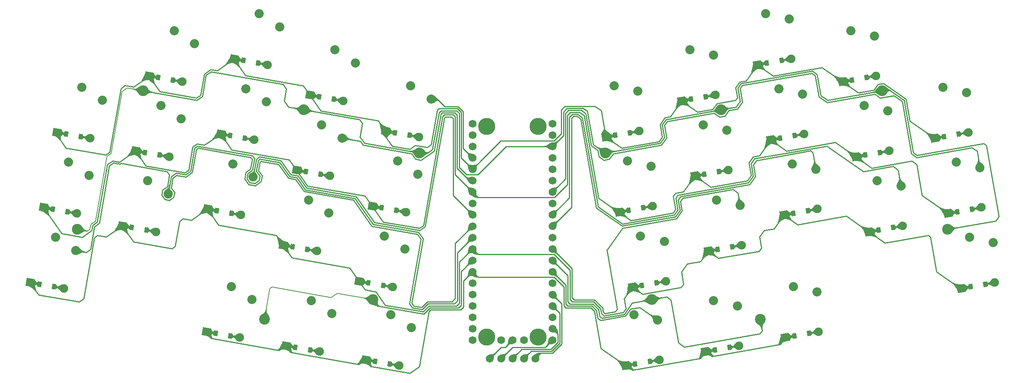
<source format=gbr>
%TF.GenerationSoftware,KiCad,Pcbnew,8.0.1*%
%TF.CreationDate,2024-05-10T10:41:52+02:00*%
%TF.ProjectId,main,6d61696e-2e6b-4696-9361-645f70636258,v1.0.0*%
%TF.SameCoordinates,Original*%
%TF.FileFunction,Copper,L1,Top*%
%TF.FilePolarity,Positive*%
%FSLAX46Y46*%
G04 Gerber Fmt 4.6, Leading zero omitted, Abs format (unit mm)*
G04 Created by KiCad (PCBNEW 8.0.1) date 2024-05-10 10:41:52*
%MOMM*%
%LPD*%
G01*
G04 APERTURE LIST*
G04 Aperture macros list*
%AMRotRect*
0 Rectangle, with rotation*
0 The origin of the aperture is its center*
0 $1 length*
0 $2 width*
0 $3 Rotation angle, in degrees counterclockwise*
0 Add horizontal line*
21,1,$1,$2,0,0,$3*%
G04 Aperture macros list end*
%TA.AperFunction,ComponentPad*%
%ADD10C,2.400000*%
%TD*%
%TA.AperFunction,ComponentPad*%
%ADD11C,3.800000*%
%TD*%
%TA.AperFunction,ComponentPad*%
%ADD12C,1.752600*%
%TD*%
%TA.AperFunction,ComponentPad*%
%ADD13RotRect,1.778000X1.778000X350.000000*%
%TD*%
%TA.AperFunction,SMDPad,CuDef*%
%ADD14RotRect,0.900000X1.200000X350.000000*%
%TD*%
%TA.AperFunction,ComponentPad*%
%ADD15C,1.905000*%
%TD*%
%TA.AperFunction,ComponentPad*%
%ADD16RotRect,1.778000X1.778000X10.000000*%
%TD*%
%TA.AperFunction,SMDPad,CuDef*%
%ADD17RotRect,0.900000X1.200000X10.000000*%
%TD*%
%TA.AperFunction,ComponentPad*%
%ADD18C,2.032000*%
%TD*%
%TA.AperFunction,Conductor*%
%ADD19C,0.250000*%
%TD*%
%TA.AperFunction,Conductor*%
%ADD20C,0.200000*%
%TD*%
G04 APERTURE END LIST*
D10*
%TO.P,_6,*%
%TO.N,GND*%
X187320179Y-90085018D03*
%TD*%
%TO.P,_10,*%
%TO.N,GND*%
X211446772Y-94461974D03*
%TD*%
%TO.P,_4,*%
%TO.N,GND*%
X253100116Y-74424535D03*
%TD*%
%TO.P,_12,*%
%TO.N,GND*%
X238506448Y-43488720D03*
%TD*%
%TO.P,_14,*%
%TO.N,GND*%
X202706081Y-47770433D03*
%TD*%
%TO.P,_8,*%
%TO.N,GND*%
X176984509Y-57382975D03*
%TD*%
D11*
%TO.P,MCU1,*%
%TO.N,GND*%
X150598432Y-51472417D03*
X161998437Y-51472418D03*
X150598433Y-98472418D03*
X161998438Y-98472419D03*
D12*
%TO.P,MCU1,1*%
%TO.N,P0*%
X147408435Y-50842418D03*
%TO.P,MCU1,2*%
%TO.N,P1*%
X147408435Y-53382418D03*
%TO.P,MCU1,3*%
%TO.N,GND*%
X147408435Y-55922420D03*
%TO.P,MCU1,4*%
%TO.N,P2*%
X147408435Y-58462418D03*
%TO.P,MCU1,5*%
%TO.N,P3*%
X147408435Y-61002418D03*
%TO.P,MCU1,6*%
%TO.N,P4*%
X147408435Y-63542418D03*
%TO.P,MCU1,7*%
%TO.N,P5*%
X147408436Y-66082418D03*
%TO.P,MCU1,8*%
%TO.N,GND*%
X147408434Y-68622418D03*
%TO.P,MCU1,9*%
%TO.N,P6*%
X147408435Y-71162418D03*
%TO.P,MCU1,10*%
%TO.N,P7*%
X147408435Y-73702418D03*
%TO.P,MCU1,11*%
%TO.N,P8*%
X147408435Y-76242418D03*
%TO.P,MCU1,12*%
%TO.N,P9*%
X147408435Y-78782418D03*
%TO.P,MCU1,13*%
%TO.N,GND*%
X147408435Y-81322418D03*
%TO.P,MCU1,14*%
%TO.N,P10*%
X147408435Y-83862417D03*
%TO.P,MCU1,15*%
%TO.N,P11*%
X147408435Y-86402417D03*
%TO.P,MCU1,16*%
%TO.N,P12*%
X147408435Y-88942418D03*
%TO.P,MCU1,17*%
%TO.N,P13*%
X147408436Y-91482417D03*
%TO.P,MCU1,18*%
%TO.N,GND*%
X147408433Y-94022417D03*
%TO.P,MCU1,19*%
%TO.N,P14*%
X147408435Y-96562418D03*
%TO.P,MCU1,20*%
%TO.N,P15*%
X147408435Y-99102418D03*
%TO.P,MCU1,21*%
%TO.N,VBUS*%
X165188435Y-50842418D03*
%TO.P,MCU1,22*%
%TO.N,VSYS*%
X165188435Y-53382418D03*
%TO.P,MCU1,23*%
%TO.N,GND*%
X165188437Y-55922419D03*
%TO.P,MCU1,24*%
%TO.N,3V3_EN*%
X165188434Y-58462419D03*
%TO.P,MCU1,25*%
%TO.N,3V3_OUT*%
X165188435Y-61002418D03*
%TO.P,MCU1,26*%
%TO.N,ADC_VREF*%
X165188435Y-63542419D03*
%TO.P,MCU1,27*%
%TO.N,P28*%
X165188435Y-66082419D03*
%TO.P,MCU1,28*%
%TO.N,GND*%
X165188435Y-68622418D03*
%TO.P,MCU1,29*%
%TO.N,P27*%
X165188435Y-71162418D03*
%TO.P,MCU1,30*%
%TO.N,P26*%
X165188435Y-73702418D03*
%TO.P,MCU1,31*%
%TO.N,RUN*%
X165188435Y-76242418D03*
%TO.P,MCU1,32*%
%TO.N,P22*%
X165188435Y-78782418D03*
%TO.P,MCU1,33*%
%TO.N,GND*%
X165188436Y-81322418D03*
%TO.P,MCU1,34*%
%TO.N,P21*%
X165188434Y-83862418D03*
%TO.P,MCU1,35*%
%TO.N,P20*%
X165188435Y-86402418D03*
%TO.P,MCU1,36*%
%TO.N,P19*%
X165188435Y-88942418D03*
%TO.P,MCU1,37*%
%TO.N,P18*%
X165188435Y-91482418D03*
%TO.P,MCU1,38*%
%TO.N,GND*%
X165188435Y-94022416D03*
%TO.P,MCU1,39*%
%TO.N,P17*%
X165188435Y-96562418D03*
%TO.P,MCU1,40*%
%TO.N,P16*%
X165188435Y-99102418D03*
%TO.P,MCU1,41*%
%TO.N,SWCLOCK*%
X158838435Y-99102418D03*
%TO.P,MCU1,42*%
%TO.N,GND*%
X156298435Y-99102418D03*
%TO.P,MCU1,43*%
%TO.N,SWDIO*%
X153758435Y-99102418D03*
%TD*%
D10*
%TO.P,_5,*%
%TO.N,GND*%
X125276685Y-90085019D03*
%TD*%
%TO.P,_9,*%
%TO.N,GND*%
X101150097Y-94461977D03*
%TD*%
%TO.P,_3,*%
%TO.N,GND*%
X59496758Y-74424536D03*
%TD*%
%TO.P,_11,*%
%TO.N,GND*%
X74090413Y-43488716D03*
%TD*%
%TO.P,_13,*%
%TO.N,GND*%
X109890788Y-47770433D03*
%TD*%
%TO.P,_7,*%
%TO.N,GND*%
X135612360Y-57382973D03*
%TD*%
D13*
%TO.P,D9,1*%
%TO.N,P3*%
X94319775Y-36393716D03*
D14*
X96446962Y-36768796D03*
%TO.P,D9,2*%
%TO.N,middle_top*%
X99696828Y-37341834D03*
D15*
X101824015Y-37716914D03*
%TD*%
D16*
%TO.P,D29,1*%
%TO.N,P5*%
X196866577Y-62508352D03*
D17*
X198993764Y-62133272D03*
%TO.P,D29,2*%
%TO.N,mirror_index_home*%
X202243630Y-61560234D03*
D15*
X204370817Y-61185154D03*
%TD*%
D13*
%TO.P,D15,1*%
%TO.N,P3*%
X128036371Y-52493129D03*
D14*
X130163558Y-52868209D03*
%TO.P,D15,2*%
%TO.N,far_top*%
X133413424Y-53441247D03*
D15*
X135540611Y-53816327D03*
%TD*%
D18*
%TO.P,S16,1*%
%TO.N,P6*%
X98363136Y-90111938D03*
%TO.P,S16,2*%
%TO.N,middle_thumb*%
X93803758Y-87175601D03*
%TD*%
%TO.P,S19,1*%
%TO.N,P28*%
X263271929Y-77403475D03*
%TO.P,S19,2*%
%TO.N,mirror_pinky_bottom*%
X257983229Y-76203619D03*
%TD*%
%TO.P,S14,1*%
%TO.N,P2*%
X135288616Y-62098395D03*
%TO.P,S14,2*%
%TO.N,far_home*%
X130729238Y-59162058D03*
%TD*%
%TO.P,S20,1*%
%TO.N,P28*%
X260319918Y-60661745D03*
%TO.P,S20,2*%
%TO.N,mirror_pinky_home*%
X255031218Y-59461889D03*
%TD*%
%TO.P,S21,1*%
%TO.N,P28*%
X257367895Y-43920013D03*
%TO.P,S21,2*%
%TO.N,mirror_pinky_top*%
X252079195Y-42720157D03*
%TD*%
%TO.P,S36,1*%
%TO.N,P21*%
X188628737Y-94626792D03*
%TO.P,S36,2*%
%TO.N,mirror_far_thumb*%
X183340037Y-93426936D03*
%TD*%
%TO.P,S3,1*%
%TO.N,P8*%
X65077045Y-45656495D03*
%TO.P,S3,2*%
%TO.N,pinky_top*%
X60517667Y-42720158D03*
%TD*%
%TO.P,S2,1*%
%TO.N,P8*%
X62125029Y-62398224D03*
%TO.P,S2,2*%
%TO.N,pinky_home*%
X57565651Y-59461887D03*
%TD*%
D16*
%TO.P,D20,1*%
%TO.N,P5*%
X253171861Y-70857889D03*
D17*
X255299048Y-70482809D03*
%TO.P,D20,2*%
%TO.N,mirror_pinky_home*%
X258548914Y-69909771D03*
D15*
X260676101Y-69534691D03*
%TD*%
D18*
%TO.P,S25,1*%
%TO.N,P26*%
X223824949Y-61004233D03*
%TO.P,S25,2*%
%TO.N,mirror_middle_bottom*%
X218536249Y-59804377D03*
%TD*%
D12*
%TO.P,_15,1*%
%TO.N,GND*%
X151218431Y-103237300D03*
%TD*%
D18*
%TO.P,S6,1*%
%TO.N,P7*%
X85581960Y-33025236D03*
%TO.P,S6,2*%
%TO.N,ring_top*%
X81022582Y-30088899D03*
%TD*%
D16*
%TO.P,D36,1*%
%TO.N,P10*%
X181480682Y-104822935D03*
D17*
X183607869Y-104447855D03*
%TO.P,D36,2*%
%TO.N,mirror_far_thumb*%
X186857735Y-103874817D03*
D15*
X188984922Y-103499737D03*
%TD*%
D18*
%TO.P,S4,1*%
%TO.N,P7*%
X79677923Y-66508700D03*
%TO.P,S4,2*%
%TO.N,ring_bottom*%
X75118545Y-63572363D03*
%TD*%
%TO.P,S17,1*%
%TO.N,P4*%
X116089668Y-93237614D03*
%TO.P,S17,2*%
%TO.N,index_thumb*%
X111530290Y-90301277D03*
%TD*%
%TO.P,S8,1*%
%TO.N,P6*%
X101572018Y-45998977D03*
%TO.P,S8,2*%
%TO.N,middle_home*%
X97012640Y-43062640D03*
%TD*%
D16*
%TO.P,D21,1*%
%TO.N,P3*%
X250219842Y-54116158D03*
D17*
X252347029Y-53741078D03*
%TO.P,D21,2*%
%TO.N,mirror_pinky_top*%
X255596895Y-53168040D03*
D15*
X257724082Y-52792960D03*
%TD*%
D18*
%TO.P,S18,1*%
%TO.N,P2*%
X133816209Y-96363271D03*
%TO.P,S18,2*%
%TO.N,far_thumb*%
X129256831Y-93426934D03*
%TD*%
%TO.P,S35,1*%
%TO.N,P22*%
X206355270Y-91501127D03*
%TO.P,S35,2*%
%TO.N,mirror_index_thumb*%
X201066570Y-90301271D03*
%TD*%
D12*
%TO.P,_17,1*%
%TO.N,P17*%
X156298436Y-103237303D03*
%TD*%
D16*
%TO.P,D25,1*%
%TO.N,P9*%
X216676890Y-71200379D03*
D17*
X218804077Y-70825299D03*
%TO.P,D25,2*%
%TO.N,mirror_middle_bottom*%
X222053943Y-70252261D03*
D15*
X224181130Y-69877181D03*
%TD*%
D18*
%TO.P,S34,1*%
%TO.N,P26*%
X224081811Y-88375460D03*
%TO.P,S34,2*%
%TO.N,mirror_middle_thumb*%
X218793111Y-87175604D03*
%TD*%
D13*
%TO.P,D10,1*%
%TO.N,P9*%
X105274037Y-77926883D03*
D14*
X107401224Y-78301963D03*
%TO.P,D10,2*%
%TO.N,index_bottom*%
X110651090Y-78875001D03*
D15*
X112778277Y-79250081D03*
%TD*%
D18*
%TO.P,S22,1*%
%TO.N,P27*%
X242767026Y-64772219D03*
%TO.P,S22,2*%
%TO.N,mirror_ring_bottom*%
X237478326Y-63572363D03*
%TD*%
%TO.P,S31,1*%
%TO.N,P21*%
X190108349Y-77103639D03*
%TO.P,S31,2*%
%TO.N,mirror_far_bottom*%
X184819649Y-75903783D03*
%TD*%
D16*
%TO.P,D23,1*%
%TO.N,P5*%
X232666952Y-58226635D03*
D17*
X234794139Y-57851555D03*
%TO.P,D23,2*%
%TO.N,mirror_ring_home*%
X238044005Y-57278517D03*
D15*
X240171192Y-56903437D03*
%TD*%
D18*
%TO.P,S12,1*%
%TO.N,P4*%
X121382338Y-37306955D03*
%TO.P,S12,2*%
%TO.N,index_top*%
X116822960Y-34370618D03*
%TD*%
D12*
%TO.P,_18,1*%
%TO.N,P18*%
X158838428Y-103237295D03*
%TD*%
D18*
%TO.P,S32,1*%
%TO.N,P21*%
X187156326Y-60361911D03*
%TO.P,S32,2*%
%TO.N,mirror_far_home*%
X181867626Y-59162055D03*
%TD*%
D12*
%TO.P,_19,1*%
%TO.N,P19*%
X161378430Y-103237297D03*
%TD*%
D18*
%TO.P,S26,1*%
%TO.N,P26*%
X220872928Y-44262499D03*
%TO.P,S26,2*%
%TO.N,mirror_middle_home*%
X215584228Y-43062643D03*
%TD*%
%TO.P,S30,1*%
%TO.N,P22*%
X201062610Y-35570478D03*
%TO.P,S30,2*%
%TO.N,mirror_index_top*%
X195773910Y-34370622D03*
%TD*%
D13*
%TO.P,D14,1*%
%TO.N,P5*%
X125084354Y-69234862D03*
D14*
X127211541Y-69609942D03*
%TO.P,D14,2*%
%TO.N,far_home*%
X130461407Y-70182980D03*
D15*
X132588594Y-70558060D03*
%TD*%
D13*
%TO.P,D1,1*%
%TO.N,P9*%
X48968750Y-86276426D03*
D14*
X51095937Y-86651506D03*
%TO.P,D1,2*%
%TO.N,pinky_bottom*%
X54345803Y-87224544D03*
D15*
X56472990Y-87599624D03*
%TD*%
D18*
%TO.P,S13,1*%
%TO.N,P2*%
X132336596Y-78840122D03*
%TO.P,S13,2*%
%TO.N,far_bottom*%
X127777218Y-75903785D03*
%TD*%
%TO.P,S27,1*%
%TO.N,P26*%
X217920909Y-27520767D03*
%TO.P,S27,2*%
%TO.N,mirror_middle_top*%
X212632209Y-26320911D03*
%TD*%
D13*
%TO.P,D12,1*%
%TO.N,P3*%
X111178076Y-44443423D03*
D14*
X113305263Y-44818503D03*
%TO.P,D12,2*%
%TO.N,index_top*%
X116555129Y-45391541D03*
D15*
X118682316Y-45766621D03*
%TD*%
D13*
%TO.P,D13,1*%
%TO.N,P9*%
X122132332Y-85976591D03*
D14*
X124259519Y-86351671D03*
%TO.P,D13,2*%
%TO.N,far_bottom*%
X127509385Y-86924709D03*
D15*
X129636572Y-87299789D03*
%TD*%
D16*
%TO.P,D22,1*%
%TO.N,P9*%
X235618967Y-74968366D03*
D17*
X237746154Y-74593286D03*
%TO.P,D22,2*%
%TO.N,mirror_ring_bottom*%
X240996020Y-74020248D03*
D15*
X243123207Y-73645168D03*
%TD*%
D18*
%TO.P,S28,1*%
%TO.N,P22*%
X206966645Y-69053938D03*
%TO.P,S28,2*%
%TO.N,mirror_index_bottom*%
X201677945Y-67854082D03*
%TD*%
%TO.P,S7,1*%
%TO.N,P6*%
X98619993Y-62740710D03*
%TO.P,S7,2*%
%TO.N,middle_bottom*%
X94060615Y-59804373D03*
%TD*%
%TO.P,S15,1*%
%TO.N,P2*%
X138240633Y-45356658D03*
%TO.P,S15,2*%
%TO.N,far_top*%
X133681255Y-42420321D03*
%TD*%
D16*
%TO.P,D26,1*%
%TO.N,P5*%
X213724871Y-54458648D03*
D17*
X215852058Y-54083568D03*
%TO.P,D26,2*%
%TO.N,mirror_middle_home*%
X219101924Y-53510530D03*
D15*
X221229111Y-53135450D03*
%TD*%
D13*
%TO.P,D5,1*%
%TO.N,P5*%
X72425679Y-56903438D03*
D14*
X74552866Y-57278518D03*
%TO.P,D5,2*%
%TO.N,ring_home*%
X77802732Y-57851556D03*
D15*
X79929919Y-58226636D03*
%TD*%
D13*
%TO.P,D2,1*%
%TO.N,P5*%
X51920766Y-69534695D03*
D14*
X54047953Y-69909775D03*
%TO.P,D2,2*%
%TO.N,pinky_home*%
X57297819Y-70482813D03*
D15*
X59425006Y-70857893D03*
%TD*%
D16*
%TO.P,D31,1*%
%TO.N,P9*%
X182960289Y-87299791D03*
D17*
X185087476Y-86924711D03*
%TO.P,D31,2*%
%TO.N,mirror_far_bottom*%
X188337342Y-86351673D03*
D15*
X190464529Y-85976593D03*
%TD*%
D13*
%TO.P,D4,1*%
%TO.N,P9*%
X69473661Y-73645163D03*
D14*
X71600848Y-74020243D03*
%TO.P,D4,2*%
%TO.N,ring_bottom*%
X74850714Y-74593281D03*
D15*
X76977901Y-74968361D03*
%TD*%
D13*
%TO.P,D6,1*%
%TO.N,P3*%
X75377697Y-40161705D03*
D14*
X77504884Y-40536785D03*
%TO.P,D6,2*%
%TO.N,ring_top*%
X80754750Y-41109823D03*
D15*
X82881937Y-41484903D03*
%TD*%
D13*
%TO.P,D16,1*%
%TO.N,P10*%
X88158873Y-97248405D03*
D14*
X90286060Y-97623485D03*
%TO.P,D16,2*%
%TO.N,middle_thumb*%
X93535926Y-98196523D03*
D15*
X95663113Y-98571603D03*
%TD*%
D16*
%TO.P,D33,1*%
%TO.N,P3*%
X177056254Y-53816330D03*
D17*
X179183441Y-53441250D03*
%TO.P,D33,2*%
%TO.N,mirror_far_top*%
X182433307Y-52868212D03*
D15*
X184560494Y-52493132D03*
%TD*%
D12*
%TO.P,_16,1*%
%TO.N,P16*%
X153758436Y-103237303D03*
%TD*%
D18*
%TO.P,S9,1*%
%TO.N,P6*%
X104524037Y-29257247D03*
%TO.P,S9,2*%
%TO.N,middle_top*%
X99964659Y-26320910D03*
%TD*%
%TO.P,S5,1*%
%TO.N,P7*%
X82629938Y-49766976D03*
%TO.P,S5,2*%
%TO.N,ring_home*%
X78070560Y-46830639D03*
%TD*%
D16*
%TO.P,D32,1*%
%TO.N,P5*%
X180008272Y-70558062D03*
D17*
X182135459Y-70182982D03*
%TO.P,D32,2*%
%TO.N,mirror_far_home*%
X185385325Y-69609944D03*
D15*
X187512512Y-69234864D03*
%TD*%
D18*
%TO.P,S10,1*%
%TO.N,P4*%
X115478296Y-70790423D03*
%TO.P,S10,2*%
%TO.N,index_bottom*%
X110918918Y-67854086D03*
%TD*%
D13*
%TO.P,D8,1*%
%TO.N,P5*%
X91367753Y-53135452D03*
D14*
X93494940Y-53510532D03*
%TO.P,D8,2*%
%TO.N,middle_home*%
X96744806Y-54083570D03*
D15*
X98871993Y-54458650D03*
%TD*%
D13*
%TO.P,D17,1*%
%TO.N,P10*%
X105885407Y-100374072D03*
D14*
X108012594Y-100749152D03*
%TO.P,D17,2*%
%TO.N,index_thumb*%
X111262460Y-101322190D03*
D15*
X113389647Y-101697270D03*
%TD*%
D16*
%TO.P,D28,1*%
%TO.N,P9*%
X199818595Y-79250085D03*
D17*
X201945782Y-78875005D03*
%TO.P,D28,2*%
%TO.N,mirror_index_bottom*%
X205195648Y-78301967D03*
D15*
X207322835Y-77926887D03*
%TD*%
D18*
%TO.P,S24,1*%
%TO.N,P27*%
X236862983Y-31288753D03*
%TO.P,S24,2*%
%TO.N,mirror_ring_top*%
X231574283Y-30088897D03*
%TD*%
%TO.P,S33,1*%
%TO.N,P21*%
X184204307Y-43620176D03*
%TO.P,S33,2*%
%TO.N,mirror_far_top*%
X178915607Y-42420320D03*
%TD*%
D13*
%TO.P,D18,1*%
%TO.N,P10*%
X123611947Y-103499740D03*
D14*
X125739134Y-103874820D03*
%TO.P,D18,2*%
%TO.N,far_thumb*%
X128989000Y-104447858D03*
D15*
X131116187Y-104822938D03*
%TD*%
D16*
%TO.P,D30,1*%
%TO.N,P3*%
X193914548Y-45766624D03*
D17*
X196041735Y-45391544D03*
%TO.P,D30,2*%
%TO.N,mirror_index_top*%
X199291601Y-44818506D03*
D15*
X201418788Y-44443426D03*
%TD*%
D18*
%TO.P,S29,1*%
%TO.N,P22*%
X204014627Y-52312204D03*
%TO.P,S29,2*%
%TO.N,mirror_index_home*%
X198725927Y-51112348D03*
%TD*%
D16*
%TO.P,D35,1*%
%TO.N,P10*%
X199207216Y-101697273D03*
D17*
X201334403Y-101322193D03*
%TO.P,D35,2*%
%TO.N,mirror_index_thumb*%
X204584269Y-100749155D03*
D15*
X206711456Y-100374075D03*
%TD*%
D18*
%TO.P,S1,1*%
%TO.N,P8*%
X59173011Y-79139951D03*
%TO.P,S1,2*%
%TO.N,pinky_bottom*%
X54613633Y-76203614D03*
%TD*%
D16*
%TO.P,D19,1*%
%TO.N,P9*%
X256123875Y-87599628D03*
D17*
X258251062Y-87224548D03*
%TO.P,D19,2*%
%TO.N,mirror_pinky_bottom*%
X261500928Y-86651510D03*
D15*
X263628115Y-86276430D03*
%TD*%
D13*
%TO.P,D11,1*%
%TO.N,P5*%
X108226049Y-61185155D03*
D14*
X110353236Y-61560235D03*
%TO.P,D11,2*%
%TO.N,index_home*%
X113603102Y-62133273D03*
D15*
X115730289Y-62508353D03*
%TD*%
D13*
%TO.P,D7,1*%
%TO.N,P9*%
X88415736Y-69877179D03*
D14*
X90542923Y-70252259D03*
%TO.P,D7,2*%
%TO.N,middle_bottom*%
X93792789Y-70825297D03*
D15*
X95919976Y-71200377D03*
%TD*%
D16*
%TO.P,D34,1*%
%TO.N,P10*%
X216933757Y-98571607D03*
D17*
X219060944Y-98196527D03*
%TO.P,D34,2*%
%TO.N,mirror_middle_thumb*%
X222310810Y-97623489D03*
D15*
X224437997Y-97248409D03*
%TD*%
D16*
%TO.P,D24,1*%
%TO.N,P3*%
X229714923Y-41484900D03*
D17*
X231842110Y-41109820D03*
%TO.P,D24,2*%
%TO.N,mirror_ring_top*%
X235091976Y-40536782D03*
D15*
X237219163Y-40161702D03*
%TD*%
D13*
%TO.P,D3,1*%
%TO.N,P3*%
X54872783Y-52792960D03*
D14*
X56999970Y-53168040D03*
%TO.P,D3,2*%
%TO.N,pinky_top*%
X60249836Y-53741078D03*
D15*
X62377023Y-54116158D03*
%TD*%
D18*
%TO.P,S11,1*%
%TO.N,P4*%
X118430308Y-54048690D03*
%TO.P,S11,2*%
%TO.N,index_home*%
X113870930Y-51112353D03*
%TD*%
%TO.P,S23,1*%
%TO.N,P27*%
X239815012Y-48030487D03*
%TO.P,S23,2*%
%TO.N,mirror_ring_home*%
X234526312Y-46830631D03*
%TD*%
D16*
%TO.P,D27,1*%
%TO.N,P3*%
X210772855Y-37716916D03*
D17*
X212900042Y-37341836D03*
%TO.P,D27,2*%
%TO.N,mirror_middle_top*%
X216149908Y-36768798D03*
D15*
X218277095Y-36393718D03*
%TD*%
D19*
%TO.N,P9*%
X143911006Y-91474910D02*
X144485916Y-90900000D01*
X143900000Y-91474910D02*
X143911006Y-91474910D01*
X144485916Y-90900000D02*
X144485917Y-81704946D01*
X137774418Y-91474912D02*
X143900000Y-91474910D01*
%TO.N,P27*%
X178271849Y-71438091D02*
X175370007Y-69406204D01*
X180802913Y-73210362D02*
X178271849Y-71438091D01*
X175370007Y-69406204D02*
X171865213Y-49529543D01*
%TO.N,GND*%
X182954679Y-90854773D02*
X187320179Y-90085018D01*
X181213583Y-93341316D02*
X182954679Y-90854773D01*
X176214168Y-94222852D02*
X181213583Y-93341316D01*
X175712003Y-93871233D02*
X176214168Y-94222852D01*
X175436604Y-92309364D02*
X175712003Y-93871233D01*
X174183434Y-91056195D02*
X175436604Y-92309364D01*
X169110640Y-91056194D02*
X174183434Y-91056195D01*
X168639731Y-90585289D02*
X169110640Y-91056194D01*
X168639735Y-84773713D02*
X168639731Y-90585289D01*
X165188436Y-81322415D02*
X168639735Y-84773713D01*
X189618522Y-51143784D02*
X190469805Y-49928018D01*
X190109080Y-53925866D02*
X189618522Y-51143784D01*
X189196082Y-55229745D02*
X190109080Y-53925866D01*
X176984509Y-57382975D02*
X189196082Y-55229745D01*
X190469805Y-49928018D02*
X202706081Y-47770433D01*
X112327487Y-48200089D02*
X122280665Y-49955104D01*
X112321184Y-48191087D02*
X112327487Y-48200089D01*
X112312181Y-48197390D02*
X112321184Y-48191087D01*
X109890788Y-47770433D02*
X112312181Y-48197390D01*
X106449891Y-47163710D02*
X109890788Y-47770433D01*
X106449883Y-47163715D02*
X106449891Y-47163710D01*
X122357926Y-53794669D02*
X123357423Y-55222097D01*
X123357423Y-55222097D02*
X135612360Y-57382973D01*
X122887560Y-50791006D02*
X122357926Y-53794669D01*
X122862933Y-50786660D02*
X122887560Y-50791006D01*
X122280665Y-49955104D02*
X122862933Y-50786660D01*
X154874252Y-55922419D02*
X165188438Y-55922419D01*
X148592952Y-62203718D02*
X154874252Y-55922419D01*
X146069730Y-62203719D02*
X148592952Y-62203718D01*
X144451997Y-60585985D02*
X146069730Y-62203719D01*
X144451997Y-48536769D02*
X144451997Y-60585985D01*
X140404545Y-47963976D02*
X143879203Y-47963978D01*
X138507203Y-56668316D02*
X139964401Y-48404120D01*
X138507190Y-56668327D02*
X138507203Y-56668316D01*
X139964401Y-48404120D02*
X140404545Y-47963976D01*
X137486569Y-57382972D02*
X138507190Y-56668327D01*
X135612360Y-57382973D02*
X137486569Y-57382972D01*
X143879203Y-47963978D02*
X144451997Y-48536769D01*
%TO.N,P10*%
X175994063Y-100981163D02*
X174532393Y-92691621D01*
X181480683Y-104822935D02*
X175994063Y-100981163D01*
%TO.N,P9*%
X50885567Y-89013928D02*
X59867777Y-90597735D01*
X50605015Y-88613260D02*
X50885567Y-89013928D01*
X60910388Y-89867690D02*
X63310246Y-76257406D01*
X59867777Y-90597735D02*
X60910388Y-89867690D01*
X48968747Y-86276430D02*
X50605015Y-88613260D01*
D20*
%TO.N,GND*%
X102830129Y-87305607D02*
X115928073Y-89615128D01*
X117272596Y-88673680D02*
X125276685Y-90085019D01*
X102353055Y-87639659D02*
X102830129Y-87305607D01*
X115928073Y-89615128D02*
X117272596Y-88673680D01*
X101306380Y-93575650D02*
X102353055Y-87639659D01*
X70601236Y-42873479D02*
X74090413Y-43488716D01*
X69491236Y-43650709D02*
X70601236Y-42873479D01*
X67049626Y-57497790D02*
X69491236Y-43650709D01*
X66064948Y-58187270D02*
X67049626Y-57497790D01*
X63525703Y-72588036D02*
X66064948Y-58187270D01*
X62483092Y-73318075D02*
X63525703Y-72588036D01*
X62287909Y-74425003D02*
X62483092Y-73318075D01*
X61726965Y-74817780D02*
X62287909Y-74425003D01*
X59496758Y-74424536D02*
X61726965Y-74817780D01*
D19*
%TO.N,P5*%
X62675883Y-74672170D02*
X62871065Y-73565241D01*
X62871065Y-73565241D02*
X63913679Y-72835203D01*
X55996836Y-75355932D02*
X60552227Y-76159169D01*
X60552227Y-76159169D02*
X62675883Y-74672170D01*
X51920765Y-69534691D02*
X55996836Y-75355932D01*
%TO.N,P6*%
X143101999Y-66855981D02*
X147408437Y-71162418D01*
X143101999Y-49717714D02*
X143101999Y-66855981D01*
X141453467Y-49313977D02*
X142698260Y-49313976D01*
X141177869Y-49506954D02*
X141453467Y-49313977D01*
X136893671Y-73803811D02*
X141177869Y-49506954D01*
X135655342Y-74670903D02*
X136893671Y-73803811D01*
X142698260Y-49313976D02*
X143101999Y-49717714D01*
X125580686Y-72894467D02*
X135655342Y-74670903D01*
X110452835Y-65149882D02*
X121524891Y-67102187D01*
X121524891Y-67102187D02*
X125580686Y-72894467D01*
%TO.N,P5*%
X143552001Y-62225981D02*
X147408437Y-66082419D01*
X141138832Y-48863979D02*
X143132174Y-48863977D01*
X140763307Y-49266599D02*
X140763306Y-49239501D01*
X143132174Y-48863977D02*
X143551998Y-49283805D01*
X135549922Y-74195370D02*
X136482877Y-73542108D01*
X140763306Y-49239501D02*
X141138832Y-48863979D01*
X123517041Y-66996513D02*
X127572844Y-72788799D01*
X136482877Y-73542108D02*
X140763307Y-49266599D01*
X110714544Y-64739090D02*
X123517041Y-66996513D01*
X106658744Y-58946813D02*
X110714544Y-64739090D01*
X143551998Y-49283805D02*
X143552001Y-62225981D01*
X91367751Y-53135446D02*
X93856245Y-56689381D01*
X88047429Y-55460369D02*
X91367751Y-53135446D01*
X93856245Y-56689381D02*
X106658744Y-58946813D01*
X88047138Y-55461999D02*
X88047429Y-55460369D01*
X86161554Y-55357985D02*
X87786488Y-55644506D01*
X84240590Y-61213381D02*
X85147900Y-56067752D01*
X87786488Y-55644506D02*
X88047138Y-55461999D01*
X83458634Y-61760904D02*
X84240590Y-61213381D01*
X127572844Y-72788799D02*
X135549922Y-74195370D01*
X74751934Y-60225683D02*
X83458634Y-61760904D01*
X68871742Y-59391926D02*
X72425677Y-56903439D01*
X85147900Y-56067752D02*
X86161554Y-55357985D01*
X67371538Y-59127403D02*
X68871742Y-59391926D01*
X66184124Y-59958838D02*
X67371538Y-59127403D01*
X72425677Y-56903439D02*
X74751934Y-60225683D01*
X62978590Y-73489953D02*
X63913679Y-72835203D01*
X63913679Y-72835203D02*
X66184124Y-59958838D01*
%TO.N,P4*%
X144002000Y-48913975D02*
X144001998Y-60772386D01*
X144001998Y-60772386D02*
X146772034Y-63542416D01*
X143502001Y-48413979D02*
X144002000Y-48913975D01*
X140374860Y-48667742D02*
X140628622Y-48413977D01*
X140132963Y-50039605D02*
X140374860Y-48667742D01*
X140628622Y-48413977D02*
X143502001Y-48413979D01*
X146772034Y-63542416D02*
X147408436Y-63542418D01*
X140132963Y-50039605D02*
X138917999Y-56930025D01*
%TO.N,P3*%
X66661652Y-57250622D02*
X65821772Y-57838711D01*
X56973719Y-56278564D02*
X54804448Y-53180514D01*
X72022353Y-42685210D02*
X70077357Y-42342262D01*
X69179548Y-42970906D02*
X66661652Y-57250622D01*
X85991419Y-45130245D02*
X77851724Y-43694989D01*
X75377695Y-40161703D02*
X75342679Y-40360293D01*
X86881787Y-44506798D02*
X85991419Y-45130245D01*
X77851724Y-43694989D02*
X75377695Y-40161703D01*
X89203743Y-38759087D02*
X87710957Y-39804350D01*
X90592069Y-39003884D02*
X89203743Y-38759087D01*
X94319778Y-36393719D02*
X90592069Y-39003884D01*
X70077357Y-42342262D02*
X69889104Y-42474069D01*
X96929943Y-40121418D02*
X94319778Y-36393719D01*
X87710957Y-39804350D02*
X86881787Y-44506798D01*
X113652114Y-47976713D02*
X109732445Y-42378845D01*
X54804448Y-53180514D02*
X54872783Y-52792964D01*
X126454610Y-50234138D02*
X113652114Y-47976713D01*
X129455909Y-55764325D02*
X127861159Y-53486784D01*
X109732445Y-42378845D02*
X96929943Y-40121418D01*
X129452821Y-55781872D02*
X129455909Y-55764325D01*
X129499205Y-55848119D02*
X129452821Y-55781872D01*
X127861159Y-53486784D02*
X128036369Y-52493126D01*
X134694247Y-55672565D02*
X133448911Y-56544566D01*
X75342679Y-40360293D02*
X72022353Y-42685210D01*
X137406479Y-56150798D02*
X134694247Y-55672565D01*
X139608181Y-47832889D02*
X138245047Y-55563628D01*
X133448911Y-56544566D02*
X129499205Y-55848119D01*
X139927094Y-47513975D02*
X139608181Y-47832889D01*
X65821772Y-57838711D02*
X56973719Y-56278564D01*
X144902000Y-48350369D02*
X144065600Y-47513976D01*
X69889104Y-42474069D02*
X69179548Y-42970906D01*
X144901995Y-58495976D02*
X144902000Y-48350369D01*
X146185992Y-59779977D02*
X144901995Y-58495976D01*
X144065600Y-47513976D02*
X139927094Y-47513975D01*
X128036369Y-52493126D02*
X126454610Y-50234138D01*
X138245047Y-55563628D02*
X137406479Y-56150798D01*
X147408434Y-61002412D02*
X146185992Y-59779977D01*
%TO.N,P22*%
X206484111Y-66317351D02*
X206966644Y-69053934D01*
X205351961Y-65524612D02*
X206484111Y-66317351D01*
X194202552Y-67490551D02*
X205351961Y-65524612D01*
X193669439Y-68251918D02*
X194202552Y-67490551D01*
X192811531Y-72006807D02*
X194025758Y-70272709D01*
X177329263Y-79075157D02*
X180794941Y-74125655D01*
X180794941Y-74125655D02*
X192811531Y-72006807D01*
X176915387Y-93185320D02*
X179213791Y-92780054D01*
X176486114Y-92884740D02*
X176915387Y-93185320D01*
X176364526Y-92195198D02*
X176486114Y-92884740D01*
X179638782Y-92173102D02*
X177329263Y-79075157D01*
X176364531Y-91964498D02*
X176364526Y-92195198D01*
X174556225Y-90156196D02*
X176364531Y-91964498D01*
X170006916Y-90156200D02*
X174556225Y-90156196D01*
X169539734Y-89689012D02*
X170006916Y-90156200D01*
X179213791Y-92780054D02*
X179638782Y-92173102D01*
X169539734Y-83133711D02*
X169539734Y-89689012D01*
X165188436Y-78782415D02*
X169539734Y-83133711D01*
X194025758Y-70272709D02*
X193669439Y-68251918D01*
%TO.N,P8*%
X80764710Y-62936648D02*
X80372262Y-65162356D01*
X79502593Y-64911578D02*
X78470416Y-65634321D01*
X134088429Y-91943396D02*
X133410948Y-90975849D01*
X62395665Y-78852791D02*
X63281862Y-73826948D01*
X67520111Y-59610542D02*
X68977162Y-59867459D01*
X143389644Y-91024907D02*
X137539646Y-91024911D01*
X136176917Y-92311654D02*
X134088429Y-91943396D01*
X69208852Y-59705223D02*
X79417312Y-61505256D01*
X96985027Y-61699125D02*
X98017210Y-60976379D01*
X135178062Y-75500629D02*
X125030474Y-73711330D01*
X83679955Y-62713813D02*
X81605372Y-62348014D01*
X81113881Y-66221501D02*
X80929059Y-67269706D01*
X109929424Y-65971483D02*
X108060660Y-63302604D01*
X78470416Y-65634321D02*
X78260839Y-66822857D01*
X136252902Y-92311651D02*
X136176917Y-92311654D01*
X68977162Y-59867459D02*
X69208852Y-59705223D01*
X100595334Y-62439278D02*
X100365670Y-63741743D01*
X147408434Y-76242420D02*
X144035915Y-79614936D01*
X96727385Y-63160296D02*
X96985027Y-61699125D01*
X81605372Y-62348014D02*
X80764710Y-62936648D01*
X135946215Y-76597659D02*
X135178062Y-75500629D01*
X79965241Y-62287783D02*
X79502593Y-64911578D01*
X97578407Y-64375681D02*
X96727385Y-63160296D01*
X120974681Y-67919055D02*
X109929424Y-65971483D01*
X100122448Y-59402764D02*
X99789863Y-61288944D01*
X80929059Y-67269706D02*
X80335119Y-67685587D01*
X144035915Y-79614936D02*
X144035914Y-90378642D01*
X85986107Y-56585945D02*
X85078232Y-61734732D01*
X78260839Y-66822857D02*
X78911496Y-67752090D01*
X144035914Y-90378642D02*
X143389644Y-91024907D01*
X99789863Y-61288944D02*
X100595334Y-62439278D01*
X125030474Y-73711330D02*
X120974681Y-67919055D01*
X98045215Y-58367282D02*
X86379706Y-56310343D01*
X66605201Y-60251165D02*
X67520111Y-59610542D01*
X80372262Y-65162356D02*
X81113881Y-66221501D01*
X79992084Y-67925785D02*
X80335119Y-67685587D01*
X64342360Y-73084374D02*
X66605201Y-60251165D01*
X85078232Y-61734732D02*
X83679955Y-62713813D01*
X79417312Y-61505256D02*
X79965241Y-62287783D01*
X98390353Y-58860192D02*
X98045215Y-58367282D01*
X98017210Y-60976379D02*
X98390353Y-58860192D01*
X104266277Y-59895776D02*
X100393581Y-59212919D01*
X86379706Y-56310343D02*
X85986107Y-56585945D01*
X133410948Y-90975849D02*
X135946215Y-76597659D01*
X59173010Y-79139959D02*
X61419771Y-79536125D01*
X137539646Y-91024911D02*
X136252902Y-92311651D01*
X79972865Y-67939239D02*
X80335119Y-67685587D01*
X63281862Y-73826948D02*
X64342360Y-73084374D01*
X106453311Y-63019182D02*
X104266277Y-59895776D01*
X78911496Y-67752090D02*
X79972865Y-67939239D01*
X108060660Y-63302604D02*
X106453311Y-63019182D01*
X100365670Y-63741743D02*
X99081748Y-64640761D01*
X99081748Y-64640761D02*
X97578407Y-64375681D01*
X100393581Y-59212919D02*
X100122448Y-59402764D01*
X61419771Y-79536125D02*
X62395665Y-78852791D01*
%TO.N,pinky_bottom*%
X54345804Y-87224545D02*
X56472987Y-87599624D01*
%TO.N,pinky_home*%
X57297818Y-70482809D02*
X59425008Y-70857894D01*
%TO.N,pinky_top*%
X60249839Y-53741074D02*
X62377023Y-54116155D01*
%TO.N,P7*%
X79677922Y-66508699D02*
X80353922Y-62674939D01*
X142466504Y-90574907D02*
X137353247Y-90574909D01*
X136421744Y-76492229D02*
X133886480Y-90870431D01*
X83574539Y-62238287D02*
X84667437Y-61473030D01*
X99321913Y-61466550D02*
X99305691Y-61443383D01*
X143585912Y-77524942D02*
X143585914Y-89830023D01*
X106715019Y-62608390D02*
X108322366Y-62891812D01*
X147408437Y-73702420D02*
X143585912Y-77524942D01*
X97840114Y-63964885D02*
X98976324Y-64165237D01*
X98889950Y-58618274D02*
X98428007Y-61238087D01*
X97202911Y-63054871D02*
X97347868Y-63261892D01*
X100119803Y-62544698D02*
X99370928Y-61475191D01*
X133886480Y-90870431D02*
X134350133Y-91532600D01*
X98976324Y-64165237D02*
X99954876Y-63480036D01*
X110191131Y-65560682D02*
X121263185Y-67512983D01*
X134350133Y-91532600D02*
X135753313Y-91780019D01*
X125318981Y-73305262D02*
X135450188Y-75091665D01*
X136148140Y-91780021D02*
X137353247Y-90574909D01*
X135450188Y-75091665D02*
X135448354Y-75102091D01*
X84667437Y-61473030D02*
X85576592Y-56316931D01*
X136148140Y-91780021D02*
X135753313Y-91780019D01*
X98428007Y-61238087D02*
X97395818Y-61960825D01*
X108322366Y-62891812D02*
X110191131Y-65560682D01*
X125196527Y-73130383D02*
X125318981Y-73305262D01*
X86266978Y-55833515D02*
X98443418Y-57980549D01*
X81499948Y-61872475D02*
X83574539Y-62238287D01*
X99741516Y-58971694D02*
X100118795Y-58707520D01*
X125196527Y-73130383D02*
X125318982Y-73305267D01*
X85576592Y-56316931D02*
X86266978Y-55833515D01*
X104527986Y-59484987D02*
X106715019Y-62608390D01*
X80353922Y-62674939D02*
X81499948Y-61872475D01*
X100118795Y-58707520D02*
X104527986Y-59484987D01*
X99305691Y-61443383D02*
X99741516Y-58971694D01*
X99954876Y-63480036D02*
X100119803Y-62544698D01*
X97395818Y-61960825D02*
X97202911Y-63054871D01*
X142841022Y-90574913D02*
X142466504Y-90574907D01*
X99370928Y-61475191D02*
X99321913Y-61466550D01*
X121263185Y-67512983D02*
X125196527Y-73130383D01*
X135448354Y-75102091D02*
X136421744Y-76492229D01*
X98443418Y-57980549D02*
X98889950Y-58618274D01*
X97347868Y-63261892D02*
X97840114Y-63964885D01*
X143585914Y-89830023D02*
X142841022Y-90574913D01*
%TO.N,ring_bottom*%
X74850713Y-74593281D02*
X76977897Y-74968365D01*
%TO.N,ring_home*%
X77802731Y-57851557D02*
X79929920Y-58226639D01*
%TO.N,ring_top*%
X82881939Y-41484906D02*
X80754751Y-41109823D01*
%TO.N,P6*%
X99330717Y-58709994D02*
X100013377Y-58231989D01*
X104789695Y-59074188D02*
X106976723Y-62197595D01*
X108584071Y-62481016D02*
X110364670Y-65023976D01*
X98619993Y-62740713D02*
X99330717Y-58709994D01*
X100013377Y-58231989D02*
X104789695Y-59074188D01*
X106976723Y-62197595D02*
X108584071Y-62481016D01*
%TO.N,middle_bottom*%
X93792786Y-70825297D02*
X95919978Y-71200375D01*
%TO.N,middle_home*%
X96744807Y-54083567D02*
X98871995Y-54458648D01*
%TO.N,middle_top*%
X101824015Y-37716917D02*
X99696827Y-37341835D01*
%TO.N,P4*%
X138917999Y-56930025D02*
X135969624Y-58994496D01*
X123095718Y-55632892D02*
X122487347Y-54764054D01*
X134725462Y-58775117D02*
X133853470Y-57529777D01*
X122487347Y-54764054D02*
X118430309Y-54048687D01*
X133853470Y-57529777D02*
X123095718Y-55632892D01*
X135969624Y-58994496D02*
X134725462Y-58775117D01*
%TO.N,index_bottom*%
X112778276Y-79250081D02*
X110651089Y-78874999D01*
%TO.N,index_home*%
X113603100Y-62133271D02*
X115730288Y-62508359D01*
%TO.N,index_top*%
X116555129Y-45391544D02*
X118682314Y-45766625D01*
%TO.N,P2*%
X144251999Y-47063975D02*
X141701999Y-47063971D01*
X145351995Y-56405981D02*
X145351990Y-55013978D01*
X147408431Y-58462423D02*
X145351995Y-56405981D01*
X139594679Y-45356659D02*
X141301999Y-47063975D01*
X144251999Y-47063975D02*
X145351992Y-48163980D01*
X141301999Y-47063975D02*
X141701999Y-47063971D01*
X145351990Y-55013978D02*
X145351992Y-48163980D01*
X138240629Y-45356656D02*
X139594679Y-45356659D01*
%TO.N,far_bottom*%
X127509384Y-86924708D02*
X129636573Y-87299789D01*
%TO.N,far_home*%
X130461407Y-70182980D02*
X132588595Y-70558061D01*
%TO.N,far_top*%
X135540611Y-53816330D02*
X133413422Y-53441247D01*
%TO.N,middle_thumb*%
X93535926Y-98196524D02*
X95663117Y-98571607D01*
%TO.N,index_thumb*%
X111262459Y-101322190D02*
X113389646Y-101697270D01*
%TO.N,far_thumb*%
X128988999Y-104447860D02*
X131116190Y-104822938D01*
%TO.N,P28*%
X175592367Y-58269868D02*
X175328374Y-56772683D01*
X168814627Y-47861602D02*
X168085644Y-48590592D01*
X207386856Y-45663705D02*
X207386869Y-45663715D01*
X168085644Y-48590592D02*
X168085642Y-63185208D01*
X176627243Y-58994496D02*
X175592367Y-58269868D01*
X206365322Y-47582151D02*
X204464968Y-47917233D01*
X190584606Y-54031289D02*
X189457792Y-55640532D01*
X202348814Y-49381956D02*
X201103473Y-48509962D01*
X238149185Y-45100237D02*
X236903848Y-44228245D01*
X224501544Y-44826836D02*
X223676714Y-40148994D01*
X236903848Y-44228245D02*
X226313531Y-46095602D01*
X175328374Y-56772683D02*
X173877074Y-55756477D01*
X168085642Y-63185208D02*
X165188437Y-66082414D01*
X245077548Y-57573355D02*
X243016329Y-45883585D01*
X207386869Y-45663715D02*
X207451592Y-46030795D01*
X173877074Y-55756477D02*
X172612283Y-48583477D01*
X189457792Y-55640532D02*
X178743402Y-57529776D01*
X207397620Y-42347844D02*
X206921965Y-43027155D01*
X241143555Y-44572250D02*
X238149185Y-45100237D01*
X246215364Y-58370064D02*
X245077548Y-57573355D01*
X243016329Y-45883585D02*
X241143555Y-44572250D01*
X206921965Y-43027155D02*
X207386856Y-45663705D01*
X223676714Y-40148994D02*
X222910519Y-39612497D01*
X204464968Y-47917233D02*
X203592977Y-49162576D01*
X226313531Y-46095602D02*
X224501544Y-44826836D01*
X259668707Y-56968553D02*
X258561303Y-56193136D01*
X201103473Y-48509962D02*
X190731515Y-50338822D01*
X222910519Y-39612497D02*
X207397620Y-42347844D01*
X207451592Y-46030795D02*
X206365322Y-47582151D01*
X178743402Y-57529776D02*
X177871406Y-58775113D01*
X260319916Y-60661744D02*
X259668707Y-56968553D01*
X177871406Y-58775113D02*
X176627243Y-58994496D01*
X258561303Y-56193136D02*
X246215364Y-58370064D01*
X172612283Y-48583477D02*
X171581344Y-47861604D01*
X190094048Y-51249201D02*
X190584606Y-54031289D01*
X203592977Y-49162576D02*
X202348814Y-49381956D01*
X171581344Y-47861604D02*
X168814627Y-47861602D01*
X190731515Y-50338822D02*
X190094048Y-51249201D01*
%TO.N,mirror_pinky_bottom*%
X261500928Y-86651507D02*
X263628116Y-86276430D01*
%TO.N,mirror_pinky_home*%
X260676098Y-69534691D02*
X258548916Y-69909772D01*
%TO.N,mirror_pinky_top*%
X255596893Y-53168047D02*
X257724080Y-52792962D01*
%TO.N,P27*%
X170768482Y-48761601D02*
X169632154Y-48761604D01*
X209872099Y-62530607D02*
X208847114Y-63994436D01*
X242132494Y-61173636D02*
X241000681Y-60381136D01*
X239550556Y-48030492D02*
X238980294Y-47460232D01*
X209376422Y-59719473D02*
X209872099Y-62530607D01*
X171865213Y-49529543D02*
X170768482Y-48761601D01*
X241000681Y-60381136D02*
X234410259Y-61543203D01*
X168985644Y-49408117D02*
X168985644Y-67365210D01*
X192612569Y-67441011D02*
X193074696Y-70061861D01*
X168985644Y-67365210D02*
X165188435Y-71162417D01*
X234410259Y-61543203D02*
X226243146Y-55824532D01*
X208847114Y-63994436D02*
X193128314Y-66766088D01*
X193074696Y-70061861D02*
X192288116Y-71185214D01*
X193128314Y-66766088D02*
X193099355Y-66745811D01*
X210112059Y-58668879D02*
X209376422Y-59719473D01*
X193099355Y-66745811D02*
X192612569Y-67441011D01*
X192288116Y-71185214D02*
X180802913Y-73210362D01*
X242767023Y-64772218D02*
X242132494Y-61173636D01*
X239815010Y-48030488D02*
X239550556Y-48030492D01*
X226243146Y-55824532D02*
X210112059Y-58668879D01*
X169632154Y-48761604D02*
X168985644Y-49408117D01*
%TO.N,mirror_ring_bottom*%
X243123207Y-73645165D02*
X240996020Y-74020251D01*
%TO.N,mirror_ring_home*%
X238044007Y-57278513D02*
X240171193Y-56903439D01*
%TO.N,mirror_ring_top*%
X237219166Y-40161704D02*
X235091976Y-40536781D01*
%TO.N,P26*%
X223824951Y-61004227D02*
X223172974Y-57306695D01*
X169435646Y-69455209D02*
X165188436Y-73702416D01*
X210596248Y-59040444D02*
X209891184Y-60047384D01*
X222620952Y-56920163D02*
X210596248Y-59040444D01*
X174959211Y-69667909D02*
X171455587Y-49797875D01*
X193145875Y-67874084D02*
X193550223Y-70167285D01*
X192549825Y-71596012D02*
X180697489Y-73685897D01*
X171455587Y-49797875D02*
X170618303Y-49211601D01*
X193668431Y-67127791D02*
X193145875Y-67874084D01*
X210347631Y-62636032D02*
X209108819Y-64405236D01*
X223172974Y-57306695D02*
X222620952Y-56920163D01*
X180697489Y-73685897D02*
X174959211Y-69667909D01*
X209108819Y-64405236D02*
X193668431Y-67127791D01*
X169435643Y-49673455D02*
X169435646Y-69455209D01*
X170618303Y-49211601D02*
X169897497Y-49211603D01*
X169897497Y-49211603D02*
X169435643Y-49673455D01*
X209891184Y-60047384D02*
X210347631Y-62636032D01*
X193550223Y-70167285D02*
X192549825Y-71596012D01*
%TO.N,mirror_middle_bottom*%
X224181130Y-69877179D02*
X222053942Y-70252260D01*
%TO.N,mirror_middle_home*%
X219101922Y-53510528D02*
X221229111Y-53135451D01*
%TO.N,mirror_middle_top*%
X218277091Y-36393720D02*
X216149906Y-36768799D01*
%TO.N,mirror_index_bottom*%
X205195649Y-78301966D02*
X207322837Y-77926887D01*
%TO.N,mirror_index_home*%
X202243631Y-61560234D02*
X204370809Y-61185157D01*
%TO.N,mirror_index_top*%
X201418790Y-44443428D02*
X199291602Y-44818508D01*
%TO.N,P21*%
X181475283Y-93752116D02*
X175957151Y-94725111D01*
X175298361Y-94263820D02*
X174986607Y-92495763D01*
X174986607Y-92495763D02*
X173997038Y-91506192D01*
X182560149Y-92202762D02*
X181475283Y-93752116D01*
X175957151Y-94725111D02*
X175298361Y-94263820D01*
X188628733Y-94626792D02*
X184642487Y-91835593D01*
X168189731Y-91085281D02*
X168189732Y-86863717D01*
X173997038Y-91506192D02*
X168610645Y-91506196D01*
X168610645Y-91506196D02*
X168189731Y-91085281D01*
X184642487Y-91835593D02*
X182560149Y-92202762D01*
X165188427Y-83862419D02*
X168189732Y-86863717D01*
%TO.N,mirror_far_bottom*%
X190464530Y-85976589D02*
X188337343Y-86351669D01*
%TO.N,mirror_far_home*%
X185385327Y-69609940D02*
X187512513Y-69234858D01*
%TO.N,mirror_far_top*%
X184560492Y-52493129D02*
X182433303Y-52868214D01*
%TO.N,mirror_middle_thumb*%
X222310806Y-97623487D02*
X224437997Y-97248409D01*
%TO.N,mirror_index_thumb*%
X204584267Y-100749152D02*
X206711454Y-100374075D01*
%TO.N,mirror_far_thumb*%
X186857734Y-103874822D02*
X188984918Y-103499737D01*
%TO.N,P9*%
X219775146Y-73369800D02*
X230608033Y-71459675D01*
X107255559Y-80756788D02*
X120058058Y-83014206D01*
X169660643Y-90606194D02*
X169089729Y-90035289D01*
X235618967Y-74968368D02*
X231164685Y-71849441D01*
X71600846Y-74020245D02*
X69473659Y-73645165D01*
X69473661Y-73645167D02*
X71962149Y-77199106D01*
X180951870Y-92930521D02*
X176656196Y-93687968D01*
X256011639Y-87619412D02*
X250682121Y-83887654D01*
X202134891Y-80871974D02*
X199818593Y-79250090D01*
X181146429Y-89890256D02*
X181535529Y-92096973D01*
X90924508Y-73460077D02*
X103742777Y-75720283D01*
X123485207Y-87908691D02*
X125914402Y-88337024D01*
X80521128Y-78708278D02*
X81245165Y-78201311D01*
X136435197Y-92814138D02*
X137774418Y-91474912D01*
X65919727Y-76133658D02*
X69473661Y-73645167D01*
X212301466Y-74687610D02*
X211287511Y-76135682D01*
X185248241Y-88901835D02*
X193875132Y-87380681D01*
X71962149Y-77199106D02*
X80521128Y-78708278D01*
X82234961Y-72587906D02*
X82987953Y-72060654D01*
X169089729Y-90035289D02*
X169089733Y-83524823D01*
X63976355Y-75790988D02*
X65919727Y-76133658D01*
X256123879Y-87599627D02*
X256011639Y-87619412D01*
X214507470Y-74298634D02*
X212301466Y-74687610D01*
X198176429Y-81595342D02*
X199818593Y-79250090D01*
X256123878Y-87599626D02*
X258251065Y-87224546D01*
X182960292Y-87299788D02*
X181146429Y-89890256D01*
X82987953Y-72060654D02*
X84832837Y-72385959D01*
X169089733Y-83524823D02*
X165548627Y-79983719D01*
X63310246Y-76257406D02*
X63976355Y-75790988D01*
X125914402Y-88337024D02*
X128008962Y-91328361D01*
X103742777Y-75720283D02*
X105276815Y-77911119D01*
X239209566Y-77482533D02*
X235618967Y-74968368D01*
X105276815Y-77911119D02*
X105274034Y-77926883D01*
X88415730Y-69877184D02*
X90924508Y-73460077D01*
X165548627Y-79983719D02*
X148609735Y-79983717D01*
X175896617Y-92132979D02*
X174369831Y-90606195D01*
X185087475Y-86924707D02*
X182960288Y-87299792D01*
X107401220Y-78301966D02*
X105274036Y-77926885D01*
X148609735Y-79983717D02*
X147408436Y-78782418D01*
X193875132Y-87380681D02*
X194382535Y-86656032D01*
X182960292Y-87299787D02*
X185248241Y-88901835D01*
X181535529Y-92096973D02*
X180951870Y-92930521D01*
X105274034Y-77926883D02*
X107255559Y-80756788D01*
X250682121Y-83887654D02*
X249314649Y-76132292D01*
X237746154Y-74593286D02*
X235618965Y-74968364D01*
X211287511Y-76135682D02*
X211708613Y-78523841D01*
X90542923Y-70252257D02*
X88415735Y-69877179D01*
X176102432Y-93300215D02*
X175896617Y-92132979D01*
X248822297Y-75787546D02*
X239209566Y-77482533D01*
X84832837Y-72385959D02*
X88415730Y-69877184D01*
X144485917Y-81704946D02*
X147408430Y-78782415D01*
X128008962Y-91328361D02*
X136435197Y-92814138D01*
X211708613Y-78523841D02*
X211181359Y-79276841D01*
X218804075Y-70825295D02*
X216676888Y-71200380D01*
X211181359Y-79276841D02*
X202134891Y-80871974D01*
X174369831Y-90606195D02*
X169660643Y-90606194D01*
X195157959Y-82127583D02*
X198176429Y-81595342D01*
X194382535Y-86656032D02*
X193900655Y-83923189D01*
X48968748Y-86276424D02*
X51095936Y-86651507D01*
X176656196Y-93687968D02*
X176102432Y-93300215D01*
X193900655Y-83923189D02*
X195157959Y-82127583D01*
X249314649Y-76132292D02*
X248822297Y-75787546D01*
X120058058Y-83014206D02*
X123485207Y-87908691D01*
X216676888Y-71200380D02*
X219775146Y-73369800D01*
X81245165Y-78201311D02*
X82234961Y-72587906D01*
X216676888Y-71200380D02*
X214507470Y-74298634D01*
X124259517Y-86351673D02*
X122132332Y-85976592D01*
X230608033Y-71459675D02*
X231164685Y-71849441D01*
X201945782Y-78875002D02*
X199818594Y-79250087D01*
%TO.N,P5*%
X175491761Y-67505267D02*
X179883121Y-70580126D01*
X228112952Y-55037893D02*
X232666953Y-58226638D01*
X209825820Y-58237018D02*
X211255775Y-57984881D01*
X213724871Y-54458647D02*
X217280065Y-56948022D01*
X182672719Y-72423725D02*
X180008277Y-70558061D01*
X196866575Y-62508349D02*
X198993762Y-62133272D01*
X180008275Y-70558058D02*
X182135462Y-70182977D01*
X232666956Y-58226633D02*
X234794138Y-57851551D01*
X72425677Y-56903440D02*
X74552867Y-57278522D01*
X211255775Y-57984881D02*
X213724871Y-54458647D01*
X172228352Y-48997550D02*
X175491761Y-67505267D01*
X168535641Y-64434104D02*
X168535644Y-48969575D01*
X168535644Y-48969575D02*
X169193621Y-48311599D01*
X217280065Y-56948022D02*
X228112952Y-55037893D01*
X91367753Y-53135450D02*
X93494942Y-53510536D01*
X171248715Y-48311600D02*
X172228352Y-48997550D01*
X196866576Y-62508348D02*
X200450729Y-65018001D01*
X192599166Y-69956442D02*
X192026413Y-70774416D01*
X246224919Y-59942290D02*
X245153352Y-59191964D01*
X196866576Y-62508348D02*
X194377202Y-66063548D01*
X179883121Y-70580126D02*
X180008273Y-70558062D01*
X213724873Y-54458650D02*
X215852058Y-54083565D01*
X255299049Y-70482812D02*
X253171862Y-70857892D01*
X165669056Y-67300688D02*
X168535641Y-64434104D01*
X169193621Y-48311599D02*
X171248715Y-48311600D01*
X209396567Y-62425185D02*
X208892983Y-59569241D01*
X125084352Y-69234863D02*
X127211541Y-69609944D01*
X192026413Y-70774416D02*
X182672719Y-72423725D01*
X51920766Y-69534692D02*
X54047956Y-69909772D01*
X108226045Y-61185157D02*
X110353235Y-61560236D01*
X192091243Y-67075879D02*
X192599166Y-69956442D01*
X245153352Y-59191964D02*
X236280067Y-60756565D01*
X192577940Y-66380805D02*
X192091243Y-67075879D01*
X247442223Y-66845959D02*
X246224919Y-59942290D01*
X148626711Y-67300692D02*
X165669056Y-67300688D01*
X236280067Y-60756565D02*
X232666953Y-58226638D01*
X147408433Y-66082414D02*
X148626711Y-67300692D01*
X208585403Y-63583643D02*
X209396567Y-62425185D01*
X200450729Y-65018001D02*
X208585403Y-63583643D01*
X194377202Y-66063548D02*
X192577940Y-66380805D01*
X208892983Y-59569241D02*
X209825820Y-58237018D01*
X253171858Y-70857893D02*
X247442223Y-66845959D01*
%TO.N,P3*%
X233651954Y-43887751D02*
X233553994Y-43905021D01*
X96446961Y-36768796D02*
X94319775Y-36393718D01*
X190208103Y-49517222D02*
X189142991Y-51038357D01*
X151149248Y-57261603D02*
X147408434Y-61002417D01*
X243837916Y-45360164D02*
X238863719Y-41877189D01*
X188934382Y-54818943D02*
X180589544Y-56290367D01*
X201777004Y-46385729D02*
X200905007Y-47631062D01*
X130163559Y-52868209D02*
X128036370Y-52493130D01*
X244700369Y-50251388D02*
X243843237Y-45390347D01*
X225167380Y-38300671D02*
X229714926Y-41484899D01*
X206874210Y-41526254D02*
X205970899Y-42816312D01*
X233248216Y-43958945D02*
X233972543Y-43831221D01*
X214334496Y-40210803D02*
X225167380Y-38300671D01*
X179183439Y-53441250D02*
X177056254Y-53816330D01*
X238863719Y-41877189D02*
X237601998Y-42099661D01*
X205970899Y-42816312D02*
X206363586Y-45043348D01*
X229714926Y-41484899D02*
X233248216Y-43958945D01*
X208278970Y-41278552D02*
X206874210Y-41526254D01*
X210772850Y-37716916D02*
X214334496Y-40210803D01*
X111178077Y-44443422D02*
X113305263Y-44818502D01*
X237601998Y-42099661D02*
X236730006Y-43345008D01*
X250219840Y-54116162D02*
X244700369Y-50251388D01*
X153692206Y-54718647D02*
X165551100Y-54718647D01*
X177056252Y-53816323D02*
X176020552Y-47942579D01*
X197447841Y-48240661D02*
X193914555Y-45766623D01*
X193914555Y-45766623D02*
X191440514Y-49299914D01*
X231842112Y-41109820D02*
X229714926Y-41484898D01*
X196041737Y-45391546D02*
X193914550Y-45766624D01*
X233972543Y-43831221D02*
X233651954Y-43887751D01*
X206363586Y-45043348D02*
X205937291Y-45652152D01*
X167185649Y-47761601D02*
X167985643Y-46961605D01*
X180589544Y-56290367D02*
X177056254Y-53816330D01*
X189142991Y-51038357D02*
X189633544Y-53820443D01*
X243843237Y-45390347D02*
X243837916Y-45360164D01*
X200905007Y-47631062D02*
X197447841Y-48240661D01*
X167985643Y-46961605D02*
X172267419Y-46961601D01*
X167185644Y-53084106D02*
X167185649Y-47761601D01*
X191440514Y-49299914D02*
X190208103Y-49517222D01*
X165551100Y-54718647D02*
X167185644Y-53084106D01*
X212900040Y-37341834D02*
X210772854Y-37716920D01*
X210772850Y-37716916D02*
X208278970Y-41278552D01*
X189633544Y-53820443D02*
X188934382Y-54818943D01*
X176020552Y-47942579D02*
X174619570Y-46961601D01*
X77504884Y-40536787D02*
X75377696Y-40161706D01*
X250219841Y-54116159D02*
X252347023Y-53741086D01*
X236730006Y-43345008D02*
X233972543Y-43831221D01*
X172267419Y-46961601D02*
X174619570Y-46961601D01*
X54872783Y-52792958D02*
X56999973Y-53168036D01*
X149174892Y-59235953D02*
X153692206Y-54718647D01*
X205937291Y-45652152D02*
X201777004Y-46385729D01*
%TO.N,P10*%
X165548630Y-85063719D02*
X148609737Y-85063711D01*
X89207555Y-98746084D02*
X104387735Y-101422760D01*
X137742296Y-92793531D02*
X138160912Y-92374909D01*
X216933759Y-98571608D02*
X215897500Y-100051534D01*
X88158872Y-97248407D02*
X90286060Y-97623490D01*
X200687143Y-102733533D02*
X199207220Y-101697276D01*
X145385919Y-85884938D02*
X147408437Y-83862419D01*
X123611947Y-103499742D02*
X125739137Y-103874823D01*
X199207220Y-101697276D02*
X198170964Y-103177204D01*
X123611945Y-103499745D02*
X124648201Y-104979670D01*
X168210640Y-91956199D02*
X167739733Y-91485286D01*
X124648201Y-104979670D02*
X133483559Y-106537576D01*
X182960609Y-105859198D02*
X181480677Y-104822945D01*
X174532393Y-92691621D02*
X174532399Y-92677945D01*
X174532399Y-92677945D02*
X173810646Y-91956197D01*
X135577359Y-105071486D02*
X137742296Y-92793531D01*
X88158868Y-97248406D02*
X89207555Y-98746084D01*
X181480683Y-104822935D02*
X181441571Y-104829832D01*
X144794136Y-92374905D02*
X145385915Y-91783143D01*
X199207215Y-101697272D02*
X201334406Y-101322188D01*
X215897500Y-100051534D02*
X200687143Y-102733533D01*
X216933758Y-98571604D02*
X219060942Y-98196521D01*
X105885407Y-100374069D02*
X108012591Y-100749153D01*
X167739727Y-87254816D02*
X165548630Y-85063719D01*
X181480680Y-104822936D02*
X183607868Y-104447862D01*
X104387735Y-101422760D02*
X105885404Y-100374068D01*
X138160912Y-92374909D02*
X144794136Y-92374905D01*
X167739733Y-91485286D02*
X167739727Y-87254816D01*
X122132021Y-104535999D02*
X123611945Y-103499745D01*
X173810646Y-91956197D02*
X168210640Y-91956199D01*
X133483559Y-106537576D02*
X135577359Y-105071486D01*
X106921665Y-101854009D02*
X122132021Y-104535999D01*
X105885404Y-100374068D02*
X106921665Y-101854009D01*
X198170964Y-103177204D02*
X182960609Y-105859198D01*
X145385915Y-91783143D02*
X145385919Y-85884938D01*
X148609737Y-85063711D02*
X147408438Y-83862415D01*
%TO.N,GND*%
X151218431Y-103237300D02*
X153750306Y-100705432D01*
X167635644Y-48218646D02*
X168442690Y-47411599D01*
X206446431Y-42921734D02*
X206976058Y-45925396D01*
X126250070Y-91475169D02*
X136540616Y-93289666D01*
X153750306Y-100705432D02*
X154695424Y-100705431D01*
X253100116Y-74424535D02*
X263896541Y-72520835D01*
X105997439Y-43065703D02*
X105287673Y-42052058D01*
X246320791Y-57894533D02*
X245488344Y-57311647D01*
X89309163Y-39234612D02*
X88121746Y-40066059D01*
X224912341Y-44565131D02*
X224087512Y-39887289D01*
X224087512Y-39887289D02*
X223015938Y-39136969D01*
X194513816Y-100645773D02*
X194686161Y-100615377D01*
X105287673Y-42052058D02*
X89309163Y-39234612D01*
X106449883Y-47163715D02*
X105511224Y-45823170D01*
X86096847Y-45605768D02*
X74090413Y-43488716D01*
X263896541Y-72520835D02*
X264570691Y-71558047D01*
X193210560Y-99733212D02*
X194513816Y-100645773D01*
X207135919Y-41937048D02*
X206446431Y-42921734D01*
X144935916Y-91333138D02*
X144935917Y-83794939D01*
X88121746Y-40066059D02*
X87292581Y-44768515D01*
X172979019Y-48071873D02*
X173045913Y-48451260D01*
X187320179Y-90085018D02*
X186265700Y-90270950D01*
X144335915Y-91924912D02*
X144344146Y-91924911D01*
X261774954Y-55702644D02*
X261166764Y-55276784D01*
X172036049Y-47411600D02*
X172979019Y-48071873D01*
X87292581Y-44768515D02*
X86096847Y-45605768D01*
X154695424Y-100705431D02*
X156298430Y-99102424D01*
X240003634Y-43224720D02*
X238506448Y-43488720D01*
X238506448Y-43488720D02*
X226418949Y-45620071D01*
X105511224Y-45823170D02*
X105997439Y-43065703D01*
X176984509Y-57382975D02*
X174287871Y-55494771D01*
X264570691Y-71558047D02*
X261774954Y-55702644D01*
X174287871Y-55494771D02*
X173045913Y-48451260D01*
X206902193Y-45938414D02*
X206029769Y-47184376D01*
X243427123Y-45621872D02*
X240003634Y-43224720D01*
X245488344Y-57311647D02*
X243427123Y-45621872D01*
X167635643Y-53475209D02*
X167635644Y-48218646D01*
X261166764Y-55276784D02*
X246320791Y-57894533D01*
X211403272Y-97667704D02*
X194686161Y-100615377D01*
X211446772Y-94461974D02*
X211889566Y-96973197D01*
X168442690Y-47411599D02*
X172036049Y-47411600D01*
X211889566Y-96973197D02*
X211403272Y-97667704D01*
X190595677Y-89507459D02*
X191521827Y-90155956D01*
X165188442Y-55922418D02*
X167635643Y-53475209D01*
X125276685Y-90085019D02*
X126250070Y-91475169D01*
X206029769Y-47184376D02*
X202706081Y-47770433D01*
X137974519Y-91924908D02*
X144335915Y-91924912D01*
X226418949Y-45620071D02*
X224912341Y-44565131D01*
X136540616Y-93289666D02*
X136609763Y-93289666D01*
X206976058Y-45925396D02*
X206902193Y-45938414D01*
X144935917Y-83794939D02*
X147408435Y-81322423D01*
X187320179Y-90085018D02*
X190595677Y-89507459D01*
X144344146Y-91924911D02*
X144935916Y-91333138D01*
X135612360Y-57382973D02*
X135612356Y-57603992D01*
X136609763Y-93289666D02*
X137974519Y-91924908D01*
X191521827Y-90155956D02*
X193210560Y-99733212D01*
X223015938Y-39136969D02*
X207135919Y-41937048D01*
%TO.N,P16*%
X156298318Y-100697421D02*
X163593430Y-100697419D01*
X153758436Y-103237303D02*
X156298318Y-100697421D01*
X163593430Y-100697419D02*
X165188439Y-99102419D01*
%TO.N,P17*%
X166389732Y-99600017D02*
X166389737Y-97763715D01*
X158388309Y-101147424D02*
X164842327Y-101147419D01*
X156298436Y-103237303D02*
X158388309Y-101147424D01*
X164842327Y-101147419D02*
X166389732Y-99600017D01*
X166389737Y-97763715D02*
X165188440Y-96562420D01*
%TO.N,P18*%
X160478310Y-101597425D02*
X165028728Y-101597418D01*
X158838428Y-103237295D02*
X160478310Y-101597425D01*
X165028728Y-101597418D02*
X166839735Y-99786411D01*
X166839735Y-99786411D02*
X166839732Y-93133723D01*
X166839732Y-93133723D02*
X165188432Y-91482420D01*
%TO.N,P19*%
X161378430Y-103237297D02*
X162568315Y-102047425D01*
X165215127Y-102047417D02*
X167289734Y-99972812D01*
X167289731Y-91043726D02*
X165188431Y-88942420D01*
X167289734Y-99972812D02*
X167289731Y-91043726D01*
X162568315Y-102047425D02*
X165215127Y-102047417D01*
%TD*%
%TA.AperFunction,Conductor*%
%TO.N,GND*%
G36*
X186532512Y-89218593D02*
G01*
X186533284Y-89219365D01*
X187316181Y-90079372D01*
X187319216Y-90087797D01*
X187318353Y-90091690D01*
X186876811Y-91167597D01*
X186870500Y-91173950D01*
X186861545Y-91173979D01*
X186860556Y-91173518D01*
X186618607Y-91046714D01*
X186528349Y-90999410D01*
X186527225Y-90998738D01*
X186248037Y-90809497D01*
X186248032Y-90809494D01*
X186248029Y-90809492D01*
X185972526Y-90650829D01*
X185641009Y-90563267D01*
X185203604Y-90586431D01*
X185195161Y-90583446D01*
X185191463Y-90576779D01*
X185151648Y-90350975D01*
X185153586Y-90342234D01*
X185159753Y-90337755D01*
X185578704Y-90209919D01*
X185860280Y-90014251D01*
X186064908Y-89770921D01*
X186262534Y-89497605D01*
X186263365Y-89496585D01*
X186515985Y-89219360D01*
X186524089Y-89215554D01*
X186532512Y-89218593D01*
G37*
%TD.AperFunction*%
%TD*%
%TA.AperFunction,Conductor*%
%TO.N,GND*%
G36*
X165995089Y-80991995D02*
G01*
X166001414Y-80998334D01*
X166001790Y-80999384D01*
X166100184Y-81321711D01*
X166113835Y-81366428D01*
X166114259Y-81368431D01*
X166150222Y-81663999D01*
X166150225Y-81664053D01*
X166150229Y-81664053D01*
X166180078Y-81919148D01*
X166277446Y-82174845D01*
X166277447Y-82174846D01*
X166277448Y-82174848D01*
X166388764Y-82314058D01*
X166509562Y-82465126D01*
X166512052Y-82473728D01*
X166508697Y-82480706D01*
X166346727Y-82642675D01*
X166338454Y-82646102D01*
X166331147Y-82643540D01*
X166127509Y-82480706D01*
X166040869Y-82411426D01*
X166040867Y-82411425D01*
X166040866Y-82411424D01*
X165785167Y-82314057D01*
X165785168Y-82314057D01*
X165530073Y-82284209D01*
X165530073Y-82284205D01*
X165530019Y-82284202D01*
X165234450Y-82248240D01*
X165232447Y-82247816D01*
X164865402Y-82135772D01*
X164858490Y-82130079D01*
X164857628Y-82121166D01*
X164857999Y-82120127D01*
X165185874Y-81326201D01*
X165192195Y-81319866D01*
X165986135Y-80991986D01*
X165995089Y-80991995D01*
G37*
%TD.AperFunction*%
%TD*%
%TA.AperFunction,Conductor*%
%TO.N,GND*%
G36*
X177444130Y-56294473D02*
G01*
X177455428Y-56300394D01*
X177776341Y-56468583D01*
X177777455Y-56469249D01*
X178056648Y-56658493D01*
X178332159Y-56817162D01*
X178663677Y-56904724D01*
X179101083Y-56881561D01*
X179109525Y-56884546D01*
X179113223Y-56891213D01*
X179152717Y-57115199D01*
X179150779Y-57123942D01*
X179143227Y-57128753D01*
X178644677Y-57216661D01*
X178597713Y-57238562D01*
X178567003Y-57252882D01*
X178501348Y-57307972D01*
X178501347Y-57307974D01*
X178022261Y-57992176D01*
X178021325Y-57993345D01*
X177788702Y-58248629D01*
X177780597Y-58252436D01*
X177772174Y-58249397D01*
X177771402Y-58248625D01*
X177269299Y-57697069D01*
X176988505Y-57388619D01*
X176985471Y-57380195D01*
X176986333Y-57376304D01*
X177427876Y-56300392D01*
X177434186Y-56294041D01*
X177443141Y-56294012D01*
X177444130Y-56294473D01*
G37*
%TD.AperFunction*%
%TD*%
%TA.AperFunction,Conductor*%
%TO.N,GND*%
G36*
X201918414Y-46904009D02*
G01*
X201919186Y-46904781D01*
X202642801Y-47699667D01*
X202702083Y-47764787D01*
X202705118Y-47773212D01*
X202704255Y-47777105D01*
X202262713Y-48853012D01*
X202256402Y-48859365D01*
X202247447Y-48859394D01*
X202246458Y-48858933D01*
X201940547Y-48698606D01*
X201939267Y-48697827D01*
X201255074Y-48218751D01*
X201255071Y-48218749D01*
X201255069Y-48218748D01*
X201255064Y-48218746D01*
X201174531Y-48189434D01*
X201089157Y-48181965D01*
X201089150Y-48181965D01*
X201046794Y-48189434D01*
X201004748Y-48196848D01*
X201004745Y-48196848D01*
X201004545Y-48196884D01*
X201004539Y-48196884D01*
X200590600Y-48269873D01*
X200581857Y-48267935D01*
X200577047Y-48260385D01*
X200537869Y-48038196D01*
X200539807Y-48029456D01*
X200547356Y-48024646D01*
X200918111Y-47959271D01*
X200918122Y-47959271D01*
X200919325Y-47959058D01*
X200919327Y-47959059D01*
X201003730Y-47944176D01*
X201013540Y-47939601D01*
X201081408Y-47907955D01*
X201147063Y-47852864D01*
X201196221Y-47782658D01*
X201196221Y-47782657D01*
X201294602Y-47642153D01*
X201295178Y-47641404D01*
X201450810Y-47456337D01*
X201648436Y-47183021D01*
X201649267Y-47182001D01*
X201901887Y-46904776D01*
X201909991Y-46900970D01*
X201918414Y-46904009D01*
G37*
%TD.AperFunction*%
%TD*%
%TA.AperFunction,Conductor*%
%TO.N,GND*%
G36*
X110694209Y-46904005D02*
G01*
X110694981Y-46904777D01*
X110947598Y-47182001D01*
X110948431Y-47183025D01*
X111146053Y-47456333D01*
X111146056Y-47456337D01*
X111350684Y-47699666D01*
X111632261Y-47895334D01*
X112051210Y-48023169D01*
X112058122Y-48028862D01*
X112059317Y-48036392D01*
X112019502Y-48262194D01*
X112014691Y-48269746D01*
X112007361Y-48271846D01*
X111645994Y-48252708D01*
X111569956Y-48248682D01*
X111569955Y-48248682D01*
X111238437Y-48336244D01*
X110962934Y-48494907D01*
X110683743Y-48684150D01*
X110682609Y-48684828D01*
X110350409Y-48858933D01*
X110341491Y-48859738D01*
X110334615Y-48854001D01*
X110334158Y-48853021D01*
X109892613Y-47777104D01*
X109892642Y-47768150D01*
X109894782Y-47764791D01*
X110677682Y-46904780D01*
X110685784Y-46900970D01*
X110694209Y-46904005D01*
G37*
%TD.AperFunction*%
%TD*%
%TA.AperFunction,Conductor*%
%TO.N,GND*%
G36*
X109446959Y-46686863D02*
G01*
X109447420Y-46687852D01*
X109888962Y-47763760D01*
X109888933Y-47772715D01*
X109886790Y-47776078D01*
X109103893Y-48636083D01*
X109095790Y-48639894D01*
X109087365Y-48636859D01*
X109086593Y-48636087D01*
X108833975Y-48358862D01*
X108833142Y-48357838D01*
X108635520Y-48084530D01*
X108635517Y-48084526D01*
X108430890Y-47841197D01*
X108149314Y-47645531D01*
X107865441Y-47558912D01*
X107730365Y-47517696D01*
X107723453Y-47512003D01*
X107722258Y-47504475D01*
X107762073Y-47278669D01*
X107766884Y-47271119D01*
X107774212Y-47269019D01*
X108211619Y-47292182D01*
X108543136Y-47204620D01*
X108818647Y-47045951D01*
X109097847Y-46856702D01*
X109098946Y-46856045D01*
X109431165Y-46681930D01*
X109440083Y-46681126D01*
X109446959Y-46686863D01*
G37*
%TD.AperFunction*%
%TD*%
%TA.AperFunction,Conductor*%
%TO.N,GND*%
G36*
X135168531Y-56299403D02*
G01*
X135168992Y-56300392D01*
X135610534Y-57376300D01*
X135610505Y-57385255D01*
X135608362Y-57388618D01*
X134825465Y-58248623D01*
X134817362Y-58252434D01*
X134808937Y-58249399D01*
X134808165Y-58248627D01*
X134575539Y-57993342D01*
X134574603Y-57992173D01*
X134095525Y-57307975D01*
X134030256Y-57253208D01*
X134030011Y-57252983D01*
X134029870Y-57252884D01*
X133988416Y-57233553D01*
X133952194Y-57216662D01*
X133867299Y-57201692D01*
X133867279Y-57201690D01*
X133453639Y-57128753D01*
X133446087Y-57123942D01*
X133444149Y-57115202D01*
X133483645Y-56891209D01*
X133488456Y-56883659D01*
X133495784Y-56881559D01*
X133933191Y-56904722D01*
X134264708Y-56817160D01*
X134540219Y-56658491D01*
X134819419Y-56469242D01*
X134820518Y-56468585D01*
X135152737Y-56294470D01*
X135161655Y-56293666D01*
X135168531Y-56299403D01*
G37*
%TD.AperFunction*%
%TD*%
%TA.AperFunction,Conductor*%
%TO.N,GND*%
G36*
X164857553Y-55123702D02*
G01*
X164858030Y-55124710D01*
X165187572Y-55917930D01*
X165187581Y-55926885D01*
X165187572Y-55926908D01*
X164858030Y-56720127D01*
X164851691Y-56726452D01*
X164842736Y-56726443D01*
X164841728Y-56725966D01*
X164502960Y-56545654D01*
X164501247Y-56544540D01*
X164266814Y-56360968D01*
X164266786Y-56360918D01*
X164266773Y-56360936D01*
X164065286Y-56201662D01*
X163815629Y-56089705D01*
X163446242Y-56048577D01*
X163438399Y-56044256D01*
X163435837Y-56036949D01*
X163435837Y-55807888D01*
X163439264Y-55799615D01*
X163446240Y-55796260D01*
X163815629Y-55755132D01*
X164065286Y-55643175D01*
X164266773Y-55483901D01*
X164266774Y-55483902D01*
X164266799Y-55483880D01*
X164501255Y-55300290D01*
X164502949Y-55299188D01*
X164841729Y-55118870D01*
X164850641Y-55118009D01*
X164857553Y-55123702D01*
G37*
%TD.AperFunction*%
%TD*%
%TA.AperFunction,Conductor*%
%TO.N,GND*%
G36*
X136221489Y-56351330D02*
G01*
X136223003Y-56352372D01*
X136522866Y-56595484D01*
X136524200Y-56596753D01*
X136660586Y-56748908D01*
X136786154Y-56888994D01*
X136786182Y-56889023D01*
X137040078Y-57130788D01*
X137040079Y-57130788D01*
X137040081Y-57130790D01*
X137325284Y-57229619D01*
X137673224Y-57096961D01*
X137682173Y-57097215D01*
X137686973Y-57101181D01*
X137818140Y-57288507D01*
X137820078Y-57297249D01*
X137815267Y-57304801D01*
X137783429Y-57327095D01*
X137783334Y-57327161D01*
X137439843Y-57562661D01*
X137439666Y-57562780D01*
X137144245Y-57757522D01*
X137144215Y-57757542D01*
X136891696Y-57922876D01*
X136635478Y-58098576D01*
X136337932Y-58317784D01*
X136329238Y-58319932D01*
X136321686Y-58315455D01*
X135616263Y-57389743D01*
X135613974Y-57381086D01*
X135615437Y-57376802D01*
X136205505Y-56355605D01*
X136212611Y-56350158D01*
X136221489Y-56351330D01*
G37*
%TD.AperFunction*%
%TD*%
%TA.AperFunction,Conductor*%
%TO.N,P10*%
G36*
X179803114Y-103493482D02*
G01*
X180173219Y-103659988D01*
X180552152Y-103784625D01*
X180931085Y-103863422D01*
X181310018Y-103896379D01*
X181673879Y-103884009D01*
X181682263Y-103887153D01*
X181685969Y-103895304D01*
X181685701Y-103898223D01*
X181482548Y-104818761D01*
X181477419Y-104826102D01*
X181477400Y-104826114D01*
X180680217Y-105332901D01*
X180671397Y-105334447D01*
X180664066Y-105329304D01*
X180663408Y-105328124D01*
X180465480Y-104919133D01*
X180404388Y-104806648D01*
X180261835Y-104544169D01*
X180135820Y-104340508D01*
X180058203Y-104215064D01*
X180058197Y-104215055D01*
X180058187Y-104215039D01*
X179854539Y-103931749D01*
X179656801Y-103701189D01*
X179654017Y-103692679D01*
X179656099Y-103686862D01*
X179788733Y-103497441D01*
X179796284Y-103492631D01*
X179803114Y-103493482D01*
G37*
%TD.AperFunction*%
%TD*%
%TA.AperFunction,Conductor*%
%TO.N,P9*%
G36*
X49904977Y-86072374D02*
G01*
X49910106Y-86079715D01*
X49910220Y-86080304D01*
X49942746Y-86274564D01*
X49986983Y-86538769D01*
X50026628Y-86752487D01*
X50065780Y-86963551D01*
X50144574Y-87342470D01*
X50223373Y-87675576D01*
X50299987Y-87954869D01*
X50298871Y-87963754D01*
X50295415Y-87967548D01*
X50104990Y-88100885D01*
X50096247Y-88102823D01*
X50090465Y-88100009D01*
X49768257Y-87810892D01*
X49768244Y-87810881D01*
X49439114Y-87561393D01*
X49109993Y-87357751D01*
X49109986Y-87357747D01*
X48780871Y-87199946D01*
X48780864Y-87199943D01*
X48780863Y-87199943D01*
X48629999Y-87148620D01*
X48465824Y-87092769D01*
X48459095Y-87086860D01*
X48458515Y-87077924D01*
X48459713Y-87075423D01*
X48965570Y-86279706D01*
X48972900Y-86274564D01*
X49896160Y-86070811D01*
X49904977Y-86072374D01*
G37*
%TD.AperFunction*%
%TD*%
%TA.AperFunction,Conductor*%
%TO.N,GND*%
G36*
X124682535Y-89055945D02*
G01*
X124682891Y-89056522D01*
X125272748Y-90076682D01*
X125273922Y-90085559D01*
X125270134Y-90091506D01*
X124366934Y-90848400D01*
X124358392Y-90851087D01*
X124350451Y-90846947D01*
X124350031Y-90846415D01*
X124140296Y-90564463D01*
X124140046Y-90564111D01*
X123964601Y-90306123D01*
X123772985Y-90088812D01*
X123772982Y-90088810D01*
X123772981Y-90088809D01*
X123654740Y-90013298D01*
X123507594Y-89919329D01*
X123507592Y-89919328D01*
X123507590Y-89919327D01*
X123120797Y-89807558D01*
X123113800Y-89801969D01*
X123112523Y-89794288D01*
X123143602Y-89618028D01*
X123148413Y-89610478D01*
X123155913Y-89608389D01*
X123557615Y-89635651D01*
X123864967Y-89567158D01*
X124119352Y-89428488D01*
X124372449Y-89246068D01*
X124372830Y-89245806D01*
X124666331Y-89052604D01*
X124675123Y-89050919D01*
X124682535Y-89055945D01*
G37*
%TD.AperFunction*%
%TD*%
%TA.AperFunction,Conductor*%
%TO.N,GND*%
G36*
X101620423Y-92310971D02*
G01*
X101627975Y-92315782D01*
X101630076Y-92323088D01*
X101607660Y-92763079D01*
X101669803Y-92989542D01*
X101698663Y-93094710D01*
X101698664Y-93094714D01*
X101862791Y-93369765D01*
X101862799Y-93369777D01*
X102058864Y-93649844D01*
X102059575Y-93650998D01*
X102241103Y-93987378D01*
X102242017Y-93996286D01*
X102236363Y-94003230D01*
X102235366Y-94003709D01*
X101156903Y-94460007D01*
X101147948Y-94460075D01*
X101144375Y-94457798D01*
X100287013Y-93660162D01*
X100283290Y-93652018D01*
X100286416Y-93643627D01*
X100287196Y-93642863D01*
X100572851Y-93388830D01*
X100573894Y-93388005D01*
X100853932Y-93191881D01*
X101102245Y-92989542D01*
X101301182Y-92709038D01*
X101430605Y-92287913D01*
X101436310Y-92281014D01*
X101443817Y-92279830D01*
X101620423Y-92310971D01*
G37*
%TD.AperFunction*%
%TD*%
%TA.AperFunction,Conductor*%
%TO.N,GND*%
G36*
X73496263Y-42459642D02*
G01*
X73496619Y-42460219D01*
X74086476Y-43480379D01*
X74087650Y-43489256D01*
X74083862Y-43495203D01*
X73180662Y-44252097D01*
X73172120Y-44254784D01*
X73164179Y-44250644D01*
X73163759Y-44250112D01*
X72954024Y-43968160D01*
X72953774Y-43967808D01*
X72778329Y-43709820D01*
X72586713Y-43492509D01*
X72586710Y-43492507D01*
X72586709Y-43492506D01*
X72468468Y-43416995D01*
X72321322Y-43323026D01*
X72321320Y-43323025D01*
X72321318Y-43323024D01*
X71934525Y-43211255D01*
X71927528Y-43205666D01*
X71926251Y-43197985D01*
X71957330Y-43021725D01*
X71962141Y-43014175D01*
X71969641Y-43012086D01*
X72371343Y-43039348D01*
X72678695Y-42970855D01*
X72933080Y-42832185D01*
X73186177Y-42649765D01*
X73186558Y-42649503D01*
X73480059Y-42456301D01*
X73488851Y-42454616D01*
X73496263Y-42459642D01*
G37*
%TD.AperFunction*%
%TD*%
%TA.AperFunction,Conductor*%
%TO.N,GND*%
G36*
X60422991Y-73662607D02*
G01*
X60423410Y-73663138D01*
X60633138Y-73945080D01*
X60633401Y-73945451D01*
X60808841Y-74203429D01*
X61000457Y-74420740D01*
X61265848Y-74590223D01*
X61652646Y-74701994D01*
X61659643Y-74707583D01*
X61660920Y-74715266D01*
X61629842Y-74891522D01*
X61625031Y-74899074D01*
X61617528Y-74901163D01*
X61215831Y-74873901D01*
X61215825Y-74873901D01*
X60908478Y-74942393D01*
X60908476Y-74942393D01*
X60654091Y-75081063D01*
X60401005Y-75263474D01*
X60400597Y-75263755D01*
X60107113Y-75456949D01*
X60098319Y-75458635D01*
X60090907Y-75453609D01*
X60090560Y-75453047D01*
X59500694Y-74432872D01*
X59499520Y-74423995D01*
X59503306Y-74418050D01*
X60406509Y-73661153D01*
X60415050Y-73658467D01*
X60422991Y-73662607D01*
G37*
%TD.AperFunction*%
%TD*%
%TA.AperFunction,Conductor*%
%TO.N,P5*%
G36*
X52856993Y-69330642D02*
G01*
X52862122Y-69337983D01*
X52862236Y-69338572D01*
X52895624Y-69537976D01*
X52939000Y-69797038D01*
X52978647Y-70010766D01*
X53017798Y-70221820D01*
X53096594Y-70600740D01*
X53175394Y-70933846D01*
X53252009Y-71213140D01*
X53250893Y-71222025D01*
X53247437Y-71225819D01*
X53057011Y-71359156D01*
X53048268Y-71361094D01*
X53042486Y-71358280D01*
X52720278Y-71069163D01*
X52720265Y-71069152D01*
X52391133Y-70819664D01*
X52062012Y-70616020D01*
X52062005Y-70616016D01*
X51732889Y-70458215D01*
X51732882Y-70458212D01*
X51732881Y-70458212D01*
X51578139Y-70405570D01*
X51417841Y-70351038D01*
X51411112Y-70345129D01*
X51410532Y-70336193D01*
X51411730Y-70333692D01*
X51917586Y-69537975D01*
X51924916Y-69532833D01*
X52848176Y-69329079D01*
X52856993Y-69330642D01*
G37*
%TD.AperFunction*%
%TD*%
%TA.AperFunction,Conductor*%
%TO.N,P6*%
G36*
X146265725Y-69841292D02*
G01*
X146556003Y-70073406D01*
X146556004Y-70073406D01*
X146556005Y-70073407D01*
X146811702Y-70170774D01*
X146811701Y-70170774D01*
X147066798Y-70200624D01*
X147066797Y-70200626D01*
X147066841Y-70200629D01*
X147362427Y-70236594D01*
X147364413Y-70237015D01*
X147731469Y-70349063D01*
X147738380Y-70354756D01*
X147739242Y-70363669D01*
X147738866Y-70364719D01*
X147410997Y-71158632D01*
X147404672Y-71164971D01*
X147404649Y-71164980D01*
X146610736Y-71492849D01*
X146601781Y-71492840D01*
X146595456Y-71486501D01*
X146595084Y-71485462D01*
X146483032Y-71118396D01*
X146482611Y-71116410D01*
X146446647Y-70820831D01*
X146446662Y-70820777D01*
X146446641Y-70820780D01*
X146416792Y-70565683D01*
X146319425Y-70309986D01*
X146319424Y-70309985D01*
X146319424Y-70309984D01*
X146087310Y-70019706D01*
X146084820Y-70011104D01*
X146088174Y-70004128D01*
X146250146Y-69842156D01*
X146258418Y-69838730D01*
X146265725Y-69841292D01*
G37*
%TD.AperFunction*%
%TD*%
%TA.AperFunction,Conductor*%
%TO.N,P5*%
G36*
X146265725Y-64761292D02*
G01*
X146556003Y-64993406D01*
X146556004Y-64993406D01*
X146556005Y-64993407D01*
X146811702Y-65090774D01*
X146811701Y-65090774D01*
X147066798Y-65120624D01*
X147066797Y-65120626D01*
X147066841Y-65120629D01*
X147362428Y-65156594D01*
X147364414Y-65157015D01*
X147731470Y-65269063D01*
X147738381Y-65274756D01*
X147739243Y-65283669D01*
X147738867Y-65284719D01*
X147410998Y-66078632D01*
X147404673Y-66084971D01*
X147404650Y-66084980D01*
X146610737Y-66412849D01*
X146601782Y-66412840D01*
X146595457Y-66406501D01*
X146595085Y-66405462D01*
X146483033Y-66038396D01*
X146482612Y-66036410D01*
X146446648Y-65740831D01*
X146446663Y-65740777D01*
X146446642Y-65740780D01*
X146416793Y-65485683D01*
X146319426Y-65229987D01*
X146319425Y-65229986D01*
X146319425Y-65229985D01*
X146087311Y-64939707D01*
X146084821Y-64931105D01*
X146088175Y-64924128D01*
X146250146Y-64762156D01*
X146258418Y-64758730D01*
X146265725Y-64761292D01*
G37*
%TD.AperFunction*%
%TD*%
%TA.AperFunction,Conductor*%
%TO.N,P5*%
G36*
X92303980Y-52931399D02*
G01*
X92309109Y-52938740D01*
X92309223Y-52939329D01*
X92342611Y-53138733D01*
X92385987Y-53397794D01*
X92425634Y-53611524D01*
X92464785Y-53822575D01*
X92543581Y-54201495D01*
X92622381Y-54534600D01*
X92698996Y-54813893D01*
X92697880Y-54822778D01*
X92694424Y-54826572D01*
X92503999Y-54959910D01*
X92495256Y-54961848D01*
X92489474Y-54959034D01*
X92167265Y-54669917D01*
X92167252Y-54669906D01*
X91838121Y-54420419D01*
X91508999Y-54216776D01*
X91508992Y-54216772D01*
X91179876Y-54058972D01*
X91179869Y-54058969D01*
X91179868Y-54058969D01*
X91025126Y-54006327D01*
X90864828Y-53951795D01*
X90858099Y-53945886D01*
X90857519Y-53936950D01*
X90858717Y-53934449D01*
X91364573Y-53138732D01*
X91371903Y-53133590D01*
X92295163Y-52929836D01*
X92303980Y-52931399D01*
G37*
%TD.AperFunction*%
%TD*%
%TA.AperFunction,Conductor*%
%TO.N,P5*%
G36*
X90566108Y-52624825D02*
G01*
X90567279Y-52625478D01*
X91218139Y-53039245D01*
X91364471Y-53132272D01*
X91369614Y-53139603D01*
X91369619Y-53139625D01*
X91502847Y-53743318D01*
X91565371Y-54026633D01*
X91572771Y-54060162D01*
X91571208Y-54068979D01*
X91563867Y-54074108D01*
X91560948Y-54074376D01*
X91197084Y-54062004D01*
X90818162Y-54094960D01*
X90818156Y-54094961D01*
X90439226Y-54173757D01*
X90060294Y-54298393D01*
X90060282Y-54298397D01*
X89690189Y-54464898D01*
X89681239Y-54465167D01*
X89675805Y-54460939D01*
X89543172Y-54271519D01*
X89541234Y-54262776D01*
X89543873Y-54257193D01*
X89741612Y-54026633D01*
X89945259Y-53743344D01*
X90148907Y-53414214D01*
X90352554Y-53039245D01*
X90550480Y-52630258D01*
X90557168Y-52624306D01*
X90566108Y-52624825D01*
G37*
%TD.AperFunction*%
%TD*%
%TA.AperFunction,Conductor*%
%TO.N,P5*%
G36*
X71624034Y-56392811D02*
G01*
X71625205Y-56393464D01*
X72276065Y-56807231D01*
X72422397Y-56900258D01*
X72427540Y-56907589D01*
X72427545Y-56907611D01*
X72623297Y-57794619D01*
X72630697Y-57828148D01*
X72629134Y-57836965D01*
X72621793Y-57842094D01*
X72618874Y-57842362D01*
X72255010Y-57829990D01*
X71876087Y-57862947D01*
X71876081Y-57862948D01*
X71497151Y-57941743D01*
X71118218Y-58066380D01*
X71118206Y-58066384D01*
X70748113Y-58232885D01*
X70739163Y-58233154D01*
X70733729Y-58228926D01*
X70601096Y-58039506D01*
X70599158Y-58030763D01*
X70601797Y-58025180D01*
X70799536Y-57794620D01*
X71003184Y-57511330D01*
X71206832Y-57182201D01*
X71410480Y-56807231D01*
X71608406Y-56398244D01*
X71615094Y-56392292D01*
X71624034Y-56392811D01*
G37*
%TD.AperFunction*%
%TD*%
%TA.AperFunction,Conductor*%
%TO.N,P5*%
G36*
X73361906Y-56699387D02*
G01*
X73367035Y-56706728D01*
X73367149Y-56707317D01*
X73400536Y-56906719D01*
X73443912Y-57165782D01*
X73483557Y-57379500D01*
X73522709Y-57590564D01*
X73601504Y-57969483D01*
X73680303Y-58302589D01*
X73756917Y-58581882D01*
X73755801Y-58590767D01*
X73752345Y-58594561D01*
X73561919Y-58727898D01*
X73553176Y-58729836D01*
X73547394Y-58727022D01*
X73225187Y-58437905D01*
X73225174Y-58437894D01*
X72896044Y-58188406D01*
X72566922Y-57984763D01*
X72566915Y-57984759D01*
X72237800Y-57826958D01*
X72237793Y-57826955D01*
X72237792Y-57826955D01*
X72090617Y-57776887D01*
X71922754Y-57719781D01*
X71916025Y-57713872D01*
X71915445Y-57704936D01*
X71916643Y-57702435D01*
X72422499Y-56906718D01*
X72429829Y-56901576D01*
X73353089Y-56697824D01*
X73361906Y-56699387D01*
G37*
%TD.AperFunction*%
%TD*%
%TA.AperFunction,Conductor*%
%TO.N,P4*%
G36*
X146048760Y-62640112D02*
G01*
X146303005Y-62823345D01*
X146534085Y-62854455D01*
X146770780Y-62794222D01*
X147048969Y-62709540D01*
X147050963Y-62709120D01*
X147395348Y-62667692D01*
X147403971Y-62670106D01*
X147408361Y-62677911D01*
X147408445Y-62679299D01*
X147409138Y-63538265D01*
X147405718Y-63546540D01*
X147405702Y-63546557D01*
X146797737Y-64153135D01*
X146789460Y-64156552D01*
X146781190Y-64153116D01*
X146780584Y-64152459D01*
X146526593Y-63855655D01*
X146525362Y-63853919D01*
X146380163Y-63603639D01*
X146379650Y-63602650D01*
X146353889Y-63546540D01*
X146272825Y-63369971D01*
X146126809Y-63118282D01*
X145870948Y-62819294D01*
X145868173Y-62810782D01*
X145871564Y-62803417D01*
X146033649Y-62641331D01*
X146041921Y-62637905D01*
X146048760Y-62640112D01*
G37*
%TD.AperFunction*%
%TD*%
%TA.AperFunction,Conductor*%
%TO.N,P3*%
G36*
X55794611Y-52662735D02*
G01*
X55799182Y-52670435D01*
X55799302Y-52672000D01*
X55800395Y-52796038D01*
X55803078Y-53100776D01*
X55806971Y-53497097D01*
X55809133Y-53691732D01*
X55810865Y-53847569D01*
X55814758Y-54152206D01*
X55818558Y-54404818D01*
X55815256Y-54413142D01*
X55813570Y-54414578D01*
X55622162Y-54548603D01*
X55613419Y-54550541D01*
X55606926Y-54547033D01*
X55346540Y-54269984D01*
X55079216Y-54031393D01*
X55079213Y-54031391D01*
X55079211Y-54031389D01*
X54811897Y-53838647D01*
X54811892Y-53838644D01*
X54544568Y-53691734D01*
X54410426Y-53641017D01*
X54291761Y-53596152D01*
X54285235Y-53590021D01*
X54284955Y-53581070D01*
X54286513Y-53578224D01*
X54869306Y-52796037D01*
X54876995Y-52791451D01*
X55785935Y-52660523D01*
X55794611Y-52662735D01*
G37*
%TD.AperFunction*%
%TD*%
%TA.AperFunction,Conductor*%
%TO.N,P3*%
G36*
X76313924Y-39957653D02*
G01*
X76319053Y-39964994D01*
X76319167Y-39965583D01*
X76352554Y-40164986D01*
X76395930Y-40424049D01*
X76435577Y-40637777D01*
X76474728Y-40848831D01*
X76553523Y-41227751D01*
X76632323Y-41560857D01*
X76708937Y-41840150D01*
X76707821Y-41849035D01*
X76704365Y-41852829D01*
X76513939Y-41986166D01*
X76505196Y-41988104D01*
X76499414Y-41985290D01*
X76177206Y-41696173D01*
X76177193Y-41696162D01*
X75848062Y-41446674D01*
X75518941Y-41243030D01*
X75518934Y-41243026D01*
X75189818Y-41085225D01*
X75189811Y-41085222D01*
X75189810Y-41085222D01*
X75038946Y-41033899D01*
X74874771Y-40978048D01*
X74868042Y-40972139D01*
X74867462Y-40963203D01*
X74868660Y-40960702D01*
X75374517Y-40164985D01*
X75381847Y-40159843D01*
X76305107Y-39956090D01*
X76313924Y-39957653D01*
G37*
%TD.AperFunction*%
%TD*%
%TA.AperFunction,Conductor*%
%TO.N,P3*%
G36*
X93518130Y-35883091D02*
G01*
X93519302Y-35883744D01*
X94170165Y-36297512D01*
X94316493Y-36390536D01*
X94321636Y-36397867D01*
X94321641Y-36397889D01*
X94524794Y-37318426D01*
X94523231Y-37327243D01*
X94515890Y-37332372D01*
X94512971Y-37332640D01*
X94149107Y-37320269D01*
X93770183Y-37353226D01*
X93391250Y-37432024D01*
X93012318Y-37556661D01*
X93012306Y-37556665D01*
X92642213Y-37723167D01*
X92633263Y-37723436D01*
X92627829Y-37719208D01*
X92495196Y-37529788D01*
X92493258Y-37521045D01*
X92495897Y-37515462D01*
X92693636Y-37284902D01*
X92897283Y-37001612D01*
X93100929Y-36672482D01*
X93304576Y-36297512D01*
X93502502Y-35888524D01*
X93509190Y-35882572D01*
X93518130Y-35883091D01*
G37*
%TD.AperFunction*%
%TD*%
%TA.AperFunction,Conductor*%
%TO.N,P3*%
G36*
X95256002Y-36189663D02*
G01*
X95261131Y-36197004D01*
X95261245Y-36197593D01*
X95294633Y-36396997D01*
X95338009Y-36656058D01*
X95377656Y-36869786D01*
X95416807Y-37080840D01*
X95495603Y-37459760D01*
X95574403Y-37792866D01*
X95651018Y-38072159D01*
X95649902Y-38081044D01*
X95646446Y-38084838D01*
X95456021Y-38218176D01*
X95447278Y-38220114D01*
X95441496Y-38217300D01*
X95119287Y-37928183D01*
X95119274Y-37928172D01*
X94790143Y-37678684D01*
X94461021Y-37475041D01*
X94461014Y-37475037D01*
X94131898Y-37317236D01*
X94131891Y-37317233D01*
X94131890Y-37317233D01*
X93977148Y-37264591D01*
X93816850Y-37210059D01*
X93810121Y-37204150D01*
X93809541Y-37195214D01*
X93810739Y-37192713D01*
X94316595Y-36396996D01*
X94323925Y-36391854D01*
X95247185Y-36188100D01*
X95256002Y-36189663D01*
G37*
%TD.AperFunction*%
%TD*%
%TA.AperFunction,Conductor*%
%TO.N,P3*%
G36*
X128042485Y-52502152D02*
G01*
X128043751Y-52503669D01*
X128565078Y-53248201D01*
X128749720Y-53511897D01*
X128751693Y-53514714D01*
X128753631Y-53523457D01*
X128750139Y-53529934D01*
X128686920Y-53589596D01*
X128686920Y-53589597D01*
X128616355Y-53675093D01*
X128616344Y-53675107D01*
X128545794Y-53779487D01*
X128545787Y-53779498D01*
X128475209Y-53902820D01*
X128405967Y-54042356D01*
X128402197Y-54046739D01*
X128209385Y-54181747D01*
X128200642Y-54183685D01*
X128193127Y-54178926D01*
X128012026Y-53923284D01*
X128012023Y-53923281D01*
X128012020Y-53923276D01*
X127824187Y-53697767D01*
X127636353Y-53511897D01*
X127636349Y-53511893D01*
X127448521Y-53365664D01*
X127274125Y-53266695D01*
X127268621Y-53259631D01*
X127269724Y-53250744D01*
X127271667Y-53248206D01*
X128025940Y-52502061D01*
X128034230Y-52498680D01*
X128042485Y-52502152D01*
G37*
%TD.AperFunction*%
%TD*%
%TA.AperFunction,Conductor*%
%TO.N,P3*%
G36*
X74571657Y-39687661D02*
G01*
X75276551Y-40101298D01*
X75374324Y-40158672D01*
X75379725Y-40165815D01*
X75379731Y-40165837D01*
X75619173Y-41092735D01*
X75617924Y-41101602D01*
X75610771Y-41106989D01*
X75607602Y-41107358D01*
X75276411Y-41100491D01*
X75276394Y-41100491D01*
X74961286Y-41135630D01*
X74929775Y-41139144D01*
X74929773Y-41139144D01*
X74929762Y-41139146D01*
X74583149Y-41223636D01*
X74583135Y-41223640D01*
X74236527Y-41353965D01*
X74236509Y-41353973D01*
X73898944Y-41525541D01*
X73890016Y-41526235D01*
X73884059Y-41521822D01*
X73766530Y-41353973D01*
X73751141Y-41331996D01*
X73749204Y-41323254D01*
X73751073Y-41318675D01*
X73909153Y-41088105D01*
X74071814Y-40805014D01*
X74234474Y-40476083D01*
X74397135Y-40101312D01*
X74554832Y-39693535D01*
X74561012Y-39687056D01*
X74569964Y-39686844D01*
X74571657Y-39687661D01*
G37*
%TD.AperFunction*%
%TD*%
%TA.AperFunction,Conductor*%
%TO.N,P3*%
G36*
X126914650Y-50669543D02*
G01*
X127236865Y-50958666D01*
X127565995Y-51208154D01*
X127565998Y-51208156D01*
X127566001Y-51208158D01*
X127895122Y-51411801D01*
X127895129Y-51411805D01*
X128224245Y-51569606D01*
X128224247Y-51569606D01*
X128224254Y-51569610D01*
X128539293Y-51676784D01*
X128546022Y-51682693D01*
X128546602Y-51691629D01*
X128545399Y-51694138D01*
X128039550Y-52489847D01*
X128032219Y-52494990D01*
X128032197Y-52494995D01*
X127108959Y-52698743D01*
X127100142Y-52697180D01*
X127095013Y-52689839D01*
X127094899Y-52689250D01*
X127062373Y-52494990D01*
X127018136Y-52230785D01*
X126939339Y-51806011D01*
X126860541Y-51427079D01*
X126781744Y-51093986D01*
X126705128Y-50814681D01*
X126706244Y-50805798D01*
X126709696Y-50802007D01*
X126900127Y-50668666D01*
X126908868Y-50666729D01*
X126914650Y-50669543D01*
G37*
%TD.AperFunction*%
%TD*%
%TA.AperFunction,Conductor*%
%TO.N,P3*%
G36*
X146265722Y-59681293D02*
G01*
X146556000Y-59913407D01*
X146556001Y-59913407D01*
X146556002Y-59913408D01*
X146811700Y-60010776D01*
X146811699Y-60010776D01*
X147066796Y-60040625D01*
X147066795Y-60040627D01*
X147066839Y-60040630D01*
X147362426Y-60076594D01*
X147364412Y-60077015D01*
X147731469Y-60189063D01*
X147738380Y-60194756D01*
X147739242Y-60203669D01*
X147738866Y-60204719D01*
X147410997Y-60998632D01*
X147404672Y-61004971D01*
X147404649Y-61004980D01*
X146610736Y-61332849D01*
X146601781Y-61332840D01*
X146595456Y-61326501D01*
X146595084Y-61325462D01*
X146483032Y-60958399D01*
X146482611Y-60956408D01*
X146446646Y-60660831D01*
X146446661Y-60660777D01*
X146446640Y-60660780D01*
X146416791Y-60405684D01*
X146319423Y-60149987D01*
X146319422Y-60149986D01*
X146319422Y-60149985D01*
X146087308Y-59859707D01*
X146084818Y-59851105D01*
X146088172Y-59844128D01*
X146250143Y-59682157D01*
X146258415Y-59678731D01*
X146265722Y-59681293D01*
G37*
%TD.AperFunction*%
%TD*%
%TA.AperFunction,Conductor*%
%TO.N,P22*%
G36*
X206741115Y-67069667D02*
G01*
X206745730Y-67076317D01*
X206841006Y-67444137D01*
X206975826Y-67690982D01*
X206975831Y-67690990D01*
X207059060Y-67776364D01*
X207155862Y-67875662D01*
X207155866Y-67875665D01*
X207389269Y-68067245D01*
X207389706Y-68067623D01*
X207575371Y-68236024D01*
X207643137Y-68297489D01*
X207675973Y-68327271D01*
X207679799Y-68335367D01*
X207676779Y-68343797D01*
X207676393Y-68344203D01*
X206972351Y-69049379D01*
X206964080Y-69052813D01*
X206959585Y-69051919D01*
X206039461Y-68669897D01*
X206033134Y-68663559D01*
X206033141Y-68654605D01*
X206033425Y-68653976D01*
X206207341Y-68297465D01*
X206207756Y-68296693D01*
X206365553Y-68029454D01*
X206480676Y-67790288D01*
X206531549Y-67507561D01*
X206497749Y-67119937D01*
X206500444Y-67111401D01*
X206507370Y-67107403D01*
X206732373Y-67067729D01*
X206741115Y-67069667D01*
G37*
%TD.AperFunction*%
%TD*%
%TA.AperFunction,Conductor*%
%TO.N,P22*%
G36*
X165995088Y-78451995D02*
G01*
X166001413Y-78458334D01*
X166001789Y-78459384D01*
X166113833Y-78826428D01*
X166114257Y-78828431D01*
X166150221Y-79123999D01*
X166150224Y-79124053D01*
X166150228Y-79124053D01*
X166180077Y-79379148D01*
X166277446Y-79634844D01*
X166277447Y-79634845D01*
X166277448Y-79634847D01*
X166348142Y-79723255D01*
X166509562Y-79925125D01*
X166512052Y-79933727D01*
X166508697Y-79940705D01*
X166346727Y-80102674D01*
X166338454Y-80106101D01*
X166331147Y-80103539D01*
X166224693Y-80018416D01*
X166040868Y-79871425D01*
X166040866Y-79871424D01*
X166040865Y-79871423D01*
X165810315Y-79783632D01*
X165806206Y-79780971D01*
X165748490Y-79723255D01*
X165748485Y-79723251D01*
X165674268Y-79680401D01*
X165674264Y-79680399D01*
X165591482Y-79658219D01*
X165591480Y-79658218D01*
X165071716Y-79658218D01*
X165068300Y-79657708D01*
X164865401Y-79595772D01*
X164858489Y-79590079D01*
X164857627Y-79581166D01*
X164857998Y-79580127D01*
X165185873Y-78786201D01*
X165192194Y-78779866D01*
X165986134Y-78451986D01*
X165995088Y-78451995D01*
G37*
%TD.AperFunction*%
%TD*%
%TA.AperFunction,Conductor*%
%TO.N,P8*%
G36*
X146610732Y-75911984D02*
G01*
X147404649Y-76239855D01*
X147410988Y-76246180D01*
X147410997Y-76246203D01*
X147738866Y-77040116D01*
X147738857Y-77049071D01*
X147732518Y-77055396D01*
X147731468Y-77055772D01*
X147364422Y-77167816D01*
X147362419Y-77168240D01*
X147066850Y-77204203D01*
X147066797Y-77204210D01*
X146811700Y-77234058D01*
X146556004Y-77331426D01*
X146556002Y-77331428D01*
X146265724Y-77563542D01*
X146257122Y-77566032D01*
X146250144Y-77562677D01*
X146088174Y-77400708D01*
X146084747Y-77392435D01*
X146087308Y-77385129D01*
X146319423Y-77094850D01*
X146416791Y-76839150D01*
X146446641Y-76584054D01*
X146446643Y-76584054D01*
X146446646Y-76584011D01*
X146482611Y-76288424D01*
X146483032Y-76286438D01*
X146595081Y-75919382D01*
X146600773Y-75912472D01*
X146609686Y-75911610D01*
X146610732Y-75911984D01*
G37*
%TD.AperFunction*%
%TD*%
%TA.AperFunction,Conductor*%
%TO.N,P8*%
G36*
X59899291Y-78430216D02*
G01*
X59899677Y-78430622D01*
X60159324Y-78716889D01*
X60159702Y-78717326D01*
X60329941Y-78924732D01*
X60351284Y-78950735D01*
X60452893Y-79049792D01*
X60535954Y-79130768D01*
X60535956Y-79130769D01*
X60535958Y-79130771D01*
X60782809Y-79265596D01*
X61126672Y-79354668D01*
X61150629Y-79360874D01*
X61157778Y-79366266D01*
X61159217Y-79374232D01*
X61119544Y-79599230D01*
X61114733Y-79606782D01*
X61107006Y-79608854D01*
X60825498Y-79584306D01*
X60719386Y-79575053D01*
X60719384Y-79575053D01*
X60719382Y-79575053D01*
X60436658Y-79625924D01*
X60197503Y-79741038D01*
X59930275Y-79898826D01*
X59929456Y-79899266D01*
X59572987Y-80073163D01*
X59564049Y-80073711D01*
X59557342Y-80067778D01*
X59557051Y-80067134D01*
X59421661Y-79741038D01*
X59175028Y-79147008D01*
X59175022Y-79138056D01*
X59177567Y-79134246D01*
X59882746Y-78430201D01*
X59891020Y-78426782D01*
X59899291Y-78430216D01*
G37*
%TD.AperFunction*%
%TD*%
%TA.AperFunction,Conductor*%
%TO.N,pinky_bottom*%
G36*
X54873718Y-86869177D02*
G01*
X54944452Y-86972469D01*
X55021798Y-87068762D01*
X55021803Y-87068767D01*
X55021807Y-87068772D01*
X55099142Y-87148403D01*
X55176485Y-87211388D01*
X55176489Y-87211391D01*
X55246927Y-87253589D01*
X55252263Y-87260780D01*
X55252436Y-87265657D01*
X55211883Y-87495645D01*
X55207072Y-87503197D01*
X55202107Y-87505182D01*
X55110500Y-87519006D01*
X55010587Y-87550736D01*
X55010579Y-87550739D01*
X54910678Y-87599113D01*
X54910659Y-87599124D01*
X54810742Y-87664159D01*
X54810737Y-87664163D01*
X54720571Y-87737878D01*
X54711997Y-87740461D01*
X54704108Y-87736225D01*
X54703589Y-87735541D01*
X54351555Y-87233968D01*
X54349608Y-87225228D01*
X54354410Y-87217670D01*
X54857427Y-86866284D01*
X54866170Y-86864357D01*
X54873718Y-86869177D01*
G37*
%TD.AperFunction*%
%TD*%
%TA.AperFunction,Conductor*%
%TO.N,pinky_bottom*%
G36*
X56112961Y-86730459D02*
G01*
X56113228Y-86731055D01*
X56470970Y-87592563D01*
X56470978Y-87601518D01*
X56468431Y-87605330D01*
X55808119Y-88264508D01*
X55799843Y-88267928D01*
X55791573Y-88264494D01*
X55791221Y-88264126D01*
X55542124Y-87991864D01*
X55541800Y-87991495D01*
X55358505Y-87773467D01*
X55358502Y-87773464D01*
X55183170Y-87608179D01*
X55183168Y-87608178D01*
X54949996Y-87485489D01*
X54949995Y-87485488D01*
X54603567Y-87397735D01*
X54596389Y-87392381D01*
X54594918Y-87384362D01*
X54634572Y-87159472D01*
X54639383Y-87151921D01*
X54647170Y-87149855D01*
X55011466Y-87183511D01*
X55276778Y-87139782D01*
X55501781Y-87035806D01*
X55755533Y-86889911D01*
X55756247Y-86889535D01*
X56097341Y-86725003D01*
X56106280Y-86724496D01*
X56112961Y-86730459D01*
G37*
%TD.AperFunction*%
%TD*%
%TA.AperFunction,Conductor*%
%TO.N,pinky_home*%
G36*
X59064977Y-69988728D02*
G01*
X59065244Y-69989324D01*
X59422986Y-70850832D01*
X59422994Y-70859787D01*
X59420447Y-70863599D01*
X58760135Y-71522777D01*
X58751859Y-71526197D01*
X58743589Y-71522763D01*
X58743237Y-71522395D01*
X58494139Y-71250132D01*
X58493815Y-71249763D01*
X58310524Y-71031739D01*
X58310521Y-71031735D01*
X58135185Y-70866448D01*
X58135182Y-70866445D01*
X57902011Y-70743756D01*
X57902010Y-70743755D01*
X57555583Y-70656001D01*
X57548405Y-70650647D01*
X57546934Y-70642628D01*
X57586589Y-70417738D01*
X57591400Y-70410187D01*
X57599186Y-70408121D01*
X57963483Y-70441778D01*
X58228794Y-70398050D01*
X58453797Y-70294075D01*
X58707550Y-70148180D01*
X58708264Y-70147804D01*
X59049357Y-69983272D01*
X59058296Y-69982765D01*
X59064977Y-69988728D01*
G37*
%TD.AperFunction*%
%TD*%
%TA.AperFunction,Conductor*%
%TO.N,pinky_home*%
G36*
X57825732Y-70127443D02*
G01*
X57825794Y-70127532D01*
X57896468Y-70230736D01*
X57973814Y-70327029D01*
X57973819Y-70327034D01*
X57973823Y-70327039D01*
X58051159Y-70406670D01*
X58128502Y-70469655D01*
X58128506Y-70469658D01*
X58198944Y-70511856D01*
X58204280Y-70519047D01*
X58204453Y-70523924D01*
X58163900Y-70753912D01*
X58159089Y-70761464D01*
X58154124Y-70763449D01*
X58062517Y-70777274D01*
X57962604Y-70809004D01*
X57962596Y-70809007D01*
X57862695Y-70857381D01*
X57862683Y-70857388D01*
X57762752Y-70922433D01*
X57672588Y-70996147D01*
X57664014Y-70998730D01*
X57656125Y-70994494D01*
X57655606Y-70993810D01*
X57503627Y-70777274D01*
X57303569Y-70492235D01*
X57301623Y-70483496D01*
X57306423Y-70475941D01*
X57809444Y-70124551D01*
X57818185Y-70122623D01*
X57825732Y-70127443D01*
G37*
%TD.AperFunction*%
%TD*%
%TA.AperFunction,Conductor*%
%TO.N,pinky_top*%
G36*
X62016994Y-53246993D02*
G01*
X62017261Y-53247589D01*
X62375003Y-54109097D01*
X62375011Y-54118052D01*
X62372464Y-54121864D01*
X61712152Y-54781042D01*
X61703876Y-54784462D01*
X61695606Y-54781028D01*
X61695254Y-54780660D01*
X61446156Y-54508397D01*
X61445832Y-54508028D01*
X61262538Y-54289999D01*
X61262535Y-54289996D01*
X61087203Y-54124710D01*
X61087201Y-54124709D01*
X60854029Y-54002019D01*
X60854028Y-54002018D01*
X60507600Y-53914264D01*
X60500422Y-53908910D01*
X60498951Y-53900891D01*
X60538605Y-53676001D01*
X60543416Y-53668450D01*
X60551202Y-53666384D01*
X60915499Y-53700041D01*
X61180810Y-53656313D01*
X61405814Y-53552339D01*
X61659567Y-53406445D01*
X61660281Y-53406069D01*
X62001374Y-53241537D01*
X62010313Y-53241030D01*
X62016994Y-53246993D01*
G37*
%TD.AperFunction*%
%TD*%
%TA.AperFunction,Conductor*%
%TO.N,pinky_top*%
G36*
X60777750Y-53385707D02*
G01*
X60777812Y-53385796D01*
X60848486Y-53488999D01*
X60925832Y-53585293D01*
X60925837Y-53585298D01*
X60925841Y-53585303D01*
X61003176Y-53664933D01*
X61080519Y-53727918D01*
X61080523Y-53727921D01*
X61150961Y-53770119D01*
X61156297Y-53777310D01*
X61156470Y-53782187D01*
X61115917Y-54012174D01*
X61111106Y-54019726D01*
X61106141Y-54021711D01*
X61014534Y-54035536D01*
X60914621Y-54067266D01*
X60914613Y-54067269D01*
X60814712Y-54115644D01*
X60814700Y-54115651D01*
X60714769Y-54180696D01*
X60624605Y-54254410D01*
X60616031Y-54256993D01*
X60608142Y-54252757D01*
X60607623Y-54252073D01*
X60557522Y-54180691D01*
X60255586Y-53750500D01*
X60253639Y-53741761D01*
X60258440Y-53734206D01*
X60761462Y-53382815D01*
X60770203Y-53380887D01*
X60777750Y-53385707D01*
G37*
%TD.AperFunction*%
%TD*%
%TA.AperFunction,Conductor*%
%TO.N,P7*%
G36*
X80135736Y-64561907D02*
G01*
X80143286Y-64566717D01*
X80145224Y-64575460D01*
X80059223Y-65063203D01*
X80059223Y-65063207D01*
X80044265Y-65148033D01*
X80044265Y-65148040D01*
X80051734Y-65233414D01*
X80073840Y-65294148D01*
X80081048Y-65313952D01*
X80081049Y-65313954D01*
X80081051Y-65313957D01*
X80549929Y-65983585D01*
X80550860Y-65985166D01*
X80611135Y-66108723D01*
X80611683Y-66117661D01*
X80605750Y-66124368D01*
X80605106Y-66124659D01*
X79684982Y-66506681D01*
X79676028Y-66506688D01*
X79672216Y-66504141D01*
X78968174Y-65798965D01*
X78964754Y-65790690D01*
X78968188Y-65782419D01*
X78968564Y-65782060D01*
X79254864Y-65522381D01*
X79255297Y-65522007D01*
X79301339Y-65484215D01*
X79488704Y-65330424D01*
X79524068Y-65294148D01*
X79525701Y-65292760D01*
X79724396Y-65153632D01*
X79779486Y-65087978D01*
X79815707Y-65010301D01*
X79830589Y-64925898D01*
X79830588Y-64925897D01*
X79900004Y-64532217D01*
X79904814Y-64524668D01*
X79913553Y-64522730D01*
X80135736Y-64561907D01*
G37*
%TD.AperFunction*%
%TD*%
%TA.AperFunction,Conductor*%
%TO.N,P7*%
G36*
X146610732Y-73371984D02*
G01*
X147404649Y-73699855D01*
X147410988Y-73706180D01*
X147410997Y-73706203D01*
X147738866Y-74500116D01*
X147738857Y-74509071D01*
X147732518Y-74515396D01*
X147731468Y-74515772D01*
X147364422Y-74627816D01*
X147362419Y-74628240D01*
X147066851Y-74664203D01*
X147066798Y-74664210D01*
X146811702Y-74694059D01*
X146556006Y-74791427D01*
X146556004Y-74791429D01*
X146265726Y-75023543D01*
X146257124Y-75026033D01*
X146250146Y-75022678D01*
X146088176Y-74860709D01*
X146084749Y-74852436D01*
X146087310Y-74845130D01*
X146319425Y-74554851D01*
X146416793Y-74299150D01*
X146446642Y-74044055D01*
X146446644Y-74044055D01*
X146446647Y-74044012D01*
X146482612Y-73748422D01*
X146483031Y-73746440D01*
X146595081Y-73379382D01*
X146600773Y-73372472D01*
X146609686Y-73371610D01*
X146610732Y-73371984D01*
G37*
%TD.AperFunction*%
%TD*%
%TA.AperFunction,Conductor*%
%TO.N,ring_bottom*%
G36*
X75378629Y-74237914D02*
G01*
X75449363Y-74341206D01*
X75526709Y-74437500D01*
X75526714Y-74437505D01*
X75526718Y-74437510D01*
X75604053Y-74517141D01*
X75681395Y-74580126D01*
X75681400Y-74580130D01*
X75751838Y-74622328D01*
X75757174Y-74629519D01*
X75757347Y-74634396D01*
X75716794Y-74864384D01*
X75711983Y-74871936D01*
X75707018Y-74873921D01*
X75615411Y-74887745D01*
X75515498Y-74919475D01*
X75515490Y-74919478D01*
X75415589Y-74967852D01*
X75415570Y-74967863D01*
X75315653Y-75032897D01*
X75315648Y-75032901D01*
X75225482Y-75106616D01*
X75216908Y-75109199D01*
X75209019Y-75104963D01*
X75208500Y-75104279D01*
X74856466Y-74602705D01*
X74854519Y-74593965D01*
X74859321Y-74586407D01*
X75362338Y-74235021D01*
X75371081Y-74233094D01*
X75378629Y-74237914D01*
G37*
%TD.AperFunction*%
%TD*%
%TA.AperFunction,Conductor*%
%TO.N,ring_bottom*%
G36*
X76617872Y-74099196D02*
G01*
X76618139Y-74099792D01*
X76975881Y-74961300D01*
X76975889Y-74970255D01*
X76973342Y-74974067D01*
X76313030Y-75633245D01*
X76304754Y-75636665D01*
X76296484Y-75633231D01*
X76296132Y-75632863D01*
X76047034Y-75360600D01*
X76046710Y-75360231D01*
X75863415Y-75142204D01*
X75863412Y-75142201D01*
X75688080Y-74976916D01*
X75688078Y-74976915D01*
X75454906Y-74854226D01*
X75454905Y-74854225D01*
X75108477Y-74766472D01*
X75101299Y-74761118D01*
X75099828Y-74753099D01*
X75139483Y-74528209D01*
X75144294Y-74520658D01*
X75152081Y-74518592D01*
X75516377Y-74552248D01*
X75781688Y-74508520D01*
X76006692Y-74404544D01*
X76260445Y-74258648D01*
X76261158Y-74258272D01*
X76602252Y-74093740D01*
X76611191Y-74093233D01*
X76617872Y-74099196D01*
G37*
%TD.AperFunction*%
%TD*%
%TA.AperFunction,Conductor*%
%TO.N,ring_home*%
G36*
X78330647Y-57496189D02*
G01*
X78401381Y-57599481D01*
X78478727Y-57695774D01*
X78478732Y-57695779D01*
X78478736Y-57695784D01*
X78556071Y-57775415D01*
X78633413Y-57838400D01*
X78633418Y-57838404D01*
X78703856Y-57880602D01*
X78709192Y-57887793D01*
X78709365Y-57892670D01*
X78668812Y-58122658D01*
X78664001Y-58130210D01*
X78659036Y-58132195D01*
X78567429Y-58146019D01*
X78467516Y-58177749D01*
X78467508Y-58177752D01*
X78367607Y-58226126D01*
X78367588Y-58226137D01*
X78267671Y-58291171D01*
X78267666Y-58291175D01*
X78177500Y-58364890D01*
X78168926Y-58367473D01*
X78161037Y-58363237D01*
X78160518Y-58362553D01*
X78030811Y-58177749D01*
X77808484Y-57860980D01*
X77806537Y-57852240D01*
X77811339Y-57844682D01*
X78314356Y-57493296D01*
X78323099Y-57491369D01*
X78330647Y-57496189D01*
G37*
%TD.AperFunction*%
%TD*%
%TA.AperFunction,Conductor*%
%TO.N,ring_home*%
G36*
X79569890Y-57357471D02*
G01*
X79570157Y-57358067D01*
X79927899Y-58219575D01*
X79927907Y-58228530D01*
X79925360Y-58232342D01*
X79265048Y-58891520D01*
X79256772Y-58894940D01*
X79248502Y-58891506D01*
X79248150Y-58891138D01*
X78999053Y-58618876D01*
X78998729Y-58618507D01*
X78815437Y-58400484D01*
X78815434Y-58400480D01*
X78640098Y-58235193D01*
X78640096Y-58235191D01*
X78640095Y-58235191D01*
X78406923Y-58112502D01*
X78406922Y-58112501D01*
X78060495Y-58024748D01*
X78053317Y-58019394D01*
X78051846Y-58011375D01*
X78091500Y-57786485D01*
X78096311Y-57778934D01*
X78104098Y-57776868D01*
X78468394Y-57810524D01*
X78733706Y-57766795D01*
X78958709Y-57662819D01*
X79212462Y-57516924D01*
X79213176Y-57516548D01*
X79554270Y-57352015D01*
X79563209Y-57351508D01*
X79569890Y-57357471D01*
G37*
%TD.AperFunction*%
%TD*%
%TA.AperFunction,Conductor*%
%TO.N,ring_top*%
G36*
X81282665Y-40754456D02*
G01*
X81353399Y-40857748D01*
X81430745Y-40954041D01*
X81430750Y-40954046D01*
X81430754Y-40954051D01*
X81508089Y-41033682D01*
X81585431Y-41096667D01*
X81585436Y-41096671D01*
X81655874Y-41138869D01*
X81661210Y-41146060D01*
X81661383Y-41150937D01*
X81620830Y-41380925D01*
X81616019Y-41388477D01*
X81611054Y-41390462D01*
X81519447Y-41404286D01*
X81419534Y-41436016D01*
X81419526Y-41436019D01*
X81319625Y-41484393D01*
X81319606Y-41484404D01*
X81219689Y-41549438D01*
X81219684Y-41549442D01*
X81129518Y-41623157D01*
X81120944Y-41625740D01*
X81113055Y-41621504D01*
X81112536Y-41620820D01*
X80982829Y-41436016D01*
X80760502Y-41119247D01*
X80758555Y-41110507D01*
X80763357Y-41102949D01*
X81266374Y-40751563D01*
X81275117Y-40749636D01*
X81282665Y-40754456D01*
G37*
%TD.AperFunction*%
%TD*%
%TA.AperFunction,Conductor*%
%TO.N,ring_top*%
G36*
X82521908Y-40615738D02*
G01*
X82522175Y-40616334D01*
X82879917Y-41477842D01*
X82879925Y-41486797D01*
X82877378Y-41490609D01*
X82217066Y-42149787D01*
X82208790Y-42153207D01*
X82200520Y-42149773D01*
X82200168Y-42149405D01*
X81951070Y-41877142D01*
X81950746Y-41876773D01*
X81767451Y-41658746D01*
X81767448Y-41658743D01*
X81592116Y-41493458D01*
X81592114Y-41493457D01*
X81358942Y-41370768D01*
X81358941Y-41370767D01*
X81012513Y-41283014D01*
X81005335Y-41277660D01*
X81003864Y-41269641D01*
X81043518Y-41044751D01*
X81048329Y-41037200D01*
X81056116Y-41035134D01*
X81420412Y-41068790D01*
X81685724Y-41025062D01*
X81910727Y-40921086D01*
X82164480Y-40775191D01*
X82165194Y-40774815D01*
X82506288Y-40610282D01*
X82515227Y-40609775D01*
X82521908Y-40615738D01*
G37*
%TD.AperFunction*%
%TD*%
%TA.AperFunction,Conductor*%
%TO.N,P6*%
G36*
X99077808Y-60793918D02*
G01*
X99085359Y-60798728D01*
X99087297Y-60807471D01*
X98992684Y-61344052D01*
X98992675Y-61344089D01*
X98977694Y-61429061D01*
X98977694Y-61429070D01*
X98982163Y-61480142D01*
X98982227Y-61480868D01*
X98984691Y-61509042D01*
X98985164Y-61514444D01*
X99014475Y-61594974D01*
X99014477Y-61594979D01*
X99014478Y-61594981D01*
X99014480Y-61594984D01*
X99030212Y-61617450D01*
X99030225Y-61617472D01*
X99066737Y-61669612D01*
X99079862Y-61688357D01*
X99079863Y-61688358D01*
X99114284Y-61717239D01*
X99145520Y-61743448D01*
X99145521Y-61743448D01*
X99145522Y-61743449D01*
X99166258Y-61753117D01*
X99170894Y-61757007D01*
X99362729Y-62030976D01*
X99491996Y-62215588D01*
X99492927Y-62217169D01*
X99553205Y-62340733D01*
X99553753Y-62349671D01*
X99547820Y-62356378D01*
X99547176Y-62356669D01*
X98627052Y-62738691D01*
X98618098Y-62738698D01*
X98614286Y-62736151D01*
X97910245Y-62030976D01*
X97906825Y-62022701D01*
X97910259Y-62014430D01*
X97910664Y-62014044D01*
X97989217Y-61942794D01*
X97990316Y-61941917D01*
X98578126Y-61530333D01*
X98578132Y-61530331D01*
X98636443Y-61489501D01*
X98649808Y-61480143D01*
X98704899Y-61414489D01*
X98722630Y-61376466D01*
X98741121Y-61336811D01*
X98842082Y-60764230D01*
X98846892Y-60756680D01*
X98855632Y-60754742D01*
X99077808Y-60793918D01*
G37*
%TD.AperFunction*%
%TD*%
%TA.AperFunction,Conductor*%
%TO.N,middle_bottom*%
G36*
X95559947Y-70331212D02*
G01*
X95560214Y-70331808D01*
X95917956Y-71193316D01*
X95917964Y-71202271D01*
X95915417Y-71206083D01*
X95255105Y-71865261D01*
X95246829Y-71868681D01*
X95238559Y-71865247D01*
X95238207Y-71864879D01*
X94989110Y-71592616D01*
X94988786Y-71592247D01*
X94805491Y-71374220D01*
X94805488Y-71374217D01*
X94630156Y-71208932D01*
X94630154Y-71208931D01*
X94396982Y-71086242D01*
X94396981Y-71086241D01*
X94050553Y-70998488D01*
X94043375Y-70993134D01*
X94041904Y-70985115D01*
X94081558Y-70760225D01*
X94086369Y-70752674D01*
X94094156Y-70750608D01*
X94458452Y-70784264D01*
X94723764Y-70740535D01*
X94948767Y-70636559D01*
X95202519Y-70490664D01*
X95203233Y-70490288D01*
X95544327Y-70325756D01*
X95553266Y-70325249D01*
X95559947Y-70331212D01*
G37*
%TD.AperFunction*%
%TD*%
%TA.AperFunction,Conductor*%
%TO.N,middle_bottom*%
G36*
X94320702Y-70469927D02*
G01*
X94320764Y-70470016D01*
X94391438Y-70573220D01*
X94468784Y-70669513D01*
X94468789Y-70669518D01*
X94468793Y-70669523D01*
X94546128Y-70749154D01*
X94623470Y-70812139D01*
X94623475Y-70812143D01*
X94693913Y-70854341D01*
X94699249Y-70861532D01*
X94699422Y-70866409D01*
X94658869Y-71096397D01*
X94654058Y-71103949D01*
X94649093Y-71105934D01*
X94557486Y-71119759D01*
X94457572Y-71151488D01*
X94457565Y-71151491D01*
X94357664Y-71199866D01*
X94357645Y-71199877D01*
X94257728Y-71264912D01*
X94257723Y-71264916D01*
X94167557Y-71338631D01*
X94158983Y-71341214D01*
X94151094Y-71336978D01*
X94150575Y-71336294D01*
X94020868Y-71151490D01*
X93798539Y-70834719D01*
X93796593Y-70825980D01*
X93801393Y-70818425D01*
X94304414Y-70467035D01*
X94313155Y-70465107D01*
X94320702Y-70469927D01*
G37*
%TD.AperFunction*%
%TD*%
%TA.AperFunction,Conductor*%
%TO.N,middle_home*%
G36*
X98511964Y-53589485D02*
G01*
X98512231Y-53590081D01*
X98869973Y-54451589D01*
X98869981Y-54460544D01*
X98867434Y-54464356D01*
X98207122Y-55123534D01*
X98198846Y-55126954D01*
X98190576Y-55123520D01*
X98190224Y-55123152D01*
X97941126Y-54850889D01*
X97940802Y-54850520D01*
X97757508Y-54632492D01*
X97757505Y-54632489D01*
X97582172Y-54467203D01*
X97582170Y-54467202D01*
X97348998Y-54344512D01*
X97348997Y-54344511D01*
X97002570Y-54256758D01*
X96995392Y-54251404D01*
X96993921Y-54243385D01*
X97033575Y-54018495D01*
X97038386Y-54010944D01*
X97046173Y-54008878D01*
X97410469Y-54042534D01*
X97675780Y-53998806D01*
X97900784Y-53894831D01*
X98154536Y-53748937D01*
X98155250Y-53748561D01*
X98496344Y-53584029D01*
X98505283Y-53583522D01*
X98511964Y-53589485D01*
G37*
%TD.AperFunction*%
%TD*%
%TA.AperFunction,Conductor*%
%TO.N,middle_home*%
G36*
X97272720Y-53728199D02*
G01*
X97272782Y-53728288D01*
X97343456Y-53831492D01*
X97420802Y-53927785D01*
X97420807Y-53927790D01*
X97420811Y-53927795D01*
X97498146Y-54007426D01*
X97575489Y-54070411D01*
X97575493Y-54070414D01*
X97645931Y-54112612D01*
X97651267Y-54119803D01*
X97651440Y-54124680D01*
X97610887Y-54354668D01*
X97606076Y-54362220D01*
X97601111Y-54364205D01*
X97509504Y-54378030D01*
X97409591Y-54409760D01*
X97409583Y-54409763D01*
X97309682Y-54458137D01*
X97309670Y-54458144D01*
X97209739Y-54523189D01*
X97119575Y-54596903D01*
X97111001Y-54599486D01*
X97103112Y-54595250D01*
X97102593Y-54594566D01*
X97006838Y-54458137D01*
X96750556Y-54092992D01*
X96748610Y-54084253D01*
X96753410Y-54076698D01*
X97256432Y-53725307D01*
X97265173Y-53723379D01*
X97272720Y-53728199D01*
G37*
%TD.AperFunction*%
%TD*%
%TA.AperFunction,Conductor*%
%TO.N,middle_top*%
G36*
X101463986Y-36847749D02*
G01*
X101464253Y-36848345D01*
X101821995Y-37709853D01*
X101822003Y-37718808D01*
X101819456Y-37722620D01*
X101159144Y-38381798D01*
X101150868Y-38385218D01*
X101142598Y-38381784D01*
X101142246Y-38381416D01*
X100893149Y-38109154D01*
X100892825Y-38108785D01*
X100709533Y-37890762D01*
X100709530Y-37890758D01*
X100534194Y-37725471D01*
X100534192Y-37725469D01*
X100534191Y-37725469D01*
X100301019Y-37602780D01*
X100301018Y-37602779D01*
X99954591Y-37515026D01*
X99947413Y-37509672D01*
X99945942Y-37501653D01*
X99985596Y-37276763D01*
X99990407Y-37269212D01*
X99998194Y-37267146D01*
X100362490Y-37300802D01*
X100627802Y-37257073D01*
X100852805Y-37153097D01*
X101106558Y-37007202D01*
X101107272Y-37006826D01*
X101448366Y-36842293D01*
X101457305Y-36841786D01*
X101463986Y-36847749D01*
G37*
%TD.AperFunction*%
%TD*%
%TA.AperFunction,Conductor*%
%TO.N,middle_top*%
G36*
X100224743Y-36986467D02*
G01*
X100295477Y-37089759D01*
X100372823Y-37186053D01*
X100372828Y-37186058D01*
X100372832Y-37186063D01*
X100450167Y-37265694D01*
X100527509Y-37328679D01*
X100527514Y-37328683D01*
X100597952Y-37370881D01*
X100603288Y-37378072D01*
X100603461Y-37382949D01*
X100562908Y-37612936D01*
X100558097Y-37620488D01*
X100553132Y-37622473D01*
X100461525Y-37636297D01*
X100361612Y-37668027D01*
X100361604Y-37668030D01*
X100261703Y-37716404D01*
X100261684Y-37716415D01*
X100161767Y-37781449D01*
X100161762Y-37781453D01*
X100071596Y-37855168D01*
X100063022Y-37857751D01*
X100055133Y-37853515D01*
X100054614Y-37852831D01*
X99924907Y-37668027D01*
X99886241Y-37612936D01*
X99702580Y-37351258D01*
X99700633Y-37342518D01*
X99705435Y-37334960D01*
X100208452Y-36983574D01*
X100217195Y-36981647D01*
X100224743Y-36986467D01*
G37*
%TD.AperFunction*%
%TD*%
%TA.AperFunction,Conductor*%
%TO.N,P4*%
G36*
X119156588Y-53338955D02*
G01*
X119156974Y-53339361D01*
X119416621Y-53625626D01*
X119416999Y-53626063D01*
X119587297Y-53833538D01*
X119608582Y-53859469D01*
X119710199Y-53958532D01*
X119793253Y-54039499D01*
X119793255Y-54039500D01*
X119793257Y-54039502D01*
X120040108Y-54174325D01*
X120407928Y-54269601D01*
X120415077Y-54274993D01*
X120416516Y-54282959D01*
X120376843Y-54507958D01*
X120372032Y-54515510D01*
X120364305Y-54517582D01*
X120080421Y-54492827D01*
X119976684Y-54483782D01*
X119976682Y-54483782D01*
X119976680Y-54483782D01*
X119693957Y-54534655D01*
X119454797Y-54649775D01*
X119187573Y-54807564D01*
X119186754Y-54808004D01*
X118830284Y-54981902D01*
X118821346Y-54982450D01*
X118814639Y-54976517D01*
X118814348Y-54975873D01*
X118678957Y-54649775D01*
X118432325Y-54055747D01*
X118432319Y-54046795D01*
X118434864Y-54042985D01*
X119140043Y-53338940D01*
X119148317Y-53335521D01*
X119156588Y-53338955D01*
G37*
%TD.AperFunction*%
%TD*%
%TA.AperFunction,Conductor*%
%TO.N,index_bottom*%
G36*
X111179003Y-78519631D02*
G01*
X111179065Y-78519720D01*
X111249739Y-78622924D01*
X111327085Y-78719217D01*
X111327090Y-78719222D01*
X111327094Y-78719227D01*
X111404430Y-78798858D01*
X111481772Y-78861843D01*
X111481777Y-78861847D01*
X111552215Y-78904045D01*
X111557551Y-78911236D01*
X111557724Y-78916113D01*
X111517171Y-79146101D01*
X111512360Y-79153653D01*
X111507395Y-79155638D01*
X111415788Y-79169463D01*
X111315874Y-79201192D01*
X111315867Y-79201195D01*
X111215965Y-79249570D01*
X111215946Y-79249581D01*
X111116029Y-79314616D01*
X111116024Y-79314620D01*
X111025858Y-79388335D01*
X111017284Y-79390918D01*
X111009395Y-79386682D01*
X111008876Y-79385998D01*
X110879169Y-79201194D01*
X110656840Y-78884423D01*
X110654894Y-78875684D01*
X110659694Y-78868129D01*
X111162715Y-78516739D01*
X111171456Y-78514811D01*
X111179003Y-78519631D01*
G37*
%TD.AperFunction*%
%TD*%
%TA.AperFunction,Conductor*%
%TO.N,index_bottom*%
G36*
X112418248Y-78380916D02*
G01*
X112418515Y-78381512D01*
X112776257Y-79243020D01*
X112776265Y-79251975D01*
X112773718Y-79255787D01*
X112113406Y-79914965D01*
X112105130Y-79918385D01*
X112096860Y-79914951D01*
X112096508Y-79914583D01*
X111847410Y-79642320D01*
X111847086Y-79641951D01*
X111663795Y-79423927D01*
X111663792Y-79423923D01*
X111488456Y-79258636D01*
X111488453Y-79258633D01*
X111255282Y-79135944D01*
X111255281Y-79135943D01*
X110908854Y-79048190D01*
X110901676Y-79042836D01*
X110900205Y-79034817D01*
X110939859Y-78809927D01*
X110944670Y-78802376D01*
X110952457Y-78800310D01*
X111316753Y-78833966D01*
X111582064Y-78790238D01*
X111807068Y-78686263D01*
X112060820Y-78540368D01*
X112061534Y-78539992D01*
X112402628Y-78375460D01*
X112411567Y-78374953D01*
X112418248Y-78380916D01*
G37*
%TD.AperFunction*%
%TD*%
%TA.AperFunction,Conductor*%
%TO.N,index_home*%
G36*
X115370260Y-61639188D02*
G01*
X115370527Y-61639784D01*
X115728269Y-62501292D01*
X115728277Y-62510247D01*
X115725730Y-62514059D01*
X115065418Y-63173237D01*
X115057142Y-63176657D01*
X115048872Y-63173223D01*
X115048520Y-63172855D01*
X114799422Y-62900592D01*
X114799098Y-62900223D01*
X114615803Y-62682196D01*
X114615800Y-62682193D01*
X114440468Y-62516908D01*
X114440466Y-62516907D01*
X114207294Y-62394218D01*
X114207293Y-62394217D01*
X113860865Y-62306463D01*
X113853687Y-62301109D01*
X113852216Y-62293090D01*
X113891871Y-62068200D01*
X113896682Y-62060649D01*
X113904468Y-62058583D01*
X114268765Y-62092240D01*
X114534076Y-62048512D01*
X114759080Y-61944536D01*
X115012833Y-61798640D01*
X115013546Y-61798264D01*
X115354640Y-61633732D01*
X115363579Y-61633225D01*
X115370260Y-61639188D01*
G37*
%TD.AperFunction*%
%TD*%
%TA.AperFunction,Conductor*%
%TO.N,index_home*%
G36*
X114131017Y-61777906D02*
G01*
X114201751Y-61881198D01*
X114279097Y-61977492D01*
X114279102Y-61977497D01*
X114279106Y-61977502D01*
X114356441Y-62057133D01*
X114433783Y-62120118D01*
X114433788Y-62120122D01*
X114504226Y-62162320D01*
X114509562Y-62169511D01*
X114509735Y-62174388D01*
X114469181Y-62404375D01*
X114464370Y-62411927D01*
X114459405Y-62413912D01*
X114367798Y-62427736D01*
X114267885Y-62459466D01*
X114267877Y-62459469D01*
X114167977Y-62507843D01*
X114167958Y-62507854D01*
X114068041Y-62572888D01*
X114068036Y-62572892D01*
X113977870Y-62646607D01*
X113969296Y-62649190D01*
X113961407Y-62644954D01*
X113960888Y-62644270D01*
X113831181Y-62459466D01*
X113792515Y-62404375D01*
X113608854Y-62142697D01*
X113606907Y-62133957D01*
X113611709Y-62126399D01*
X114114726Y-61775013D01*
X114123469Y-61773086D01*
X114131017Y-61777906D01*
G37*
%TD.AperFunction*%
%TD*%
%TA.AperFunction,Conductor*%
%TO.N,index_top*%
G36*
X117083044Y-45036175D02*
G01*
X117153778Y-45139467D01*
X117231124Y-45235761D01*
X117231129Y-45235766D01*
X117231133Y-45235771D01*
X117308468Y-45315402D01*
X117385810Y-45378387D01*
X117385815Y-45378391D01*
X117456253Y-45420589D01*
X117461589Y-45427780D01*
X117461762Y-45432657D01*
X117421209Y-45662645D01*
X117416398Y-45670197D01*
X117411433Y-45672182D01*
X117319826Y-45686006D01*
X117219913Y-45717736D01*
X117219905Y-45717739D01*
X117120004Y-45766113D01*
X117119985Y-45766124D01*
X117020068Y-45831158D01*
X117020063Y-45831162D01*
X116929897Y-45904877D01*
X116921323Y-45907460D01*
X116913434Y-45903224D01*
X116912915Y-45902540D01*
X116817170Y-45766124D01*
X116579701Y-45427780D01*
X116560881Y-45400965D01*
X116558934Y-45392225D01*
X116563736Y-45384667D01*
X117066753Y-45033282D01*
X117075496Y-45031355D01*
X117083044Y-45036175D01*
G37*
%TD.AperFunction*%
%TD*%
%TA.AperFunction,Conductor*%
%TO.N,index_top*%
G36*
X118322287Y-44897456D02*
G01*
X118322554Y-44898052D01*
X118680296Y-45759560D01*
X118680304Y-45768515D01*
X118677757Y-45772327D01*
X118017445Y-46431505D01*
X118009169Y-46434925D01*
X118000899Y-46431491D01*
X118000547Y-46431123D01*
X117751450Y-46158861D01*
X117751126Y-46158492D01*
X117567834Y-45940469D01*
X117567831Y-45940465D01*
X117392495Y-45775179D01*
X117392493Y-45775177D01*
X117392492Y-45775177D01*
X117159320Y-45652489D01*
X117159319Y-45652488D01*
X116812892Y-45564735D01*
X116805714Y-45559381D01*
X116804243Y-45551362D01*
X116843897Y-45326472D01*
X116848708Y-45318921D01*
X116856495Y-45316855D01*
X117220791Y-45350511D01*
X117486103Y-45306782D01*
X117711106Y-45202805D01*
X117964859Y-45056909D01*
X117965573Y-45056533D01*
X118306667Y-44892000D01*
X118315606Y-44891493D01*
X118322287Y-44897456D01*
G37*
%TD.AperFunction*%
%TD*%
%TA.AperFunction,Conductor*%
%TO.N,P2*%
G36*
X146265722Y-57141296D02*
G01*
X146556000Y-57373410D01*
X146556001Y-57373410D01*
X146556002Y-57373411D01*
X146811700Y-57470777D01*
X146811699Y-57470777D01*
X147066796Y-57500626D01*
X147066795Y-57500628D01*
X147066839Y-57500631D01*
X147362426Y-57536595D01*
X147364412Y-57537016D01*
X147731469Y-57649064D01*
X147738380Y-57654756D01*
X147739242Y-57663669D01*
X147738866Y-57664719D01*
X147410997Y-58458632D01*
X147404672Y-58464971D01*
X147404649Y-58464980D01*
X146610736Y-58792849D01*
X146601781Y-58792840D01*
X146595456Y-58786501D01*
X146595084Y-58785462D01*
X146483032Y-58418399D01*
X146482611Y-58416408D01*
X146446646Y-58120833D01*
X146446661Y-58120779D01*
X146446640Y-58120782D01*
X146416790Y-57865686D01*
X146319422Y-57609990D01*
X146319421Y-57609989D01*
X146319421Y-57609988D01*
X146087307Y-57319710D01*
X146084817Y-57311108D01*
X146088171Y-57304132D01*
X146250143Y-57142160D01*
X146258415Y-57138734D01*
X146265722Y-57141296D01*
G37*
%TD.AperFunction*%
%TD*%
%TA.AperFunction,Conductor*%
%TO.N,P2*%
G36*
X138967315Y-44646217D02*
G01*
X139244119Y-44913530D01*
X139456735Y-45102840D01*
X139560863Y-45191666D01*
X139645971Y-45264266D01*
X139646103Y-45264382D01*
X139860975Y-45455970D01*
X139861305Y-45456276D01*
X140142579Y-45728071D01*
X140146147Y-45736285D01*
X140142863Y-45744615D01*
X140142722Y-45744758D01*
X139981075Y-45906406D01*
X139972802Y-45909833D01*
X139966411Y-45907933D01*
X139705559Y-45737823D01*
X139705554Y-45737822D01*
X139470068Y-45758437D01*
X139234499Y-45904914D01*
X139234489Y-45904921D01*
X138966042Y-46106757D01*
X138964726Y-46107614D01*
X138640921Y-46288891D01*
X138632028Y-46289942D01*
X138624997Y-46284397D01*
X138624398Y-46283163D01*
X138468174Y-45906406D01*
X138242923Y-45363181D01*
X138242921Y-45354228D01*
X138245465Y-45350422D01*
X138950923Y-44646351D01*
X138959199Y-44642933D01*
X138967315Y-44646217D01*
G37*
%TD.AperFunction*%
%TD*%
%TA.AperFunction,Conductor*%
%TO.N,far_bottom*%
G36*
X128037298Y-86569339D02*
G01*
X128037360Y-86569428D01*
X128108034Y-86672632D01*
X128185380Y-86768925D01*
X128185385Y-86768930D01*
X128185389Y-86768935D01*
X128262725Y-86848566D01*
X128340067Y-86911551D01*
X128340072Y-86911555D01*
X128410510Y-86953753D01*
X128415846Y-86960944D01*
X128416019Y-86965821D01*
X128375466Y-87195809D01*
X128370655Y-87203361D01*
X128365690Y-87205346D01*
X128274083Y-87219171D01*
X128174169Y-87250900D01*
X128174162Y-87250903D01*
X128074260Y-87299278D01*
X128074241Y-87299289D01*
X127974324Y-87364324D01*
X127974319Y-87364328D01*
X127884153Y-87438043D01*
X127875579Y-87440626D01*
X127867690Y-87436390D01*
X127867171Y-87435706D01*
X127737464Y-87250902D01*
X127515135Y-86934131D01*
X127513189Y-86925392D01*
X127517989Y-86917837D01*
X128021010Y-86566447D01*
X128029751Y-86564519D01*
X128037298Y-86569339D01*
G37*
%TD.AperFunction*%
%TD*%
%TA.AperFunction,Conductor*%
%TO.N,far_bottom*%
G36*
X129276543Y-86430624D02*
G01*
X129276810Y-86431220D01*
X129634552Y-87292728D01*
X129634560Y-87301683D01*
X129632013Y-87305495D01*
X128971701Y-87964673D01*
X128963425Y-87968093D01*
X128955155Y-87964659D01*
X128954803Y-87964291D01*
X128705705Y-87692028D01*
X128705381Y-87691659D01*
X128522090Y-87473635D01*
X128522087Y-87473631D01*
X128346751Y-87308344D01*
X128346748Y-87308341D01*
X128113577Y-87185653D01*
X128113576Y-87185652D01*
X127767149Y-87097899D01*
X127759971Y-87092545D01*
X127758500Y-87084526D01*
X127798154Y-86859636D01*
X127802965Y-86852085D01*
X127810752Y-86850019D01*
X128175048Y-86883675D01*
X128440359Y-86839947D01*
X128665363Y-86735971D01*
X128919115Y-86590076D01*
X128919829Y-86589700D01*
X129260923Y-86425168D01*
X129269862Y-86424661D01*
X129276543Y-86430624D01*
G37*
%TD.AperFunction*%
%TD*%
%TA.AperFunction,Conductor*%
%TO.N,far_home*%
G36*
X130989322Y-69827613D02*
G01*
X131060056Y-69930905D01*
X131137402Y-70027198D01*
X131137407Y-70027203D01*
X131137411Y-70027208D01*
X131214746Y-70106839D01*
X131292089Y-70169824D01*
X131292093Y-70169827D01*
X131362531Y-70212025D01*
X131367867Y-70219216D01*
X131368040Y-70224093D01*
X131327487Y-70454081D01*
X131322676Y-70461633D01*
X131317711Y-70463618D01*
X131226104Y-70477442D01*
X131126191Y-70509172D01*
X131126183Y-70509175D01*
X131026282Y-70557549D01*
X131026263Y-70557560D01*
X130926346Y-70622595D01*
X130926341Y-70622599D01*
X130836175Y-70696314D01*
X130827601Y-70698897D01*
X130819712Y-70694661D01*
X130819193Y-70693977D01*
X130467159Y-70192404D01*
X130465212Y-70183664D01*
X130470014Y-70176106D01*
X130973031Y-69824720D01*
X130981774Y-69822793D01*
X130989322Y-69827613D01*
G37*
%TD.AperFunction*%
%TD*%
%TA.AperFunction,Conductor*%
%TO.N,far_home*%
G36*
X132228565Y-69688895D02*
G01*
X132228832Y-69689491D01*
X132586574Y-70550999D01*
X132586582Y-70559954D01*
X132584035Y-70563766D01*
X131923723Y-71222944D01*
X131915447Y-71226364D01*
X131907177Y-71222930D01*
X131906825Y-71222562D01*
X131657728Y-70950300D01*
X131657404Y-70949931D01*
X131474112Y-70731907D01*
X131474109Y-70731903D01*
X131298773Y-70566616D01*
X131298770Y-70566613D01*
X131065599Y-70443925D01*
X131065598Y-70443924D01*
X130719171Y-70356171D01*
X130711993Y-70350817D01*
X130710522Y-70342798D01*
X130750176Y-70117908D01*
X130754987Y-70110357D01*
X130762774Y-70108291D01*
X131127070Y-70141947D01*
X131392382Y-70098218D01*
X131617385Y-69994242D01*
X131871137Y-69848347D01*
X131871851Y-69847971D01*
X132212945Y-69683439D01*
X132221884Y-69682932D01*
X132228565Y-69688895D01*
G37*
%TD.AperFunction*%
%TD*%
%TA.AperFunction,Conductor*%
%TO.N,far_top*%
G36*
X135180582Y-52947162D02*
G01*
X135180849Y-52947758D01*
X135538591Y-53809266D01*
X135538599Y-53818221D01*
X135536052Y-53822033D01*
X134875740Y-54481211D01*
X134867464Y-54484631D01*
X134859194Y-54481197D01*
X134858842Y-54480829D01*
X134609744Y-54208566D01*
X134609420Y-54208197D01*
X134426125Y-53990170D01*
X134426122Y-53990167D01*
X134250790Y-53824882D01*
X134250788Y-53824881D01*
X134017616Y-53702192D01*
X134017615Y-53702191D01*
X133671187Y-53614438D01*
X133664009Y-53609084D01*
X133662538Y-53601065D01*
X133702193Y-53376175D01*
X133707004Y-53368624D01*
X133714791Y-53366558D01*
X134079087Y-53400214D01*
X134344398Y-53356486D01*
X134569402Y-53252510D01*
X134823155Y-53106614D01*
X134823868Y-53106238D01*
X135164962Y-52941706D01*
X135173901Y-52941199D01*
X135180582Y-52947162D01*
G37*
%TD.AperFunction*%
%TD*%
%TA.AperFunction,Conductor*%
%TO.N,far_top*%
G36*
X133941339Y-53085880D02*
G01*
X134012073Y-53189172D01*
X134089419Y-53285465D01*
X134089424Y-53285470D01*
X134089428Y-53285475D01*
X134166763Y-53365106D01*
X134244105Y-53428091D01*
X134244110Y-53428095D01*
X134314548Y-53470293D01*
X134319884Y-53477484D01*
X134320057Y-53482361D01*
X134279504Y-53712349D01*
X134274693Y-53719901D01*
X134269728Y-53721886D01*
X134178121Y-53735710D01*
X134078208Y-53767440D01*
X134078200Y-53767443D01*
X133978299Y-53815817D01*
X133978280Y-53815828D01*
X133878363Y-53880862D01*
X133878358Y-53880866D01*
X133788192Y-53954581D01*
X133779618Y-53957164D01*
X133771729Y-53952928D01*
X133771210Y-53952244D01*
X133641503Y-53767440D01*
X133419176Y-53450671D01*
X133417229Y-53441931D01*
X133422031Y-53434373D01*
X133925048Y-53082987D01*
X133933791Y-53081060D01*
X133941339Y-53085880D01*
G37*
%TD.AperFunction*%
%TD*%
%TA.AperFunction,Conductor*%
%TO.N,middle_thumb*%
G36*
X94063841Y-97841156D02*
G01*
X94134575Y-97944448D01*
X94211921Y-98040742D01*
X94211926Y-98040747D01*
X94211930Y-98040752D01*
X94289265Y-98120383D01*
X94366607Y-98183368D01*
X94366612Y-98183372D01*
X94437050Y-98225570D01*
X94442386Y-98232761D01*
X94442559Y-98237638D01*
X94402006Y-98467625D01*
X94397195Y-98475177D01*
X94392230Y-98477162D01*
X94300623Y-98490986D01*
X94200710Y-98522716D01*
X94200702Y-98522719D01*
X94100801Y-98571093D01*
X94100782Y-98571104D01*
X94000865Y-98636138D01*
X94000860Y-98636142D01*
X93910694Y-98709857D01*
X93902120Y-98712440D01*
X93894231Y-98708204D01*
X93893712Y-98707520D01*
X93764005Y-98522716D01*
X93725339Y-98467625D01*
X93541678Y-98205947D01*
X93539731Y-98197207D01*
X93544533Y-98189649D01*
X94047550Y-97838263D01*
X94056293Y-97836336D01*
X94063841Y-97841156D01*
G37*
%TD.AperFunction*%
%TD*%
%TA.AperFunction,Conductor*%
%TO.N,middle_thumb*%
G36*
X95303084Y-97702438D02*
G01*
X95303351Y-97703034D01*
X95661093Y-98564542D01*
X95661101Y-98573497D01*
X95658554Y-98577309D01*
X94998242Y-99236487D01*
X94989966Y-99239907D01*
X94981696Y-99236473D01*
X94981344Y-99236105D01*
X94732247Y-98963843D01*
X94731923Y-98963474D01*
X94548631Y-98745451D01*
X94548628Y-98745447D01*
X94373292Y-98580160D01*
X94373290Y-98580158D01*
X94373289Y-98580158D01*
X94140117Y-98457469D01*
X94140116Y-98457468D01*
X93793689Y-98369715D01*
X93786511Y-98364361D01*
X93785040Y-98356342D01*
X93824694Y-98131452D01*
X93829505Y-98123901D01*
X93837292Y-98121835D01*
X94201588Y-98155491D01*
X94466900Y-98111762D01*
X94691903Y-98007786D01*
X94945656Y-97861891D01*
X94946370Y-97861515D01*
X95287464Y-97696982D01*
X95296403Y-97696475D01*
X95303084Y-97702438D01*
G37*
%TD.AperFunction*%
%TD*%
%TA.AperFunction,Conductor*%
%TO.N,index_thumb*%
G36*
X113029618Y-100828105D02*
G01*
X113029885Y-100828701D01*
X113387627Y-101690209D01*
X113387635Y-101699164D01*
X113385088Y-101702976D01*
X112724776Y-102362154D01*
X112716500Y-102365574D01*
X112708230Y-102362140D01*
X112707878Y-102361772D01*
X112458781Y-102089510D01*
X112458457Y-102089141D01*
X112275165Y-101871117D01*
X112275162Y-101871113D01*
X112099826Y-101705826D01*
X112099823Y-101705823D01*
X111866652Y-101583135D01*
X111866651Y-101583134D01*
X111520224Y-101495381D01*
X111513046Y-101490027D01*
X111511575Y-101482008D01*
X111551229Y-101257118D01*
X111556040Y-101249567D01*
X111563827Y-101247501D01*
X111928123Y-101281157D01*
X112193435Y-101237428D01*
X112418438Y-101133452D01*
X112672190Y-100987557D01*
X112672904Y-100987181D01*
X113013998Y-100822649D01*
X113022937Y-100822142D01*
X113029618Y-100828105D01*
G37*
%TD.AperFunction*%
%TD*%
%TA.AperFunction,Conductor*%
%TO.N,index_thumb*%
G36*
X111790375Y-100966823D02*
G01*
X111861109Y-101070115D01*
X111938455Y-101166408D01*
X111938460Y-101166413D01*
X111938464Y-101166418D01*
X112015799Y-101246049D01*
X112093142Y-101309034D01*
X112093146Y-101309037D01*
X112163584Y-101351235D01*
X112168920Y-101358426D01*
X112169093Y-101363303D01*
X112128540Y-101593291D01*
X112123729Y-101600843D01*
X112118764Y-101602828D01*
X112027157Y-101616652D01*
X111927244Y-101648382D01*
X111927236Y-101648385D01*
X111827335Y-101696759D01*
X111827316Y-101696770D01*
X111727399Y-101761805D01*
X111727394Y-101761809D01*
X111637228Y-101835524D01*
X111628654Y-101838107D01*
X111620765Y-101833871D01*
X111620246Y-101833187D01*
X111268212Y-101331614D01*
X111266265Y-101322874D01*
X111271067Y-101315316D01*
X111774084Y-100963930D01*
X111782827Y-100962003D01*
X111790375Y-100966823D01*
G37*
%TD.AperFunction*%
%TD*%
%TA.AperFunction,Conductor*%
%TO.N,far_thumb*%
G36*
X129516915Y-104092491D02*
G01*
X129587649Y-104195783D01*
X129664995Y-104292076D01*
X129665000Y-104292081D01*
X129665004Y-104292086D01*
X129742339Y-104371717D01*
X129819681Y-104434702D01*
X129819686Y-104434706D01*
X129890124Y-104476904D01*
X129895460Y-104484095D01*
X129895633Y-104488972D01*
X129855080Y-104718960D01*
X129850269Y-104726512D01*
X129845304Y-104728497D01*
X129753697Y-104742321D01*
X129653784Y-104774051D01*
X129653776Y-104774054D01*
X129553875Y-104822428D01*
X129553856Y-104822439D01*
X129453939Y-104887473D01*
X129453934Y-104887477D01*
X129363768Y-104961192D01*
X129355194Y-104963775D01*
X129347305Y-104959539D01*
X129346786Y-104958855D01*
X129217079Y-104774051D01*
X128994752Y-104457282D01*
X128992805Y-104448542D01*
X128997607Y-104440984D01*
X129500624Y-104089598D01*
X129509367Y-104087671D01*
X129516915Y-104092491D01*
G37*
%TD.AperFunction*%
%TD*%
%TA.AperFunction,Conductor*%
%TO.N,far_thumb*%
G36*
X130756158Y-103953773D02*
G01*
X130756425Y-103954369D01*
X131114167Y-104815877D01*
X131114175Y-104824832D01*
X131111628Y-104828644D01*
X130451316Y-105487822D01*
X130443040Y-105491242D01*
X130434770Y-105487808D01*
X130434418Y-105487440D01*
X130185321Y-105215178D01*
X130184997Y-105214809D01*
X130001702Y-104996781D01*
X130001699Y-104996778D01*
X129826367Y-104831493D01*
X129826365Y-104831492D01*
X129593193Y-104708803D01*
X129593192Y-104708802D01*
X129246764Y-104621049D01*
X129239586Y-104615695D01*
X129238115Y-104607677D01*
X129277769Y-104382787D01*
X129282580Y-104375236D01*
X129290367Y-104373170D01*
X129654663Y-104406825D01*
X129919975Y-104363096D01*
X130144978Y-104259120D01*
X130398730Y-104113225D01*
X130399444Y-104112849D01*
X130740538Y-103948317D01*
X130749477Y-103947810D01*
X130756158Y-103953773D01*
G37*
%TD.AperFunction*%
%TD*%
%TA.AperFunction,Conductor*%
%TO.N,P28*%
G36*
X166346723Y-64762157D02*
G01*
X166508692Y-64924127D01*
X166512119Y-64932400D01*
X166509557Y-64939707D01*
X166277443Y-65229985D01*
X166277441Y-65229987D01*
X166180074Y-65485684D01*
X166150226Y-65740781D01*
X166150219Y-65740834D01*
X166114257Y-66036402D01*
X166113833Y-66038405D01*
X166001789Y-66405452D01*
X165996096Y-66412364D01*
X165987183Y-66413226D01*
X165986133Y-66412850D01*
X165192220Y-66084981D01*
X165185882Y-66078657D01*
X164858003Y-65284719D01*
X164858012Y-65275765D01*
X164864351Y-65269440D01*
X164865384Y-65269069D01*
X165232454Y-65157016D01*
X165234440Y-65156595D01*
X165530017Y-65120630D01*
X165530072Y-65120645D01*
X165530070Y-65120624D01*
X165785165Y-65090775D01*
X166040862Y-64993407D01*
X166040861Y-64993407D01*
X166040865Y-64993406D01*
X166331144Y-64761291D01*
X166339745Y-64758802D01*
X166346723Y-64762157D01*
G37*
%TD.AperFunction*%
%TD*%
%TA.AperFunction,Conductor*%
%TO.N,P28*%
G36*
X260094387Y-58677475D02*
G01*
X260099002Y-58684125D01*
X260194278Y-59051945D01*
X260329098Y-59298790D01*
X260329103Y-59298798D01*
X260412335Y-59384175D01*
X260509135Y-59483469D01*
X260509139Y-59483472D01*
X260742542Y-59675052D01*
X260742979Y-59675430D01*
X261029246Y-59935078D01*
X261033072Y-59943174D01*
X261030052Y-59951604D01*
X261029666Y-59952010D01*
X260325624Y-60657186D01*
X260317353Y-60660620D01*
X260312858Y-60659726D01*
X259392734Y-60277704D01*
X259386407Y-60271366D01*
X259386414Y-60262412D01*
X259386685Y-60261808D01*
X259560622Y-59905254D01*
X259561028Y-59904501D01*
X259718825Y-59637261D01*
X259718827Y-59637256D01*
X259718831Y-59637250D01*
X259833947Y-59398095D01*
X259884819Y-59115372D01*
X259884820Y-59115369D01*
X259851020Y-58727745D01*
X259853715Y-58719209D01*
X259860641Y-58715211D01*
X260085645Y-58675537D01*
X260094387Y-58677475D01*
G37*
%TD.AperFunction*%
%TD*%
%TA.AperFunction,Conductor*%
%TO.N,mirror_pinky_bottom*%
G36*
X262962876Y-85611193D02*
G01*
X262963244Y-85611545D01*
X263236726Y-85884557D01*
X263623556Y-86270723D01*
X263626990Y-86278993D01*
X263626095Y-86283490D01*
X263268353Y-87144998D01*
X263262016Y-87151324D01*
X263253061Y-87151316D01*
X263252465Y-87151049D01*
X262911390Y-86986525D01*
X262910641Y-86986130D01*
X262656906Y-86840245D01*
X262656903Y-86840244D01*
X262620004Y-86823193D01*
X262431902Y-86736269D01*
X262431900Y-86736268D01*
X262431899Y-86736268D01*
X262166594Y-86692540D01*
X262166585Y-86692540D01*
X261802294Y-86726196D01*
X261793741Y-86723545D01*
X261789696Y-86716578D01*
X261750042Y-86491688D01*
X261751980Y-86482947D01*
X261758688Y-86478317D01*
X262105120Y-86390562D01*
X262338294Y-86267871D01*
X262513630Y-86102585D01*
X262696952Y-85884526D01*
X262697221Y-85884219D01*
X262946347Y-85611926D01*
X262954459Y-85608137D01*
X262962876Y-85611193D01*
G37*
%TD.AperFunction*%
%TD*%
%TA.AperFunction,Conductor*%
%TO.N,mirror_pinky_bottom*%
G36*
X261875013Y-86137654D02*
G01*
X261875676Y-86138156D01*
X261954894Y-86202921D01*
X261965869Y-86211894D01*
X262012655Y-86242346D01*
X262065788Y-86276930D01*
X262065795Y-86276933D01*
X262065803Y-86276938D01*
X262157822Y-86321495D01*
X262165708Y-86325314D01*
X262265625Y-86357045D01*
X262265628Y-86357046D01*
X262357232Y-86370870D01*
X262364901Y-86375493D01*
X262367008Y-86380407D01*
X262407561Y-86610395D01*
X262405623Y-86619138D01*
X262402052Y-86622464D01*
X262331610Y-86664663D01*
X262254267Y-86727648D01*
X262176932Y-86807279D01*
X262099572Y-86903589D01*
X262028904Y-87006786D01*
X262021403Y-87011675D01*
X262012640Y-87009828D01*
X262012551Y-87009767D01*
X261509557Y-86658398D01*
X261504737Y-86650850D01*
X261506664Y-86642107D01*
X261858716Y-86140509D01*
X261866273Y-86135707D01*
X261875013Y-86137654D01*
G37*
%TD.AperFunction*%
%TD*%
%TA.AperFunction,Conductor*%
%TO.N,mirror_pinky_home*%
G36*
X260010862Y-68869454D02*
G01*
X260011230Y-68869806D01*
X260284712Y-69142818D01*
X260671542Y-69528984D01*
X260674976Y-69537254D01*
X260674081Y-69541751D01*
X260316339Y-70403259D01*
X260310002Y-70409585D01*
X260301047Y-70409577D01*
X260300451Y-70409310D01*
X259959376Y-70244787D01*
X259958627Y-70244392D01*
X259704893Y-70098507D01*
X259704890Y-70098506D01*
X259667984Y-70081452D01*
X259479888Y-69994532D01*
X259479886Y-69994531D01*
X259479885Y-69994531D01*
X259214581Y-69950803D01*
X259214572Y-69950803D01*
X258850281Y-69984460D01*
X258841728Y-69981809D01*
X258837683Y-69974842D01*
X258798029Y-69749954D01*
X258799967Y-69741211D01*
X258806675Y-69736581D01*
X259153106Y-69648825D01*
X259356600Y-69541751D01*
X259386277Y-69526136D01*
X259386278Y-69526135D01*
X259386280Y-69526134D01*
X259561616Y-69360847D01*
X259744937Y-69142787D01*
X259745206Y-69142480D01*
X259994333Y-68870187D01*
X260002445Y-68866398D01*
X260010862Y-68869454D01*
G37*
%TD.AperFunction*%
%TD*%
%TA.AperFunction,Conductor*%
%TO.N,mirror_pinky_home*%
G36*
X258923000Y-69395915D02*
G01*
X258923663Y-69396417D01*
X259013855Y-69470154D01*
X259113775Y-69535192D01*
X259113782Y-69535195D01*
X259113790Y-69535200D01*
X259205809Y-69579757D01*
X259213695Y-69583576D01*
X259313612Y-69615307D01*
X259313615Y-69615308D01*
X259405221Y-69629133D01*
X259412888Y-69633755D01*
X259414995Y-69638669D01*
X259455548Y-69868658D01*
X259453610Y-69877401D01*
X259450039Y-69880727D01*
X259379597Y-69922926D01*
X259302254Y-69985911D01*
X259224918Y-70065542D01*
X259147558Y-70161852D01*
X259076890Y-70265049D01*
X259069389Y-70269938D01*
X259060626Y-70268091D01*
X259060537Y-70268030D01*
X258557543Y-69916659D01*
X258552723Y-69909111D01*
X258554650Y-69900368D01*
X258906703Y-69398770D01*
X258914260Y-69393968D01*
X258923000Y-69395915D01*
G37*
%TD.AperFunction*%
%TD*%
%TA.AperFunction,Conductor*%
%TO.N,mirror_pinky_top*%
G36*
X255970981Y-52654187D02*
G01*
X255971644Y-52654689D01*
X256061836Y-52728426D01*
X256161756Y-52793464D01*
X256161763Y-52793467D01*
X256161771Y-52793472D01*
X256253793Y-52838031D01*
X256261676Y-52841849D01*
X256361593Y-52873580D01*
X256361596Y-52873581D01*
X256453202Y-52887406D01*
X256460869Y-52892028D01*
X256462976Y-52896942D01*
X256503529Y-53126931D01*
X256501591Y-53135674D01*
X256498020Y-53139000D01*
X256427578Y-53181199D01*
X256350235Y-53244183D01*
X256272900Y-53323814D01*
X256195540Y-53420124D01*
X256124871Y-53523321D01*
X256117370Y-53528210D01*
X256108607Y-53526363D01*
X255605522Y-53174927D01*
X255600703Y-53167381D01*
X255602632Y-53158637D01*
X255954684Y-52657042D01*
X255962241Y-52652239D01*
X255970981Y-52654187D01*
G37*
%TD.AperFunction*%
%TD*%
%TA.AperFunction,Conductor*%
%TO.N,mirror_pinky_top*%
G36*
X257058843Y-52127723D02*
G01*
X257059211Y-52128075D01*
X257332694Y-52401088D01*
X257719523Y-52787253D01*
X257722957Y-52795523D01*
X257722062Y-52800020D01*
X257364320Y-53661528D01*
X257357983Y-53667854D01*
X257349028Y-53667846D01*
X257348432Y-53667579D01*
X257007358Y-53503056D01*
X257006609Y-53502661D01*
X256752874Y-53356778D01*
X256752871Y-53356777D01*
X256715967Y-53339724D01*
X256527870Y-53252803D01*
X256527868Y-53252802D01*
X256527867Y-53252802D01*
X256262564Y-53209077D01*
X256262554Y-53209077D01*
X255898263Y-53242734D01*
X255889710Y-53240083D01*
X255885665Y-53233116D01*
X255846010Y-53008228D01*
X255847948Y-52999485D01*
X255854656Y-52994855D01*
X256201088Y-52907098D01*
X256434262Y-52784406D01*
X256609597Y-52619117D01*
X256792918Y-52401057D01*
X256793187Y-52400750D01*
X257042314Y-52128456D01*
X257050426Y-52124667D01*
X257058843Y-52127723D01*
G37*
%TD.AperFunction*%
%TD*%
%TA.AperFunction,Conductor*%
%TO.N,P27*%
G36*
X166346725Y-69842158D02*
G01*
X166508695Y-70004127D01*
X166512122Y-70012400D01*
X166509560Y-70019707D01*
X166277446Y-70309985D01*
X166277444Y-70309987D01*
X166180076Y-70565683D01*
X166150227Y-70820780D01*
X166150220Y-70820833D01*
X166114257Y-71116402D01*
X166113833Y-71118405D01*
X166001789Y-71485451D01*
X165996096Y-71492363D01*
X165987183Y-71493225D01*
X165986133Y-71492849D01*
X165192220Y-71164980D01*
X165185882Y-71158656D01*
X164858003Y-70364718D01*
X164858012Y-70355764D01*
X164864351Y-70349439D01*
X164865384Y-70349069D01*
X165232455Y-70237015D01*
X165234441Y-70236594D01*
X165530018Y-70200630D01*
X165530073Y-70200645D01*
X165530071Y-70200624D01*
X165785167Y-70170775D01*
X166040864Y-70073408D01*
X166040863Y-70073408D01*
X166040867Y-70073407D01*
X166331146Y-69841292D01*
X166339747Y-69838803D01*
X166346725Y-69842158D01*
G37*
%TD.AperFunction*%
%TD*%
%TA.AperFunction,Conductor*%
%TO.N,P27*%
G36*
X242541493Y-62787949D02*
G01*
X242546108Y-62794599D01*
X242641384Y-63162419D01*
X242641384Y-63162420D01*
X242776205Y-63409264D01*
X242776210Y-63409272D01*
X242859441Y-63494648D01*
X242956242Y-63593944D01*
X242956246Y-63593947D01*
X243189649Y-63785526D01*
X243190086Y-63785904D01*
X243371353Y-63950315D01*
X243443519Y-64015771D01*
X243476354Y-64045552D01*
X243480180Y-64053648D01*
X243477160Y-64062078D01*
X243476774Y-64062484D01*
X242772732Y-64767660D01*
X242764461Y-64771094D01*
X242759966Y-64770200D01*
X241839842Y-64388178D01*
X241833515Y-64381840D01*
X241833522Y-64372886D01*
X241833793Y-64372282D01*
X242007730Y-64015728D01*
X242008136Y-64014975D01*
X242165932Y-63747735D01*
X242165934Y-63747730D01*
X242165938Y-63747724D01*
X242281054Y-63508568D01*
X242298921Y-63409272D01*
X242331927Y-63225842D01*
X242298127Y-62838222D01*
X242300822Y-62829683D01*
X242307748Y-62825685D01*
X242532751Y-62786011D01*
X242541493Y-62787949D01*
G37*
%TD.AperFunction*%
%TD*%
%TA.AperFunction,Conductor*%
%TO.N,mirror_ring_bottom*%
G36*
X241370106Y-73506392D02*
G01*
X241370769Y-73506894D01*
X241460961Y-73580631D01*
X241560881Y-73645669D01*
X241560888Y-73645672D01*
X241560896Y-73645677D01*
X241652915Y-73690235D01*
X241660800Y-73694053D01*
X241760717Y-73725784D01*
X241760720Y-73725785D01*
X241852326Y-73739610D01*
X241859993Y-73744232D01*
X241862100Y-73749146D01*
X241902654Y-73979135D01*
X241900716Y-73987878D01*
X241897145Y-73991204D01*
X241826703Y-74033403D01*
X241749360Y-74096388D01*
X241672024Y-74176019D01*
X241594664Y-74272329D01*
X241523996Y-74375526D01*
X241516495Y-74380415D01*
X241507732Y-74378568D01*
X241507643Y-74378507D01*
X241004649Y-74027136D01*
X240999829Y-74019588D01*
X241001756Y-74010845D01*
X241353809Y-73509247D01*
X241361366Y-73504445D01*
X241370106Y-73506392D01*
G37*
%TD.AperFunction*%
%TD*%
%TA.AperFunction,Conductor*%
%TO.N,mirror_ring_bottom*%
G36*
X242457968Y-72979931D02*
G01*
X242458336Y-72980283D01*
X242731818Y-73253295D01*
X243118648Y-73639461D01*
X243122082Y-73647731D01*
X243121187Y-73652228D01*
X242763445Y-74513736D01*
X242757108Y-74520062D01*
X242748153Y-74520054D01*
X242747557Y-74519787D01*
X242406483Y-74355264D01*
X242405734Y-74354869D01*
X242151999Y-74208984D01*
X242151996Y-74208983D01*
X242115092Y-74191930D01*
X241926995Y-74105009D01*
X241926993Y-74105008D01*
X241926992Y-74105008D01*
X241661689Y-74061281D01*
X241661679Y-74061281D01*
X241297388Y-74094938D01*
X241288835Y-74092287D01*
X241284790Y-74085320D01*
X241245135Y-73860433D01*
X241247073Y-73851690D01*
X241253781Y-73847060D01*
X241600212Y-73759304D01*
X241833386Y-73636612D01*
X242008722Y-73471324D01*
X242192043Y-73253264D01*
X242192312Y-73252957D01*
X242441439Y-72980664D01*
X242449551Y-72976875D01*
X242457968Y-72979931D01*
G37*
%TD.AperFunction*%
%TD*%
%TA.AperFunction,Conductor*%
%TO.N,mirror_ring_home*%
G36*
X238418090Y-56764661D02*
G01*
X238418753Y-56765163D01*
X238497971Y-56829928D01*
X238508946Y-56838901D01*
X238555732Y-56869353D01*
X238608865Y-56903937D01*
X238608869Y-56903939D01*
X238608879Y-56903945D01*
X238703871Y-56949941D01*
X238708786Y-56952321D01*
X238808703Y-56984052D01*
X238808706Y-56984053D01*
X238900310Y-56997877D01*
X238907979Y-57002500D01*
X238910086Y-57007414D01*
X238950638Y-57237401D01*
X238948700Y-57246144D01*
X238945129Y-57249470D01*
X238874687Y-57291670D01*
X238797344Y-57354655D01*
X238720009Y-57434286D01*
X238642649Y-57530596D01*
X238571981Y-57633793D01*
X238564480Y-57638682D01*
X238555717Y-57636835D01*
X238555628Y-57636774D01*
X238052634Y-57285405D01*
X238047814Y-57277857D01*
X238049741Y-57269114D01*
X238401793Y-56767516D01*
X238409350Y-56762714D01*
X238418090Y-56764661D01*
G37*
%TD.AperFunction*%
%TD*%
%TA.AperFunction,Conductor*%
%TO.N,mirror_ring_home*%
G36*
X239505953Y-56238200D02*
G01*
X239506321Y-56238552D01*
X239779803Y-56511564D01*
X240166633Y-56897730D01*
X240170067Y-56906000D01*
X240169172Y-56910497D01*
X239811430Y-57772005D01*
X239805093Y-57778331D01*
X239796138Y-57778323D01*
X239795542Y-57778056D01*
X239454467Y-57613532D01*
X239453718Y-57613137D01*
X239199983Y-57467252D01*
X239199980Y-57467251D01*
X239163081Y-57450200D01*
X238974979Y-57363276D01*
X238974977Y-57363275D01*
X238974976Y-57363275D01*
X238709671Y-57319547D01*
X238709662Y-57319547D01*
X238345371Y-57353203D01*
X238336818Y-57350552D01*
X238332773Y-57343585D01*
X238293120Y-57118696D01*
X238295058Y-57109953D01*
X238301766Y-57105323D01*
X238648197Y-57017569D01*
X238881371Y-56894878D01*
X239056707Y-56729592D01*
X239240029Y-56511533D01*
X239240298Y-56511226D01*
X239489424Y-56238933D01*
X239497536Y-56235144D01*
X239505953Y-56238200D01*
G37*
%TD.AperFunction*%
%TD*%
%TA.AperFunction,Conductor*%
%TO.N,mirror_ring_top*%
G36*
X235466062Y-40022926D02*
G01*
X235466725Y-40023428D01*
X235556917Y-40097165D01*
X235656837Y-40162203D01*
X235656844Y-40162206D01*
X235656852Y-40162211D01*
X235748871Y-40206769D01*
X235756756Y-40210587D01*
X235856673Y-40242318D01*
X235856676Y-40242319D01*
X235948282Y-40256144D01*
X235955949Y-40260766D01*
X235958056Y-40265680D01*
X235998609Y-40495669D01*
X235996671Y-40504412D01*
X235993100Y-40507738D01*
X235922658Y-40549937D01*
X235845315Y-40612922D01*
X235767980Y-40692553D01*
X235690620Y-40788863D01*
X235619952Y-40892060D01*
X235612451Y-40896949D01*
X235603688Y-40895102D01*
X235603599Y-40895041D01*
X235100605Y-40543670D01*
X235095785Y-40536122D01*
X235097712Y-40527379D01*
X235449765Y-40025781D01*
X235457322Y-40020979D01*
X235466062Y-40022926D01*
G37*
%TD.AperFunction*%
%TD*%
%TA.AperFunction,Conductor*%
%TO.N,mirror_ring_top*%
G36*
X236553924Y-39496465D02*
G01*
X236554292Y-39496817D01*
X236827774Y-39769829D01*
X237214604Y-40155995D01*
X237218038Y-40164265D01*
X237217143Y-40168762D01*
X236859401Y-41030270D01*
X236853064Y-41036596D01*
X236844109Y-41036588D01*
X236843513Y-41036321D01*
X236502438Y-40871798D01*
X236501689Y-40871403D01*
X236247955Y-40725519D01*
X236247952Y-40725518D01*
X236211053Y-40708467D01*
X236022951Y-40621543D01*
X236022949Y-40621542D01*
X236022948Y-40621542D01*
X235757643Y-40577814D01*
X235757634Y-40577814D01*
X235393343Y-40611470D01*
X235384790Y-40608819D01*
X235380745Y-40601852D01*
X235341091Y-40376962D01*
X235343029Y-40368221D01*
X235349737Y-40363591D01*
X235696169Y-40275836D01*
X235929343Y-40153145D01*
X236104678Y-39987857D01*
X236288000Y-39769798D01*
X236288269Y-39769491D01*
X236537395Y-39497198D01*
X236545507Y-39493409D01*
X236553924Y-39496465D01*
G37*
%TD.AperFunction*%
%TD*%
%TA.AperFunction,Conductor*%
%TO.N,P26*%
G36*
X223599422Y-59019962D02*
G01*
X223604037Y-59026612D01*
X223699313Y-59394432D01*
X223834132Y-59641277D01*
X223834137Y-59641285D01*
X223917365Y-59726658D01*
X224014168Y-59825958D01*
X224014172Y-59825961D01*
X224247573Y-60017540D01*
X224248010Y-60017918D01*
X224433675Y-60186319D01*
X224501441Y-60247784D01*
X224534277Y-60277566D01*
X224538103Y-60285662D01*
X224535083Y-60294092D01*
X224534697Y-60294498D01*
X223830655Y-60999674D01*
X223822384Y-61003108D01*
X223817889Y-61002214D01*
X222897765Y-60620192D01*
X222891438Y-60613854D01*
X222891445Y-60604900D01*
X222891729Y-60604271D01*
X223065645Y-60247760D01*
X223066060Y-60246988D01*
X223223858Y-59979748D01*
X223338981Y-59740583D01*
X223389855Y-59457856D01*
X223356055Y-59070232D01*
X223358750Y-59061696D01*
X223365676Y-59057698D01*
X223590680Y-59018024D01*
X223599422Y-59019962D01*
G37*
%TD.AperFunction*%
%TD*%
%TA.AperFunction,Conductor*%
%TO.N,P26*%
G36*
X166346725Y-72382158D02*
G01*
X166508695Y-72544127D01*
X166512122Y-72552400D01*
X166509560Y-72559707D01*
X166277446Y-72849985D01*
X166277444Y-72849987D01*
X166180076Y-73105683D01*
X166150227Y-73360780D01*
X166150220Y-73360833D01*
X166114257Y-73656402D01*
X166113833Y-73658405D01*
X166001789Y-74025451D01*
X165996096Y-74032363D01*
X165987183Y-74033225D01*
X165986133Y-74032849D01*
X165192220Y-73704980D01*
X165185882Y-73698656D01*
X164858003Y-72904718D01*
X164858012Y-72895764D01*
X164864351Y-72889439D01*
X164865384Y-72889069D01*
X165232455Y-72777015D01*
X165234441Y-72776594D01*
X165530018Y-72740630D01*
X165530073Y-72740645D01*
X165530071Y-72740624D01*
X165785167Y-72710775D01*
X166040864Y-72613408D01*
X166040863Y-72613408D01*
X166040867Y-72613407D01*
X166331146Y-72381292D01*
X166339747Y-72378803D01*
X166346725Y-72382158D01*
G37*
%TD.AperFunction*%
%TD*%
%TA.AperFunction,Conductor*%
%TO.N,mirror_middle_bottom*%
G36*
X222428028Y-69738405D02*
G01*
X222428691Y-69738907D01*
X222507909Y-69803672D01*
X222518884Y-69812645D01*
X222565670Y-69843097D01*
X222618803Y-69877681D01*
X222618810Y-69877684D01*
X222618818Y-69877689D01*
X222710837Y-69922246D01*
X222718723Y-69926065D01*
X222818640Y-69957796D01*
X222818643Y-69957797D01*
X222910247Y-69971621D01*
X222917916Y-69976244D01*
X222920023Y-69981158D01*
X222960576Y-70211146D01*
X222958638Y-70219889D01*
X222955067Y-70223215D01*
X222884625Y-70265414D01*
X222807282Y-70328399D01*
X222729947Y-70408030D01*
X222652587Y-70504340D01*
X222581919Y-70607537D01*
X222574418Y-70612426D01*
X222565655Y-70610579D01*
X222565566Y-70610518D01*
X222062572Y-70259149D01*
X222057752Y-70251601D01*
X222059679Y-70242858D01*
X222411731Y-69741260D01*
X222419288Y-69736458D01*
X222428028Y-69738405D01*
G37*
%TD.AperFunction*%
%TD*%
%TA.AperFunction,Conductor*%
%TO.N,mirror_middle_bottom*%
G36*
X223515891Y-69211944D02*
G01*
X223516259Y-69212296D01*
X223789741Y-69485308D01*
X224176571Y-69871474D01*
X224180005Y-69879744D01*
X224179110Y-69884241D01*
X223821368Y-70745749D01*
X223815031Y-70752075D01*
X223806076Y-70752067D01*
X223805480Y-70751800D01*
X223464405Y-70587276D01*
X223463656Y-70586881D01*
X223209921Y-70440996D01*
X223209918Y-70440995D01*
X223173019Y-70423944D01*
X222984917Y-70337020D01*
X222984915Y-70337019D01*
X222984914Y-70337019D01*
X222719610Y-70293292D01*
X222719600Y-70293292D01*
X222355309Y-70326948D01*
X222346756Y-70324297D01*
X222342711Y-70317330D01*
X222303057Y-70092440D01*
X222304995Y-70083699D01*
X222311703Y-70079069D01*
X222658134Y-69991314D01*
X222891309Y-69868623D01*
X223066645Y-69703336D01*
X223249967Y-69485277D01*
X223250236Y-69484970D01*
X223499362Y-69212677D01*
X223507474Y-69208888D01*
X223515891Y-69211944D01*
G37*
%TD.AperFunction*%
%TD*%
%TA.AperFunction,Conductor*%
%TO.N,mirror_middle_home*%
G36*
X219476009Y-52996674D02*
G01*
X219476672Y-52997176D01*
X219555890Y-53061941D01*
X219566865Y-53070914D01*
X219613651Y-53101366D01*
X219666784Y-53135950D01*
X219666791Y-53135953D01*
X219666799Y-53135958D01*
X219758821Y-53180517D01*
X219766704Y-53184335D01*
X219766706Y-53184335D01*
X219766707Y-53184336D01*
X219866621Y-53216065D01*
X219866624Y-53216066D01*
X219958230Y-53229891D01*
X219965897Y-53234513D01*
X219968004Y-53239427D01*
X220008557Y-53469416D01*
X220006619Y-53478159D01*
X220003048Y-53481485D01*
X219932606Y-53523684D01*
X219855263Y-53586670D01*
X219777928Y-53666301D01*
X219700568Y-53762611D01*
X219629900Y-53865808D01*
X219622399Y-53870697D01*
X219613636Y-53868850D01*
X219613547Y-53868789D01*
X219110553Y-53517418D01*
X219105733Y-53509870D01*
X219107660Y-53501127D01*
X219459712Y-52999529D01*
X219467269Y-52994727D01*
X219476009Y-52996674D01*
G37*
%TD.AperFunction*%
%TD*%
%TA.AperFunction,Conductor*%
%TO.N,mirror_middle_home*%
G36*
X220563872Y-52470213D02*
G01*
X220564240Y-52470565D01*
X220837722Y-52743577D01*
X221224552Y-53129743D01*
X221227986Y-53138013D01*
X221227091Y-53142510D01*
X220869349Y-54004018D01*
X220863012Y-54010344D01*
X220854057Y-54010336D01*
X220853461Y-54010069D01*
X220512386Y-53845546D01*
X220511637Y-53845151D01*
X220257903Y-53699266D01*
X220257900Y-53699265D01*
X220221001Y-53682214D01*
X220032899Y-53595290D01*
X220032897Y-53595289D01*
X220032896Y-53595289D01*
X219767591Y-53551561D01*
X219767582Y-53551561D01*
X219403291Y-53585217D01*
X219394738Y-53582566D01*
X219390693Y-53575599D01*
X219351039Y-53350709D01*
X219352977Y-53341967D01*
X219359685Y-53337337D01*
X219706116Y-53249582D01*
X219939290Y-53126891D01*
X220114626Y-52961605D01*
X220297948Y-52743546D01*
X220298217Y-52743239D01*
X220547343Y-52470946D01*
X220555455Y-52467157D01*
X220563872Y-52470213D01*
G37*
%TD.AperFunction*%
%TD*%
%TA.AperFunction,Conductor*%
%TO.N,mirror_middle_top*%
G36*
X216523994Y-36254942D02*
G01*
X216524657Y-36255444D01*
X216614849Y-36329181D01*
X216714769Y-36394219D01*
X216714776Y-36394222D01*
X216714784Y-36394227D01*
X216806803Y-36438784D01*
X216814689Y-36442603D01*
X216914606Y-36474334D01*
X216914609Y-36474335D01*
X217006215Y-36488160D01*
X217013882Y-36492782D01*
X217015989Y-36497696D01*
X217056542Y-36727685D01*
X217054604Y-36736428D01*
X217051033Y-36739754D01*
X216980591Y-36781953D01*
X216903248Y-36844938D01*
X216825912Y-36924569D01*
X216748552Y-37020879D01*
X216677884Y-37124076D01*
X216670383Y-37128965D01*
X216661620Y-37127118D01*
X216661531Y-37127057D01*
X216158537Y-36775686D01*
X216153717Y-36768138D01*
X216155644Y-36759395D01*
X216507697Y-36257797D01*
X216515254Y-36252995D01*
X216523994Y-36254942D01*
G37*
%TD.AperFunction*%
%TD*%
%TA.AperFunction,Conductor*%
%TO.N,mirror_middle_top*%
G36*
X217611856Y-35728481D02*
G01*
X217612224Y-35728833D01*
X217885706Y-36001845D01*
X218272536Y-36388011D01*
X218275970Y-36396281D01*
X218275075Y-36400778D01*
X217917333Y-37262286D01*
X217910996Y-37268612D01*
X217902041Y-37268604D01*
X217901445Y-37268337D01*
X217560370Y-37103814D01*
X217559621Y-37103419D01*
X217305887Y-36957535D01*
X217305884Y-36957534D01*
X217268983Y-36940482D01*
X217080882Y-36853559D01*
X217080880Y-36853558D01*
X217080879Y-36853558D01*
X216815576Y-36809831D01*
X216815566Y-36809831D01*
X216451275Y-36843487D01*
X216442722Y-36840836D01*
X216438677Y-36833869D01*
X216399023Y-36608979D01*
X216400961Y-36600238D01*
X216407669Y-36595608D01*
X216754100Y-36507853D01*
X216918137Y-36421539D01*
X216987271Y-36385163D01*
X216987272Y-36385162D01*
X216987274Y-36385161D01*
X217162610Y-36219874D01*
X217345931Y-36001814D01*
X217346200Y-36001507D01*
X217595327Y-35729214D01*
X217603439Y-35725425D01*
X217611856Y-35728481D01*
G37*
%TD.AperFunction*%
%TD*%
%TA.AperFunction,Conductor*%
%TO.N,mirror_index_bottom*%
G36*
X205569733Y-77788111D02*
G01*
X205570396Y-77788613D01*
X205649614Y-77853378D01*
X205660589Y-77862351D01*
X205707375Y-77892803D01*
X205760508Y-77927387D01*
X205760515Y-77927390D01*
X205760523Y-77927395D01*
X205852545Y-77971954D01*
X205860428Y-77975772D01*
X205860430Y-77975772D01*
X205860431Y-77975773D01*
X205960345Y-78007502D01*
X205960348Y-78007503D01*
X206051954Y-78021328D01*
X206059621Y-78025950D01*
X206061728Y-78030864D01*
X206102281Y-78260853D01*
X206100343Y-78269596D01*
X206096772Y-78272922D01*
X206026330Y-78315121D01*
X205948987Y-78378107D01*
X205871652Y-78457738D01*
X205794292Y-78554048D01*
X205723624Y-78657245D01*
X205716123Y-78662134D01*
X205707360Y-78660287D01*
X205707271Y-78660226D01*
X205204277Y-78308855D01*
X205199457Y-78301307D01*
X205201384Y-78292564D01*
X205553436Y-77790966D01*
X205560993Y-77786164D01*
X205569733Y-77788111D01*
G37*
%TD.AperFunction*%
%TD*%
%TA.AperFunction,Conductor*%
%TO.N,mirror_index_bottom*%
G36*
X206657596Y-77261650D02*
G01*
X206657964Y-77262002D01*
X206931446Y-77535014D01*
X207318276Y-77921180D01*
X207321710Y-77929450D01*
X207320815Y-77933947D01*
X206963073Y-78795455D01*
X206956736Y-78801781D01*
X206947781Y-78801773D01*
X206947185Y-78801506D01*
X206606110Y-78636983D01*
X206605361Y-78636588D01*
X206351627Y-78490703D01*
X206351624Y-78490702D01*
X206314725Y-78473651D01*
X206126623Y-78386727D01*
X206126621Y-78386726D01*
X206126620Y-78386726D01*
X205861316Y-78342999D01*
X205861306Y-78342999D01*
X205497015Y-78376655D01*
X205488462Y-78374004D01*
X205484417Y-78367037D01*
X205444763Y-78142147D01*
X205446701Y-78133406D01*
X205453409Y-78128776D01*
X205799841Y-78041021D01*
X206033015Y-77918329D01*
X206208350Y-77753042D01*
X206391672Y-77534983D01*
X206391941Y-77534676D01*
X206641067Y-77262383D01*
X206649179Y-77258594D01*
X206657596Y-77261650D01*
G37*
%TD.AperFunction*%
%TD*%
%TA.AperFunction,Conductor*%
%TO.N,mirror_index_home*%
G36*
X203705578Y-60519917D02*
G01*
X203705946Y-60520269D01*
X203979428Y-60793281D01*
X204366258Y-61179447D01*
X204369692Y-61187717D01*
X204368797Y-61192214D01*
X204011055Y-62053722D01*
X204004718Y-62060048D01*
X203995763Y-62060040D01*
X203995167Y-62059773D01*
X203654092Y-61895250D01*
X203653343Y-61894855D01*
X203399609Y-61748971D01*
X203399606Y-61748970D01*
X203362705Y-61731918D01*
X203174604Y-61644995D01*
X203174602Y-61644994D01*
X203174601Y-61644994D01*
X202909298Y-61601267D01*
X202909288Y-61601267D01*
X202544997Y-61634923D01*
X202536444Y-61632272D01*
X202532399Y-61625305D01*
X202492745Y-61400415D01*
X202494683Y-61391674D01*
X202501391Y-61387044D01*
X202847822Y-61299289D01*
X203011859Y-61212975D01*
X203080993Y-61176599D01*
X203080994Y-61176598D01*
X203080996Y-61176597D01*
X203256332Y-61011310D01*
X203439653Y-60793250D01*
X203439922Y-60792943D01*
X203689049Y-60520650D01*
X203697161Y-60516861D01*
X203705578Y-60519917D01*
G37*
%TD.AperFunction*%
%TD*%
%TA.AperFunction,Conductor*%
%TO.N,mirror_index_home*%
G36*
X202617716Y-61046378D02*
G01*
X202618379Y-61046880D01*
X202708571Y-61120617D01*
X202808491Y-61185655D01*
X202808498Y-61185658D01*
X202808506Y-61185663D01*
X202900525Y-61230220D01*
X202908411Y-61234039D01*
X203008328Y-61265770D01*
X203008331Y-61265771D01*
X203099937Y-61279596D01*
X203107604Y-61284218D01*
X203109711Y-61289132D01*
X203150264Y-61519121D01*
X203148326Y-61527864D01*
X203144755Y-61531190D01*
X203074313Y-61573389D01*
X202996970Y-61636374D01*
X202919634Y-61716005D01*
X202842274Y-61812315D01*
X202771606Y-61915512D01*
X202764105Y-61920401D01*
X202755342Y-61918554D01*
X202755253Y-61918493D01*
X202252259Y-61567122D01*
X202247439Y-61559574D01*
X202249366Y-61550831D01*
X202601419Y-61049233D01*
X202608976Y-61044431D01*
X202617716Y-61046378D01*
G37*
%TD.AperFunction*%
%TD*%
%TA.AperFunction,Conductor*%
%TO.N,mirror_index_top*%
G36*
X199665687Y-44304652D02*
G01*
X199666350Y-44305154D01*
X199756542Y-44378891D01*
X199856462Y-44443929D01*
X199856469Y-44443932D01*
X199856477Y-44443937D01*
X199948496Y-44488494D01*
X199956382Y-44492313D01*
X200056299Y-44524044D01*
X200056302Y-44524045D01*
X200147908Y-44537870D01*
X200155575Y-44542492D01*
X200157682Y-44547406D01*
X200198235Y-44777395D01*
X200196297Y-44786138D01*
X200192726Y-44789464D01*
X200122284Y-44831663D01*
X200044941Y-44894648D01*
X199967606Y-44974278D01*
X199890246Y-45070589D01*
X199819577Y-45173786D01*
X199812076Y-45178675D01*
X199803313Y-45176828D01*
X199300228Y-44825393D01*
X199295409Y-44817847D01*
X199297338Y-44809103D01*
X199649390Y-44307507D01*
X199656947Y-44302704D01*
X199665687Y-44304652D01*
G37*
%TD.AperFunction*%
%TD*%
%TA.AperFunction,Conductor*%
%TO.N,mirror_index_top*%
G36*
X200753549Y-43778189D02*
G01*
X200753917Y-43778541D01*
X201027400Y-44051554D01*
X201414229Y-44437719D01*
X201417663Y-44445989D01*
X201416768Y-44450486D01*
X201059026Y-45311994D01*
X201052689Y-45318320D01*
X201043734Y-45318312D01*
X201043138Y-45318045D01*
X200702063Y-45153522D01*
X200701314Y-45153127D01*
X200447580Y-45007243D01*
X200447577Y-45007242D01*
X200410676Y-44990190D01*
X200222575Y-44903267D01*
X200222573Y-44903266D01*
X200222572Y-44903266D01*
X199957269Y-44859539D01*
X199957259Y-44859539D01*
X199592968Y-44893196D01*
X199584415Y-44890545D01*
X199580370Y-44883578D01*
X199540716Y-44658690D01*
X199542654Y-44649947D01*
X199549362Y-44645317D01*
X199895793Y-44557561D01*
X200128967Y-44434870D01*
X200304303Y-44269582D01*
X200487624Y-44051523D01*
X200487893Y-44051216D01*
X200737020Y-43778922D01*
X200745132Y-43775133D01*
X200753549Y-43778189D01*
G37*
%TD.AperFunction*%
%TD*%
%TA.AperFunction,Conductor*%
%TO.N,P21*%
G36*
X187074136Y-93384614D02*
G01*
X187401594Y-93577332D01*
X187671478Y-93656547D01*
X187671477Y-93656547D01*
X187674637Y-93656587D01*
X187929367Y-93659828D01*
X188229898Y-93630251D01*
X188230423Y-93630212D01*
X188616478Y-93611389D01*
X188624906Y-93614409D01*
X188628732Y-93622505D01*
X188628746Y-93623066D01*
X188629549Y-94619534D01*
X188626129Y-94627809D01*
X188622317Y-94630356D01*
X187701560Y-95010851D01*
X187692606Y-95010844D01*
X187686279Y-95004506D01*
X187686034Y-95003860D01*
X187556926Y-94628806D01*
X187556660Y-94627918D01*
X187479284Y-94327421D01*
X187479281Y-94327414D01*
X187479280Y-94327408D01*
X187391568Y-94076889D01*
X187391566Y-94076887D01*
X187391566Y-94076885D01*
X187227626Y-93841005D01*
X187227622Y-93840999D01*
X186929633Y-93590810D01*
X186925501Y-93582867D01*
X186927572Y-93575141D01*
X187058620Y-93387986D01*
X187066171Y-93383176D01*
X187074136Y-93384614D01*
G37*
%TD.AperFunction*%
%TD*%
%TA.AperFunction,Conductor*%
%TO.N,P21*%
G36*
X165995087Y-83531995D02*
G01*
X166001412Y-83538334D01*
X166001788Y-83539384D01*
X166113832Y-83906429D01*
X166114256Y-83908432D01*
X166150218Y-84204001D01*
X166150221Y-84204055D01*
X166150225Y-84204055D01*
X166180072Y-84459151D01*
X166277439Y-84714848D01*
X166277440Y-84714849D01*
X166277441Y-84714851D01*
X166336026Y-84788116D01*
X166509555Y-85005130D01*
X166512045Y-85013732D01*
X166508690Y-85020710D01*
X166346721Y-85182680D01*
X166338448Y-85186107D01*
X166331141Y-85183545D01*
X166227934Y-85101018D01*
X166040863Y-84951431D01*
X166040861Y-84951430D01*
X166040860Y-84951429D01*
X165810329Y-84863643D01*
X165806220Y-84860982D01*
X165748493Y-84803255D01*
X165748488Y-84803251D01*
X165674271Y-84760401D01*
X165674267Y-84760399D01*
X165591485Y-84738219D01*
X165591483Y-84738218D01*
X165071713Y-84738218D01*
X165068297Y-84737708D01*
X164865400Y-84675772D01*
X164858488Y-84670079D01*
X164857626Y-84661166D01*
X164857997Y-84660127D01*
X165185872Y-83866201D01*
X165192193Y-83859866D01*
X165986133Y-83531986D01*
X165995087Y-83531995D01*
G37*
%TD.AperFunction*%
%TD*%
%TA.AperFunction,Conductor*%
%TO.N,mirror_far_bottom*%
G36*
X188711427Y-85837816D02*
G01*
X188712090Y-85838318D01*
X188791308Y-85903083D01*
X188802283Y-85912056D01*
X188849067Y-85942506D01*
X188902202Y-85977091D01*
X188902209Y-85977094D01*
X188902217Y-85977099D01*
X188994236Y-86021656D01*
X189002122Y-86025475D01*
X189102039Y-86057206D01*
X189102042Y-86057207D01*
X189193646Y-86071031D01*
X189201315Y-86075654D01*
X189203422Y-86080568D01*
X189243975Y-86310556D01*
X189242037Y-86319299D01*
X189238466Y-86322625D01*
X189168024Y-86364824D01*
X189090681Y-86427810D01*
X189013346Y-86507441D01*
X188935986Y-86603752D01*
X188865318Y-86706949D01*
X188857817Y-86711838D01*
X188849054Y-86709991D01*
X188848965Y-86709930D01*
X188345971Y-86358561D01*
X188341151Y-86351013D01*
X188343078Y-86342270D01*
X188695130Y-85840671D01*
X188702687Y-85835869D01*
X188711427Y-85837816D01*
G37*
%TD.AperFunction*%
%TD*%
%TA.AperFunction,Conductor*%
%TO.N,mirror_far_bottom*%
G36*
X189799290Y-85311356D02*
G01*
X189799658Y-85311708D01*
X190073140Y-85584720D01*
X190459970Y-85970886D01*
X190463404Y-85979156D01*
X190462509Y-85983653D01*
X190104767Y-86845161D01*
X190098430Y-86851487D01*
X190089475Y-86851479D01*
X190088879Y-86851212D01*
X189747804Y-86686688D01*
X189747055Y-86686293D01*
X189493320Y-86540408D01*
X189493317Y-86540407D01*
X189456423Y-86523358D01*
X189268316Y-86436431D01*
X189268314Y-86436430D01*
X189268313Y-86436430D01*
X189003008Y-86392702D01*
X189002999Y-86392702D01*
X188638708Y-86426358D01*
X188630155Y-86423707D01*
X188626110Y-86416740D01*
X188586456Y-86191850D01*
X188588394Y-86183109D01*
X188595102Y-86178479D01*
X188941533Y-86090724D01*
X189174708Y-85968033D01*
X189350044Y-85802747D01*
X189533366Y-85584689D01*
X189533635Y-85584382D01*
X189782761Y-85312089D01*
X189790873Y-85308300D01*
X189799290Y-85311356D01*
G37*
%TD.AperFunction*%
%TD*%
%TA.AperFunction,Conductor*%
%TO.N,mirror_far_home*%
G36*
X185759410Y-69096086D02*
G01*
X185760073Y-69096588D01*
X185839291Y-69161353D01*
X185850266Y-69170326D01*
X185897050Y-69200776D01*
X185950185Y-69235361D01*
X185950192Y-69235364D01*
X185950200Y-69235369D01*
X186042219Y-69279926D01*
X186050105Y-69283745D01*
X186150022Y-69315476D01*
X186150025Y-69315477D01*
X186241629Y-69329301D01*
X186249298Y-69333924D01*
X186251405Y-69338838D01*
X186291958Y-69568826D01*
X186290020Y-69577569D01*
X186286449Y-69580895D01*
X186216007Y-69623094D01*
X186138664Y-69686080D01*
X186061329Y-69765711D01*
X185983969Y-69862022D01*
X185913301Y-69965219D01*
X185905800Y-69970108D01*
X185897037Y-69968261D01*
X185896948Y-69968200D01*
X185393954Y-69616832D01*
X185389134Y-69609284D01*
X185391061Y-69600541D01*
X185743113Y-69098941D01*
X185750670Y-69094139D01*
X185759410Y-69096086D01*
G37*
%TD.AperFunction*%
%TD*%
%TA.AperFunction,Conductor*%
%TO.N,mirror_far_home*%
G36*
X186847273Y-68569627D02*
G01*
X186847641Y-68569979D01*
X187121122Y-68842990D01*
X187507953Y-69229157D01*
X187511387Y-69237427D01*
X187510492Y-69241924D01*
X187152750Y-70103432D01*
X187146413Y-70109758D01*
X187137458Y-70109750D01*
X187136862Y-70109483D01*
X186795787Y-69944959D01*
X186795038Y-69944564D01*
X186541303Y-69798678D01*
X186541300Y-69798677D01*
X186504406Y-69781628D01*
X186316299Y-69694701D01*
X186316297Y-69694700D01*
X186316296Y-69694700D01*
X186050991Y-69650971D01*
X186050982Y-69650971D01*
X185686691Y-69684628D01*
X185678138Y-69681977D01*
X185674093Y-69675010D01*
X185634439Y-69450122D01*
X185636377Y-69441379D01*
X185643085Y-69436749D01*
X185989516Y-69348994D01*
X186222691Y-69226303D01*
X186398027Y-69061017D01*
X186581349Y-68842959D01*
X186581618Y-68842652D01*
X186830744Y-68570360D01*
X186838856Y-68566571D01*
X186847273Y-68569627D01*
G37*
%TD.AperFunction*%
%TD*%
%TA.AperFunction,Conductor*%
%TO.N,mirror_far_top*%
G36*
X182807392Y-52354356D02*
G01*
X182808055Y-52354858D01*
X182887273Y-52419623D01*
X182898248Y-52428596D01*
X182945034Y-52459048D01*
X182998167Y-52493632D01*
X182998174Y-52493635D01*
X182998182Y-52493640D01*
X183090203Y-52538199D01*
X183098088Y-52542017D01*
X183098090Y-52542017D01*
X183098091Y-52542018D01*
X183198005Y-52573747D01*
X183198008Y-52573748D01*
X183289614Y-52587573D01*
X183297281Y-52592195D01*
X183299388Y-52597109D01*
X183339941Y-52827098D01*
X183338003Y-52835841D01*
X183334432Y-52839167D01*
X183263990Y-52881366D01*
X183186647Y-52944352D01*
X183109311Y-53023983D01*
X183031951Y-53120293D01*
X182961283Y-53223490D01*
X182953782Y-53228379D01*
X182945019Y-53226532D01*
X182944930Y-53226471D01*
X182441936Y-52875100D01*
X182437116Y-52867552D01*
X182439043Y-52858809D01*
X182791095Y-52357211D01*
X182798652Y-52352409D01*
X182807392Y-52354356D01*
G37*
%TD.AperFunction*%
%TD*%
%TA.AperFunction,Conductor*%
%TO.N,mirror_far_top*%
G36*
X183895255Y-51827895D02*
G01*
X183895623Y-51828247D01*
X184169105Y-52101259D01*
X184555935Y-52487425D01*
X184559369Y-52495695D01*
X184558474Y-52500192D01*
X184200732Y-53361700D01*
X184194395Y-53368026D01*
X184185440Y-53368018D01*
X184184844Y-53367751D01*
X183843769Y-53203227D01*
X183843020Y-53202832D01*
X183589286Y-53056948D01*
X183589283Y-53056947D01*
X183552382Y-53039895D01*
X183364281Y-52952972D01*
X183364279Y-52952971D01*
X183364278Y-52952971D01*
X183098975Y-52909244D01*
X183098965Y-52909244D01*
X182734674Y-52942901D01*
X182726121Y-52940250D01*
X182722076Y-52933283D01*
X182682421Y-52708395D01*
X182684359Y-52699652D01*
X182691067Y-52695022D01*
X183037499Y-52607266D01*
X183270673Y-52484574D01*
X183446008Y-52319287D01*
X183629330Y-52101228D01*
X183629599Y-52100921D01*
X183878726Y-51828628D01*
X183886838Y-51824839D01*
X183895255Y-51827895D01*
G37*
%TD.AperFunction*%
%TD*%
%TA.AperFunction,Conductor*%
%TO.N,mirror_middle_thumb*%
G36*
X222684895Y-97109633D02*
G01*
X222685558Y-97110135D01*
X222764776Y-97174900D01*
X222775751Y-97183873D01*
X222822537Y-97214325D01*
X222875670Y-97248909D01*
X222875677Y-97248912D01*
X222875685Y-97248917D01*
X222967704Y-97293474D01*
X222975590Y-97297293D01*
X223075507Y-97329024D01*
X223075510Y-97329025D01*
X223167114Y-97342849D01*
X223174783Y-97347472D01*
X223176890Y-97352386D01*
X223217443Y-97582374D01*
X223215505Y-97591117D01*
X223211934Y-97594443D01*
X223141492Y-97636642D01*
X223064149Y-97699627D01*
X222986814Y-97779258D01*
X222909454Y-97875568D01*
X222838786Y-97978765D01*
X222831285Y-97983654D01*
X222822522Y-97981807D01*
X222822433Y-97981746D01*
X222319439Y-97630377D01*
X222314619Y-97622829D01*
X222316546Y-97614086D01*
X222668598Y-97112488D01*
X222676155Y-97107686D01*
X222684895Y-97109633D01*
G37*
%TD.AperFunction*%
%TD*%
%TA.AperFunction,Conductor*%
%TO.N,mirror_middle_thumb*%
G36*
X223772758Y-96583172D02*
G01*
X223773126Y-96583524D01*
X224046608Y-96856536D01*
X224433438Y-97242702D01*
X224436872Y-97250972D01*
X224435977Y-97255469D01*
X224078235Y-98116977D01*
X224071898Y-98123303D01*
X224062943Y-98123295D01*
X224062347Y-98123028D01*
X223721272Y-97958504D01*
X223720523Y-97958109D01*
X223466788Y-97812224D01*
X223466785Y-97812223D01*
X223429886Y-97795172D01*
X223241784Y-97708248D01*
X223241782Y-97708247D01*
X223241781Y-97708247D01*
X222976476Y-97664519D01*
X222976467Y-97664519D01*
X222612176Y-97698175D01*
X222603623Y-97695524D01*
X222599578Y-97688557D01*
X222559924Y-97463667D01*
X222561862Y-97454926D01*
X222568570Y-97450296D01*
X222915002Y-97362541D01*
X223148176Y-97239850D01*
X223323512Y-97074564D01*
X223506834Y-96856505D01*
X223507103Y-96856198D01*
X223756229Y-96583905D01*
X223764341Y-96580116D01*
X223772758Y-96583172D01*
G37*
%TD.AperFunction*%
%TD*%
%TA.AperFunction,Conductor*%
%TO.N,mirror_index_thumb*%
G36*
X206046217Y-99708838D02*
G01*
X206046585Y-99709190D01*
X206320067Y-99982202D01*
X206706897Y-100368368D01*
X206710331Y-100376638D01*
X206709436Y-100381135D01*
X206351694Y-101242643D01*
X206345357Y-101248969D01*
X206336402Y-101248961D01*
X206335806Y-101248694D01*
X205994731Y-101084170D01*
X205993982Y-101083775D01*
X205740247Y-100937890D01*
X205740244Y-100937889D01*
X205703345Y-100920838D01*
X205515243Y-100833914D01*
X205515241Y-100833913D01*
X205515240Y-100833913D01*
X205249935Y-100790185D01*
X205249926Y-100790185D01*
X204885635Y-100823841D01*
X204877082Y-100821190D01*
X204873037Y-100814223D01*
X204833383Y-100589333D01*
X204835321Y-100580592D01*
X204842029Y-100575962D01*
X205188461Y-100488207D01*
X205421635Y-100365516D01*
X205596971Y-100200230D01*
X205780293Y-99982171D01*
X205780562Y-99981864D01*
X206029688Y-99709571D01*
X206037800Y-99705782D01*
X206046217Y-99708838D01*
G37*
%TD.AperFunction*%
%TD*%
%TA.AperFunction,Conductor*%
%TO.N,mirror_index_thumb*%
G36*
X204958354Y-100235299D02*
G01*
X204959017Y-100235801D01*
X205038235Y-100300566D01*
X205049210Y-100309539D01*
X205095994Y-100339989D01*
X205149129Y-100374574D01*
X205149136Y-100374577D01*
X205149144Y-100374582D01*
X205241163Y-100419139D01*
X205249049Y-100422958D01*
X205348966Y-100454689D01*
X205348969Y-100454690D01*
X205440573Y-100468514D01*
X205448242Y-100473137D01*
X205450349Y-100478051D01*
X205490902Y-100708039D01*
X205488964Y-100716782D01*
X205485393Y-100720108D01*
X205414951Y-100762307D01*
X205337608Y-100825293D01*
X205260273Y-100904924D01*
X205182913Y-101001234D01*
X205112245Y-101104431D01*
X205104744Y-101109320D01*
X205095981Y-101107473D01*
X205095892Y-101107412D01*
X204592898Y-100756043D01*
X204588078Y-100748495D01*
X204590005Y-100739752D01*
X204942057Y-100238154D01*
X204949614Y-100233352D01*
X204958354Y-100235299D01*
G37*
%TD.AperFunction*%
%TD*%
%TA.AperFunction,Conductor*%
%TO.N,mirror_far_thumb*%
G36*
X188319683Y-102834500D02*
G01*
X188320051Y-102834852D01*
X188593534Y-103107865D01*
X188980363Y-103494030D01*
X188983797Y-103502300D01*
X188982902Y-103506797D01*
X188625160Y-104368305D01*
X188618823Y-104374631D01*
X188609868Y-104374623D01*
X188609272Y-104374356D01*
X188268198Y-104209833D01*
X188267449Y-104209438D01*
X188013714Y-104063554D01*
X188013711Y-104063553D01*
X187976807Y-104046500D01*
X187788710Y-103959579D01*
X187788708Y-103959578D01*
X187788707Y-103959578D01*
X187523404Y-103915852D01*
X187523394Y-103915852D01*
X187159103Y-103949509D01*
X187150550Y-103946858D01*
X187146505Y-103939891D01*
X187106850Y-103715003D01*
X187108788Y-103706260D01*
X187115496Y-103701630D01*
X187461928Y-103613873D01*
X187695102Y-103491181D01*
X187870437Y-103325893D01*
X188053758Y-103107834D01*
X188054027Y-103107527D01*
X188303154Y-102835233D01*
X188311266Y-102831444D01*
X188319683Y-102834500D01*
G37*
%TD.AperFunction*%
%TD*%
%TA.AperFunction,Conductor*%
%TO.N,mirror_far_thumb*%
G36*
X187231821Y-103360963D02*
G01*
X187232484Y-103361465D01*
X187322676Y-103435202D01*
X187422596Y-103500240D01*
X187422603Y-103500243D01*
X187422611Y-103500248D01*
X187514630Y-103544805D01*
X187522516Y-103548624D01*
X187622433Y-103580355D01*
X187622436Y-103580356D01*
X187714042Y-103594181D01*
X187721709Y-103598803D01*
X187723816Y-103603717D01*
X187764369Y-103833706D01*
X187762431Y-103842449D01*
X187758860Y-103845775D01*
X187688418Y-103887974D01*
X187611075Y-103950959D01*
X187533740Y-104030589D01*
X187456380Y-104126900D01*
X187385711Y-104230097D01*
X187378210Y-104234986D01*
X187369447Y-104233139D01*
X186866362Y-103881704D01*
X186861543Y-103874158D01*
X186863472Y-103865414D01*
X187215524Y-103363818D01*
X187223081Y-103359015D01*
X187231821Y-103360963D01*
G37*
%TD.AperFunction*%
%TD*%
%TA.AperFunction,Conductor*%
%TO.N,P9*%
G36*
X233941400Y-73638914D02*
G01*
X234311504Y-73805419D01*
X234690437Y-73930056D01*
X235069370Y-74008854D01*
X235448303Y-74041811D01*
X235812164Y-74029440D01*
X235820548Y-74032584D01*
X235824254Y-74040735D01*
X235823986Y-74043654D01*
X235620833Y-74964192D01*
X235615704Y-74971533D01*
X235615685Y-74971545D01*
X234818502Y-75478332D01*
X234809682Y-75479878D01*
X234802351Y-75474735D01*
X234801693Y-75473555D01*
X234603765Y-75064564D01*
X234400112Y-74689586D01*
X234196489Y-74360495D01*
X234196483Y-74360486D01*
X234196473Y-74360470D01*
X233992825Y-74077180D01*
X233795087Y-73846620D01*
X233792303Y-73838110D01*
X233794385Y-73832293D01*
X233927019Y-73642873D01*
X233934570Y-73638063D01*
X233941400Y-73638914D01*
G37*
%TD.AperFunction*%
%TD*%
%TA.AperFunction,Conductor*%
%TO.N,P9*%
G36*
X70509463Y-72934168D02*
G01*
X70509951Y-72934926D01*
X70652092Y-73175727D01*
X70706698Y-73255310D01*
X70800648Y-73392233D01*
X70800656Y-73392244D01*
X70800658Y-73392246D01*
X70949223Y-73573599D01*
X71097789Y-73719787D01*
X71097792Y-73719789D01*
X71097793Y-73719790D01*
X71097794Y-73719791D01*
X71240586Y-73826499D01*
X71245162Y-73834196D01*
X71245104Y-73837903D01*
X71204269Y-74069490D01*
X71199458Y-74077042D01*
X71195524Y-74078824D01*
X71001310Y-74126283D01*
X70799678Y-74210722D01*
X70598047Y-74330326D01*
X70598040Y-74330331D01*
X70396417Y-74485092D01*
X70396391Y-74485114D01*
X70204623Y-74665759D01*
X70196252Y-74668938D01*
X70188085Y-74665265D01*
X70187021Y-74663959D01*
X69479400Y-73654580D01*
X69477457Y-73645839D01*
X69482262Y-73638286D01*
X70493172Y-72931284D01*
X70501913Y-72929352D01*
X70509463Y-72934168D01*
G37*
%TD.AperFunction*%
%TD*%
%TA.AperFunction,Conductor*%
%TO.N,P9*%
G36*
X71242539Y-73508560D02*
G01*
X71243058Y-73509245D01*
X71595095Y-74010818D01*
X71597043Y-74019558D01*
X71592239Y-74027116D01*
X71592218Y-74027131D01*
X71089222Y-74378503D01*
X71080478Y-74380431D01*
X71072930Y-74375611D01*
X71072869Y-74375522D01*
X71002196Y-74272320D01*
X70924851Y-74176026D01*
X70924844Y-74176019D01*
X70924841Y-74176015D01*
X70847505Y-74096385D01*
X70770163Y-74033400D01*
X70770160Y-74033398D01*
X70699721Y-73991200D01*
X70694386Y-73984009D01*
X70694213Y-73979132D01*
X70734767Y-73749141D01*
X70739577Y-73741591D01*
X70744537Y-73739607D01*
X70836146Y-73725782D01*
X70936066Y-73694050D01*
X71004448Y-73660936D01*
X71035969Y-73645674D01*
X71035971Y-73645672D01*
X71035985Y-73645666D01*
X71135905Y-73580628D01*
X71226078Y-73506906D01*
X71234649Y-73504324D01*
X71242539Y-73508560D01*
G37*
%TD.AperFunction*%
%TD*%
%TA.AperFunction,Conductor*%
%TO.N,P9*%
G36*
X70409888Y-73441112D02*
G01*
X70415017Y-73448453D01*
X70415131Y-73449042D01*
X70448518Y-73648444D01*
X70491894Y-73907507D01*
X70531539Y-74121225D01*
X70570691Y-74332289D01*
X70649484Y-74711208D01*
X70728283Y-75044314D01*
X70804897Y-75323607D01*
X70803781Y-75332492D01*
X70800325Y-75336286D01*
X70609900Y-75469623D01*
X70601157Y-75471561D01*
X70595375Y-75468747D01*
X70273168Y-75179630D01*
X70273155Y-75179619D01*
X69944025Y-74930131D01*
X69614903Y-74726488D01*
X69614896Y-74726484D01*
X69285781Y-74568683D01*
X69285774Y-74568680D01*
X69285773Y-74568680D01*
X69138598Y-74518612D01*
X68970735Y-74461506D01*
X68964006Y-74455597D01*
X68963426Y-74446661D01*
X68964624Y-74444160D01*
X69470481Y-73648443D01*
X69477811Y-73643301D01*
X70401071Y-73439549D01*
X70409888Y-73441112D01*
G37*
%TD.AperFunction*%
%TD*%
%TA.AperFunction,Conductor*%
%TO.N,P9*%
G36*
X254465880Y-86381888D02*
G01*
X254828265Y-86527168D01*
X254828269Y-86527169D01*
X254828274Y-86527171D01*
X255199258Y-86630059D01*
X255199263Y-86630060D01*
X255570261Y-86687112D01*
X255941259Y-86698324D01*
X255941259Y-86698323D01*
X255941262Y-86698324D01*
X256147184Y-86679104D01*
X256296612Y-86665157D01*
X256305167Y-86667800D01*
X256309348Y-86675719D01*
X256309171Y-86679104D01*
X256125648Y-87595436D01*
X256120663Y-87602875D01*
X256120645Y-87602887D01*
X255326924Y-88129523D01*
X255318135Y-88131242D01*
X255310706Y-88126243D01*
X255309982Y-88124990D01*
X255115481Y-87734436D01*
X254915094Y-87377901D01*
X254915081Y-87377877D01*
X254915063Y-87377849D01*
X254915057Y-87377839D01*
X254714689Y-87067168D01*
X254714686Y-87067164D01*
X254714679Y-87067153D01*
X254514276Y-86802268D01*
X254320207Y-86590146D01*
X254317151Y-86581729D01*
X254319253Y-86575541D01*
X254451945Y-86386036D01*
X254459496Y-86381227D01*
X254465880Y-86381888D01*
G37*
%TD.AperFunction*%
%TD*%
%TA.AperFunction,Conductor*%
%TO.N,P9*%
G36*
X200635209Y-78743714D02*
G01*
X200635867Y-78744894D01*
X200833794Y-79153885D01*
X201037446Y-79528863D01*
X201241069Y-79857954D01*
X201241078Y-79857968D01*
X201241086Y-79857980D01*
X201241099Y-79857998D01*
X201444726Y-80141261D01*
X201444732Y-80141269D01*
X201642470Y-80371829D01*
X201645255Y-80380340D01*
X201643173Y-80386157D01*
X201510541Y-80575577D01*
X201502989Y-80580388D01*
X201496157Y-80579536D01*
X201126063Y-80413034D01*
X201126057Y-80413032D01*
X201126055Y-80413031D01*
X200747122Y-80288394D01*
X200747119Y-80288393D01*
X200747118Y-80288393D01*
X200368185Y-80209595D01*
X199989259Y-80176638D01*
X199625397Y-80189009D01*
X199617012Y-80185865D01*
X199613306Y-80177714D01*
X199613573Y-80174803D01*
X199816728Y-79254256D01*
X199821856Y-79246918D01*
X200619060Y-78740116D01*
X200627878Y-78738571D01*
X200635209Y-78743714D01*
G37*
%TD.AperFunction*%
%TD*%
%TA.AperFunction,Conductor*%
%TO.N,P9*%
G36*
X68672016Y-73134539D02*
G01*
X68673188Y-73135192D01*
X69324052Y-73548960D01*
X69470379Y-73641983D01*
X69475522Y-73649314D01*
X69475527Y-73649336D01*
X69678680Y-74569873D01*
X69677117Y-74578690D01*
X69669776Y-74583819D01*
X69666857Y-74584087D01*
X69302993Y-74571716D01*
X68924069Y-74604674D01*
X68545136Y-74683471D01*
X68166204Y-74808109D01*
X68166192Y-74808113D01*
X67796099Y-74974615D01*
X67787149Y-74974884D01*
X67781715Y-74970656D01*
X67649082Y-74781236D01*
X67647144Y-74772493D01*
X67649783Y-74766910D01*
X67847522Y-74536350D01*
X68051169Y-74253060D01*
X68254815Y-73923930D01*
X68458462Y-73548960D01*
X68656388Y-73139972D01*
X68663076Y-73134020D01*
X68672016Y-73134539D01*
G37*
%TD.AperFunction*%
%TD*%
%TA.AperFunction,Conductor*%
%TO.N,P9*%
G36*
X198891182Y-79044469D02*
G01*
X199814421Y-79248218D01*
X199821762Y-79253347D01*
X199821774Y-79253366D01*
X200327624Y-80049074D01*
X200329170Y-80057894D01*
X200324027Y-80065225D01*
X200321518Y-80066428D01*
X200006470Y-80173605D01*
X199677354Y-80331406D01*
X199677347Y-80331410D01*
X199348226Y-80535054D01*
X199019095Y-80784542D01*
X199019082Y-80784553D01*
X198696875Y-81073670D01*
X198688429Y-81076645D01*
X198682350Y-81074546D01*
X198491925Y-80941208D01*
X198487114Y-80933656D01*
X198487352Y-80928533D01*
X198563969Y-80649227D01*
X198642766Y-80316134D01*
X198721563Y-79937201D01*
X198800360Y-79512428D01*
X198877123Y-79053962D01*
X198881869Y-79046369D01*
X198890594Y-79044356D01*
X198891182Y-79044469D01*
G37*
%TD.AperFunction*%
%TD*%
%TA.AperFunction,Conductor*%
%TO.N,P9*%
G36*
X257739347Y-86866224D02*
G01*
X258242433Y-87217660D01*
X258247253Y-87225206D01*
X258245324Y-87233950D01*
X258245310Y-87233971D01*
X257893272Y-87735546D01*
X257885714Y-87740350D01*
X257876974Y-87738402D01*
X257876308Y-87737897D01*
X257786119Y-87664163D01*
X257686199Y-87599125D01*
X257686195Y-87599123D01*
X257686183Y-87599116D01*
X257586283Y-87550742D01*
X257586275Y-87550739D01*
X257486362Y-87519009D01*
X257486363Y-87519009D01*
X257394756Y-87505184D01*
X257387087Y-87500561D01*
X257384980Y-87495647D01*
X257344427Y-87265659D01*
X257346365Y-87256916D01*
X257349932Y-87253593D01*
X257420374Y-87211393D01*
X257497720Y-87148405D01*
X257575065Y-87068764D01*
X257652411Y-86972471D01*
X257723086Y-86869266D01*
X257730586Y-86864378D01*
X257739347Y-86866224D01*
G37*
%TD.AperFunction*%
%TD*%
%TA.AperFunction,Conductor*%
%TO.N,P9*%
G36*
X256853530Y-86577967D02*
G01*
X256854836Y-86579031D01*
X257046605Y-86759675D01*
X257046622Y-86759689D01*
X257046628Y-86759695D01*
X257248260Y-86914464D01*
X257449892Y-87034068D01*
X257651524Y-87118506D01*
X257839672Y-87164484D01*
X257845738Y-87165967D01*
X257852962Y-87171260D01*
X257854483Y-87175301D01*
X257895318Y-87406888D01*
X257893380Y-87415631D01*
X257890800Y-87418292D01*
X257748005Y-87525002D01*
X257748003Y-87525003D01*
X257599438Y-87671189D01*
X257450870Y-87852546D01*
X257450862Y-87852557D01*
X257302308Y-88069060D01*
X257160165Y-88309864D01*
X257153008Y-88315247D01*
X257144142Y-88313993D01*
X257143391Y-88313509D01*
X256132488Y-87606513D01*
X256127673Y-87598964D01*
X256129605Y-87590223D01*
X256837236Y-86580829D01*
X256844789Y-86576024D01*
X256853530Y-86577967D01*
G37*
%TD.AperFunction*%
%TD*%
%TA.AperFunction,Conductor*%
%TO.N,P9*%
G36*
X182032876Y-87094175D02*
G01*
X182956115Y-87297924D01*
X182963456Y-87303053D01*
X182963468Y-87303072D01*
X183469319Y-88098780D01*
X183470865Y-88107600D01*
X183465722Y-88114931D01*
X183463213Y-88116134D01*
X183148165Y-88223311D01*
X182819049Y-88381112D01*
X182819042Y-88381116D01*
X182489921Y-88584760D01*
X182160790Y-88834248D01*
X182160777Y-88834259D01*
X181838570Y-89123376D01*
X181830124Y-89126351D01*
X181824045Y-89124252D01*
X181633619Y-88990915D01*
X181628808Y-88983363D01*
X181629046Y-88978240D01*
X181705663Y-88698934D01*
X181784460Y-88365840D01*
X181863257Y-87986908D01*
X181942054Y-87562135D01*
X182018817Y-87103668D01*
X182023563Y-87096075D01*
X182032288Y-87094062D01*
X182032876Y-87094175D01*
G37*
%TD.AperFunction*%
%TD*%
%TA.AperFunction,Conductor*%
%TO.N,P9*%
G36*
X104168082Y-76106120D02*
G01*
X104314765Y-76238583D01*
X104487687Y-76394741D01*
X104814210Y-76643769D01*
X105140733Y-76846956D01*
X105140736Y-76846957D01*
X105140737Y-76846958D01*
X105249574Y-76899405D01*
X105467256Y-77004304D01*
X105467264Y-77004307D01*
X105467272Y-77004310D01*
X105646309Y-77065451D01*
X105779672Y-77110995D01*
X105786394Y-77116911D01*
X105786963Y-77125848D01*
X105785748Y-77128370D01*
X105277228Y-77923607D01*
X105269884Y-77928731D01*
X105269862Y-77928736D01*
X104347152Y-78129798D01*
X104338339Y-78128211D01*
X104333229Y-78120857D01*
X104333116Y-78120261D01*
X104259338Y-77662916D01*
X104183598Y-77239244D01*
X104107857Y-76861411D01*
X104032117Y-76529419D01*
X103958466Y-76251159D01*
X103959662Y-76242286D01*
X103963066Y-76238583D01*
X104153530Y-76105218D01*
X104162272Y-76103281D01*
X104168082Y-76106120D01*
G37*
%TD.AperFunction*%
%TD*%
%TA.AperFunction,Conductor*%
%TO.N,P9*%
G36*
X236435581Y-74461995D02*
G01*
X236436239Y-74463175D01*
X236634166Y-74872166D01*
X236837819Y-75247144D01*
X237041442Y-75576235D01*
X237041451Y-75576249D01*
X237041459Y-75576261D01*
X237041472Y-75576279D01*
X237245100Y-75859542D01*
X237245106Y-75859550D01*
X237442844Y-76090110D01*
X237445629Y-76098621D01*
X237443547Y-76104438D01*
X237310913Y-76293858D01*
X237303361Y-76298669D01*
X237296529Y-76297817D01*
X236926435Y-76131315D01*
X236926429Y-76131313D01*
X236926427Y-76131312D01*
X236547494Y-76006675D01*
X236547491Y-76006674D01*
X236547490Y-76006674D01*
X236168557Y-75927876D01*
X235789631Y-75894919D01*
X235425769Y-75907290D01*
X235417384Y-75904146D01*
X235413678Y-75895995D01*
X235413945Y-75893084D01*
X235617100Y-74972537D01*
X235622228Y-74965199D01*
X236419432Y-74458397D01*
X236428250Y-74456852D01*
X236435581Y-74461995D01*
G37*
%TD.AperFunction*%
%TD*%
%TA.AperFunction,Conductor*%
%TO.N,P9*%
G36*
X89351963Y-69673128D02*
G01*
X89357092Y-69680469D01*
X89357206Y-69681058D01*
X89390593Y-69880460D01*
X89433969Y-70139523D01*
X89473614Y-70353243D01*
X89512766Y-70564304D01*
X89591559Y-70943224D01*
X89670358Y-71276329D01*
X89746972Y-71555622D01*
X89745856Y-71564507D01*
X89742400Y-71568301D01*
X89551975Y-71701638D01*
X89543232Y-71703576D01*
X89537450Y-71700762D01*
X89215243Y-71411645D01*
X89215230Y-71411634D01*
X88886100Y-71162146D01*
X88556978Y-70958504D01*
X88556971Y-70958500D01*
X88227856Y-70800699D01*
X88227849Y-70800696D01*
X88227848Y-70800696D01*
X88080673Y-70750628D01*
X87912810Y-70693522D01*
X87906081Y-70687613D01*
X87905501Y-70678677D01*
X87906699Y-70676176D01*
X88412556Y-69880459D01*
X88419886Y-69875317D01*
X89343146Y-69671565D01*
X89351963Y-69673128D01*
G37*
%TD.AperFunction*%
%TD*%
%TA.AperFunction,Conductor*%
%TO.N,P9*%
G36*
X183689944Y-86278130D02*
G01*
X183691250Y-86279194D01*
X183883018Y-86459837D01*
X183883035Y-86459851D01*
X183883041Y-86459857D01*
X184084673Y-86614626D01*
X184286306Y-86734230D01*
X184487938Y-86818668D01*
X184682151Y-86866128D01*
X184689375Y-86871421D01*
X184690896Y-86875462D01*
X184731732Y-87107049D01*
X184729794Y-87115792D01*
X184727214Y-87118453D01*
X184584419Y-87225163D01*
X184584417Y-87225164D01*
X184435852Y-87371351D01*
X184287284Y-87552707D01*
X184287276Y-87552718D01*
X184138722Y-87769222D01*
X183996579Y-88010026D01*
X183989422Y-88015409D01*
X183980556Y-88014155D01*
X183979804Y-88013671D01*
X182968902Y-87306676D01*
X182964087Y-87299127D01*
X182966019Y-87290386D01*
X183673650Y-86280992D01*
X183681203Y-86276187D01*
X183689944Y-86278130D01*
G37*
%TD.AperFunction*%
%TD*%
%TA.AperFunction,Conductor*%
%TO.N,P9*%
G36*
X184575761Y-86566387D02*
G01*
X185078847Y-86917823D01*
X185083667Y-86925369D01*
X185081738Y-86934113D01*
X185081724Y-86934134D01*
X184729686Y-87435709D01*
X184722128Y-87440513D01*
X184713388Y-87438565D01*
X184712722Y-87438060D01*
X184622533Y-87364326D01*
X184522613Y-87299288D01*
X184522609Y-87299286D01*
X184522597Y-87299279D01*
X184422697Y-87250905D01*
X184422689Y-87250902D01*
X184322776Y-87219172D01*
X184322777Y-87219172D01*
X184231170Y-87205347D01*
X184223501Y-87200724D01*
X184221394Y-87195810D01*
X184180841Y-86965822D01*
X184182779Y-86957079D01*
X184186346Y-86953756D01*
X184256788Y-86911556D01*
X184334134Y-86848568D01*
X184411479Y-86768927D01*
X184488825Y-86672634D01*
X184559500Y-86569429D01*
X184567000Y-86564541D01*
X184575761Y-86566387D01*
G37*
%TD.AperFunction*%
%TD*%
%TA.AperFunction,Conductor*%
%TO.N,P9*%
G36*
X107042915Y-77790280D02*
G01*
X107043434Y-77790965D01*
X107395471Y-78292538D01*
X107397419Y-78301278D01*
X107392615Y-78308836D01*
X107392594Y-78308851D01*
X106889598Y-78660223D01*
X106880854Y-78662151D01*
X106873306Y-78657331D01*
X106873245Y-78657242D01*
X106802572Y-78554040D01*
X106725227Y-78457746D01*
X106725220Y-78457739D01*
X106725217Y-78457735D01*
X106647881Y-78378105D01*
X106570539Y-78315120D01*
X106570536Y-78315118D01*
X106500097Y-78272920D01*
X106494762Y-78265729D01*
X106494589Y-78260852D01*
X106535143Y-78030862D01*
X106539953Y-78023312D01*
X106544913Y-78021328D01*
X106636522Y-78007503D01*
X106736442Y-77975771D01*
X106804837Y-77942651D01*
X106836345Y-77927394D01*
X106836347Y-77927392D01*
X106836361Y-77927386D01*
X106936281Y-77862348D01*
X107026454Y-77788626D01*
X107035025Y-77786044D01*
X107042915Y-77790280D01*
G37*
%TD.AperFunction*%
%TD*%
%TA.AperFunction,Conductor*%
%TO.N,P9*%
G36*
X106309839Y-77215888D02*
G01*
X106310327Y-77216646D01*
X106452468Y-77457447D01*
X106507074Y-77537030D01*
X106601024Y-77673953D01*
X106601032Y-77673964D01*
X106601034Y-77673966D01*
X106749599Y-77855320D01*
X106898165Y-78001508D01*
X106898168Y-78001510D01*
X106898169Y-78001511D01*
X106898170Y-78001512D01*
X107040962Y-78108220D01*
X107045538Y-78115917D01*
X107045480Y-78119624D01*
X107004644Y-78351211D01*
X106999833Y-78358763D01*
X106995899Y-78360545D01*
X106801686Y-78408004D01*
X106600054Y-78492442D01*
X106398422Y-78612046D01*
X106398415Y-78612051D01*
X106196792Y-78766813D01*
X106196766Y-78766835D01*
X106004999Y-78947479D01*
X105996628Y-78950658D01*
X105988461Y-78946985D01*
X105987397Y-78945679D01*
X105279776Y-77936300D01*
X105277833Y-77927559D01*
X105282638Y-77920006D01*
X106293548Y-77213004D01*
X106302289Y-77211072D01*
X106309839Y-77215888D01*
G37*
%TD.AperFunction*%
%TD*%
%TA.AperFunction,Conductor*%
%TO.N,P9*%
G36*
X148213899Y-78452490D02*
G01*
X148220228Y-78458824D01*
X148220878Y-78460944D01*
X148301766Y-78855019D01*
X148301992Y-78857923D01*
X148284016Y-79239349D01*
X148284015Y-79239366D01*
X148268492Y-79558746D01*
X148268492Y-79558747D01*
X148360100Y-79777547D01*
X148360101Y-79777549D01*
X148654764Y-79856396D01*
X148661870Y-79861845D01*
X148663440Y-79867698D01*
X148663440Y-80096345D01*
X148660013Y-80104618D01*
X148651740Y-80108045D01*
X148651088Y-80108027D01*
X148252155Y-80085751D01*
X148250151Y-80085464D01*
X147966002Y-80019238D01*
X147963884Y-80018525D01*
X147726144Y-79912269D01*
X147725442Y-79911926D01*
X147454866Y-79768627D01*
X147454857Y-79768622D01*
X147454841Y-79768614D01*
X147083274Y-79596725D01*
X147077205Y-79590142D01*
X147077372Y-79581643D01*
X147405582Y-78786905D01*
X147411904Y-78780569D01*
X148204946Y-78452486D01*
X148213899Y-78452490D01*
G37*
%TD.AperFunction*%
%TD*%
%TA.AperFunction,Conductor*%
%TO.N,P9*%
G36*
X183776903Y-86793420D02*
G01*
X183777561Y-86794600D01*
X183975488Y-87203591D01*
X184144503Y-87514792D01*
X184179134Y-87578556D01*
X184179145Y-87578573D01*
X184382765Y-87907660D01*
X184382774Y-87907674D01*
X184382782Y-87907686D01*
X184382795Y-87907704D01*
X184586423Y-88190967D01*
X184586429Y-88190975D01*
X184784167Y-88421534D01*
X184786952Y-88430045D01*
X184784870Y-88435862D01*
X184652236Y-88625282D01*
X184644684Y-88630093D01*
X184637852Y-88629241D01*
X184267758Y-88462739D01*
X184267752Y-88462737D01*
X184267750Y-88462736D01*
X183888817Y-88338099D01*
X183888814Y-88338098D01*
X183888813Y-88338098D01*
X183719354Y-88302860D01*
X183509884Y-88259302D01*
X183509881Y-88259301D01*
X183509877Y-88259301D01*
X183130953Y-88226344D01*
X182767091Y-88238715D01*
X182758706Y-88235571D01*
X182755000Y-88227420D01*
X182755267Y-88224509D01*
X182958422Y-87303962D01*
X182963550Y-87296624D01*
X183760754Y-86789822D01*
X183769572Y-86788277D01*
X183776903Y-86793420D01*
G37*
%TD.AperFunction*%
%TD*%
%TA.AperFunction,Conductor*%
%TO.N,P9*%
G36*
X106210264Y-77722830D02*
G01*
X106215393Y-77730171D01*
X106215507Y-77730760D01*
X106248895Y-77930164D01*
X106292271Y-78189226D01*
X106331918Y-78402954D01*
X106371069Y-78614008D01*
X106449864Y-78992928D01*
X106528664Y-79326034D01*
X106605279Y-79605327D01*
X106604163Y-79614212D01*
X106600707Y-79618006D01*
X106410282Y-79751343D01*
X106401539Y-79753281D01*
X106395757Y-79750467D01*
X106073549Y-79461350D01*
X106073536Y-79461339D01*
X105744405Y-79211851D01*
X105415283Y-79008208D01*
X105415276Y-79008204D01*
X105086160Y-78850403D01*
X105086153Y-78850400D01*
X105086152Y-78850400D01*
X104931410Y-78797758D01*
X104771112Y-78743226D01*
X104764383Y-78737317D01*
X104763803Y-78728381D01*
X104765001Y-78725880D01*
X105270857Y-77930163D01*
X105278187Y-77925021D01*
X106201447Y-77721267D01*
X106210264Y-77722830D01*
G37*
%TD.AperFunction*%
%TD*%
%TA.AperFunction,Conductor*%
%TO.N,P9*%
G36*
X236348623Y-73946705D02*
G01*
X236349929Y-73947769D01*
X236541697Y-74128414D01*
X236541714Y-74128428D01*
X236541720Y-74128434D01*
X236743352Y-74283203D01*
X236944984Y-74402807D01*
X237146616Y-74487246D01*
X237340830Y-74534706D01*
X237348054Y-74539999D01*
X237349575Y-74544040D01*
X237390410Y-74775627D01*
X237388472Y-74784370D01*
X237385892Y-74787031D01*
X237243097Y-74893740D01*
X237243095Y-74893741D01*
X237094530Y-75039928D01*
X236945962Y-75221284D01*
X236945954Y-75221295D01*
X236797400Y-75437798D01*
X236655257Y-75678602D01*
X236648100Y-75683985D01*
X236639234Y-75682731D01*
X236638483Y-75682247D01*
X235627580Y-74975251D01*
X235622765Y-74967702D01*
X235624697Y-74958961D01*
X236332327Y-73949568D01*
X236339882Y-73944762D01*
X236348623Y-73946705D01*
G37*
%TD.AperFunction*%
%TD*%
%TA.AperFunction,Conductor*%
%TO.N,P9*%
G36*
X237234439Y-74234962D02*
G01*
X237737525Y-74586398D01*
X237742345Y-74593944D01*
X237740416Y-74602688D01*
X237740402Y-74602709D01*
X237388365Y-75104284D01*
X237380807Y-75109087D01*
X237372067Y-75107140D01*
X237371401Y-75106635D01*
X237281212Y-75032901D01*
X237281210Y-75032899D01*
X237181295Y-74967866D01*
X237181276Y-74967855D01*
X237081375Y-74919480D01*
X237081368Y-74919477D01*
X236981454Y-74887748D01*
X236981455Y-74887748D01*
X236889848Y-74873923D01*
X236882179Y-74869300D01*
X236880072Y-74864386D01*
X236839519Y-74634398D01*
X236841457Y-74625655D01*
X236845024Y-74622332D01*
X236915466Y-74580132D01*
X236992812Y-74517143D01*
X237070157Y-74437502D01*
X237147503Y-74341209D01*
X237218178Y-74238004D01*
X237225678Y-74233116D01*
X237234439Y-74234962D01*
G37*
%TD.AperFunction*%
%TD*%
%TA.AperFunction,Conductor*%
%TO.N,P9*%
G36*
X90184615Y-69740574D02*
G01*
X90185134Y-69741259D01*
X90537170Y-70242834D01*
X90539117Y-70251574D01*
X90534314Y-70259132D01*
X90534293Y-70259147D01*
X90031298Y-70610516D01*
X90022554Y-70612444D01*
X90015006Y-70607624D01*
X90014945Y-70607535D01*
X89944276Y-70504338D01*
X89944272Y-70504332D01*
X89866927Y-70408039D01*
X89866920Y-70408032D01*
X89866917Y-70408028D01*
X89789581Y-70328397D01*
X89712239Y-70265412D01*
X89641798Y-70223213D01*
X89636462Y-70216021D01*
X89636289Y-70211144D01*
X89676842Y-69981154D01*
X89681653Y-69973604D01*
X89686617Y-69971619D01*
X89778222Y-69957795D01*
X89878142Y-69926063D01*
X89946524Y-69892949D01*
X89978045Y-69877687D01*
X89978047Y-69877685D01*
X89978061Y-69877679D01*
X90077981Y-69812642D01*
X90168154Y-69738920D01*
X90176725Y-69736338D01*
X90184615Y-69740574D01*
G37*
%TD.AperFunction*%
%TD*%
%TA.AperFunction,Conductor*%
%TO.N,P9*%
G36*
X89451539Y-69166183D02*
G01*
X89452027Y-69166941D01*
X89594168Y-69407741D01*
X89648773Y-69487323D01*
X89742723Y-69624246D01*
X89742731Y-69624257D01*
X89742733Y-69624259D01*
X89891299Y-69805612D01*
X90039864Y-69951799D01*
X90039867Y-69951801D01*
X90039868Y-69951802D01*
X90039869Y-69951803D01*
X90182661Y-70058511D01*
X90187237Y-70066208D01*
X90187179Y-70069915D01*
X90146344Y-70301502D01*
X90141533Y-70309054D01*
X90137599Y-70310836D01*
X89943385Y-70358296D01*
X89741753Y-70442734D01*
X89540122Y-70562339D01*
X89540115Y-70562344D01*
X89338492Y-70717106D01*
X89338466Y-70717128D01*
X89146698Y-70897774D01*
X89138327Y-70900953D01*
X89130160Y-70897280D01*
X89129096Y-70895974D01*
X88421475Y-69886596D01*
X88419532Y-69877855D01*
X88424337Y-69870302D01*
X89435248Y-69163299D01*
X89443989Y-69161367D01*
X89451539Y-69166183D01*
G37*
%TD.AperFunction*%
%TD*%
%TA.AperFunction,Conductor*%
%TO.N,P9*%
G36*
X87614091Y-69366555D02*
G01*
X87615263Y-69367208D01*
X88266127Y-69780976D01*
X88412454Y-69873999D01*
X88417597Y-69881330D01*
X88417602Y-69881352D01*
X88620755Y-70801889D01*
X88619192Y-70810706D01*
X88611851Y-70815835D01*
X88608932Y-70816103D01*
X88245068Y-70803732D01*
X87866144Y-70836690D01*
X87487211Y-70915487D01*
X87108279Y-71040125D01*
X87108267Y-71040129D01*
X86738174Y-71206631D01*
X86729224Y-71206900D01*
X86723790Y-71202672D01*
X86591157Y-71013252D01*
X86589219Y-71004509D01*
X86591858Y-70998926D01*
X86789597Y-70768366D01*
X86993244Y-70485076D01*
X87196890Y-70155946D01*
X87400537Y-69780976D01*
X87598463Y-69371988D01*
X87605151Y-69366036D01*
X87614091Y-69366555D01*
G37*
%TD.AperFunction*%
%TD*%
%TA.AperFunction,Conductor*%
%TO.N,P9*%
G36*
X146610732Y-78451984D02*
G01*
X147404649Y-78779855D01*
X147410988Y-78786180D01*
X147410997Y-78786203D01*
X147738866Y-79580116D01*
X147738857Y-79589071D01*
X147732518Y-79595396D01*
X147731468Y-79595772D01*
X147364421Y-79707816D01*
X147362418Y-79708240D01*
X147066850Y-79744202D01*
X147066797Y-79744209D01*
X146811700Y-79774057D01*
X146556003Y-79871424D01*
X146556001Y-79871426D01*
X146265724Y-80103541D01*
X146257122Y-80106031D01*
X146250144Y-80102676D01*
X146088174Y-79940707D01*
X146084747Y-79932434D01*
X146087309Y-79925127D01*
X146130250Y-79871426D01*
X146319422Y-79634848D01*
X146416791Y-79379148D01*
X146446640Y-79124053D01*
X146446642Y-79124053D01*
X146446645Y-79124010D01*
X146482611Y-78828423D01*
X146483032Y-78826437D01*
X146595081Y-78459382D01*
X146600773Y-78452472D01*
X146609686Y-78451610D01*
X146610732Y-78451984D01*
G37*
%TD.AperFunction*%
%TD*%
%TA.AperFunction,Conductor*%
%TO.N,P9*%
G36*
X218292361Y-70466974D02*
G01*
X218795448Y-70818411D01*
X218800268Y-70825957D01*
X218798339Y-70834701D01*
X218798325Y-70834723D01*
X218446287Y-71336297D01*
X218438729Y-71341100D01*
X218429988Y-71339152D01*
X218429323Y-71338647D01*
X218339134Y-71264913D01*
X218239214Y-71199875D01*
X218239210Y-71199873D01*
X218239198Y-71199866D01*
X218139298Y-71151492D01*
X218139290Y-71151489D01*
X218039377Y-71119759D01*
X218039378Y-71119759D01*
X217947771Y-71105934D01*
X217940102Y-71101311D01*
X217937995Y-71096397D01*
X217897442Y-70866409D01*
X217899380Y-70857666D01*
X217902947Y-70854343D01*
X217973389Y-70812143D01*
X218050734Y-70749155D01*
X218128080Y-70669514D01*
X218205425Y-70573221D01*
X218276100Y-70470016D01*
X218283600Y-70465128D01*
X218292361Y-70466974D01*
G37*
%TD.AperFunction*%
%TD*%
%TA.AperFunction,Conductor*%
%TO.N,P9*%
G36*
X217406545Y-70178718D02*
G01*
X217407851Y-70179782D01*
X217599619Y-70360425D01*
X217599636Y-70360439D01*
X217599642Y-70360445D01*
X217801274Y-70515214D01*
X218002907Y-70634818D01*
X218204539Y-70719256D01*
X218398752Y-70766716D01*
X218405976Y-70772009D01*
X218407497Y-70776050D01*
X218448333Y-71007637D01*
X218446395Y-71016380D01*
X218443815Y-71019041D01*
X218301020Y-71125751D01*
X218301018Y-71125752D01*
X218152453Y-71271939D01*
X218003885Y-71453295D01*
X218003877Y-71453306D01*
X217855323Y-71669810D01*
X217713180Y-71910614D01*
X217706023Y-71915997D01*
X217697157Y-71914743D01*
X217696405Y-71914259D01*
X216685503Y-71207264D01*
X216680688Y-71199715D01*
X216682620Y-71190974D01*
X217390251Y-70181580D01*
X217397804Y-70176775D01*
X217406545Y-70178718D01*
G37*
%TD.AperFunction*%
%TD*%
%TA.AperFunction,Conductor*%
%TO.N,P9*%
G36*
X50737629Y-86139821D02*
G01*
X50738148Y-86140506D01*
X51090184Y-86642081D01*
X51092131Y-86650821D01*
X51087328Y-86658379D01*
X51087307Y-86658394D01*
X50584312Y-87009765D01*
X50575568Y-87011693D01*
X50568020Y-87006873D01*
X50567959Y-87006784D01*
X50497290Y-86903587D01*
X50497286Y-86903581D01*
X50419940Y-86807288D01*
X50419933Y-86807281D01*
X50419930Y-86807277D01*
X50342595Y-86727646D01*
X50265252Y-86664660D01*
X50265249Y-86664658D01*
X50194810Y-86622460D01*
X50189475Y-86615269D01*
X50189302Y-86610392D01*
X50229856Y-86380401D01*
X50234666Y-86372851D01*
X50239626Y-86370867D01*
X50331235Y-86357042D01*
X50431155Y-86325311D01*
X50499544Y-86292194D01*
X50531059Y-86276934D01*
X50531061Y-86276932D01*
X50531075Y-86276926D01*
X50630995Y-86211889D01*
X50721168Y-86138167D01*
X50729739Y-86135585D01*
X50737629Y-86139821D01*
G37*
%TD.AperFunction*%
%TD*%
%TA.AperFunction,Conductor*%
%TO.N,P9*%
G36*
X50004552Y-85565430D02*
G01*
X50005040Y-85566188D01*
X50147181Y-85806989D01*
X50201788Y-85886573D01*
X50295737Y-86023494D01*
X50295745Y-86023505D01*
X50295747Y-86023507D01*
X50444312Y-86204861D01*
X50592878Y-86351048D01*
X50592881Y-86351050D01*
X50592882Y-86351051D01*
X50592883Y-86351052D01*
X50735675Y-86457760D01*
X50740251Y-86465457D01*
X50740193Y-86469164D01*
X50699357Y-86700751D01*
X50694546Y-86708303D01*
X50690612Y-86710085D01*
X50496399Y-86757545D01*
X50294767Y-86841984D01*
X50093135Y-86961588D01*
X50093128Y-86961593D01*
X49891505Y-87116355D01*
X49891479Y-87116377D01*
X49699712Y-87297022D01*
X49691341Y-87300201D01*
X49683174Y-87296528D01*
X49682110Y-87295222D01*
X48974489Y-86285843D01*
X48972546Y-86277102D01*
X48977351Y-86269549D01*
X49988261Y-85562546D01*
X49997002Y-85560614D01*
X50004552Y-85565430D01*
G37*
%TD.AperFunction*%
%TD*%
%TA.AperFunction,Conductor*%
%TO.N,P9*%
G36*
X217493504Y-70694008D02*
G01*
X217494162Y-70695188D01*
X217692089Y-71104179D01*
X217861104Y-71415380D01*
X217895735Y-71479144D01*
X217895746Y-71479161D01*
X218099366Y-71808248D01*
X218099375Y-71808262D01*
X218099383Y-71808274D01*
X218099396Y-71808292D01*
X218303024Y-72091555D01*
X218303030Y-72091563D01*
X218500768Y-72322122D01*
X218503553Y-72330633D01*
X218501471Y-72336450D01*
X218368838Y-72525870D01*
X218361286Y-72530681D01*
X218354454Y-72529829D01*
X217984360Y-72363327D01*
X217984354Y-72363325D01*
X217984352Y-72363324D01*
X217605419Y-72238687D01*
X217605416Y-72238686D01*
X217605415Y-72238686D01*
X217435956Y-72203448D01*
X217226486Y-72159890D01*
X217226483Y-72159889D01*
X217226479Y-72159889D01*
X216847555Y-72126932D01*
X216483692Y-72139303D01*
X216475307Y-72136159D01*
X216471601Y-72128008D01*
X216471868Y-72125097D01*
X216675023Y-71204550D01*
X216680151Y-71197212D01*
X217477355Y-70690410D01*
X217486173Y-70688865D01*
X217493504Y-70694008D01*
G37*
%TD.AperFunction*%
%TD*%
%TA.AperFunction,Conductor*%
%TO.N,P9*%
G36*
X215749477Y-70994762D02*
G01*
X216672716Y-71198512D01*
X216680057Y-71203641D01*
X216680069Y-71203660D01*
X216988855Y-71689385D01*
X217114803Y-71887504D01*
X217185918Y-71999368D01*
X217187464Y-72008188D01*
X217182321Y-72015519D01*
X217179812Y-72016722D01*
X216864764Y-72123899D01*
X216535648Y-72281700D01*
X216535641Y-72281704D01*
X216206520Y-72485348D01*
X215877389Y-72734836D01*
X215877376Y-72734847D01*
X215555169Y-73023964D01*
X215546723Y-73026939D01*
X215540644Y-73024840D01*
X215350218Y-72891503D01*
X215345407Y-72883951D01*
X215345645Y-72878828D01*
X215422263Y-72599521D01*
X215501060Y-72266428D01*
X215579857Y-71887495D01*
X215658654Y-71462722D01*
X215735418Y-71004255D01*
X215740164Y-70996662D01*
X215748889Y-70994649D01*
X215749477Y-70994762D01*
G37*
%TD.AperFunction*%
%TD*%
%TA.AperFunction,Conductor*%
%TO.N,P9*%
G36*
X123901210Y-85839987D02*
G01*
X123901729Y-85840672D01*
X124253766Y-86342246D01*
X124255714Y-86350986D01*
X124250910Y-86358544D01*
X124250889Y-86358559D01*
X123747893Y-86709931D01*
X123739149Y-86711859D01*
X123731601Y-86707039D01*
X123731540Y-86706950D01*
X123660871Y-86603753D01*
X123660867Y-86603747D01*
X123583522Y-86507454D01*
X123583515Y-86507447D01*
X123583512Y-86507443D01*
X123506176Y-86427812D01*
X123428834Y-86364827D01*
X123405730Y-86350986D01*
X123358392Y-86322627D01*
X123353057Y-86315436D01*
X123352884Y-86310559D01*
X123393438Y-86080568D01*
X123398248Y-86073018D01*
X123403208Y-86071034D01*
X123494817Y-86057209D01*
X123594737Y-86025477D01*
X123663119Y-85992363D01*
X123694640Y-85977101D01*
X123694642Y-85977099D01*
X123694656Y-85977093D01*
X123794576Y-85912055D01*
X123884749Y-85838333D01*
X123893320Y-85835751D01*
X123901210Y-85839987D01*
G37*
%TD.AperFunction*%
%TD*%
%TA.AperFunction,Conductor*%
%TO.N,P9*%
G36*
X123168134Y-85265596D02*
G01*
X123168622Y-85266354D01*
X123310763Y-85507155D01*
X123365369Y-85586738D01*
X123459319Y-85723661D01*
X123459327Y-85723672D01*
X123459329Y-85723674D01*
X123607894Y-85905027D01*
X123756460Y-86051215D01*
X123756463Y-86051217D01*
X123756464Y-86051218D01*
X123756465Y-86051219D01*
X123899257Y-86157927D01*
X123903833Y-86165624D01*
X123903775Y-86169331D01*
X123862940Y-86400918D01*
X123858129Y-86408470D01*
X123854195Y-86410252D01*
X123659981Y-86457711D01*
X123458349Y-86542150D01*
X123256718Y-86661754D01*
X123256711Y-86661759D01*
X123055088Y-86816520D01*
X123055062Y-86816542D01*
X122863294Y-86997187D01*
X122854923Y-87000366D01*
X122846756Y-86996693D01*
X122845692Y-86995387D01*
X122138071Y-85986008D01*
X122136128Y-85977267D01*
X122140933Y-85969714D01*
X123151843Y-85262712D01*
X123160584Y-85260780D01*
X123168134Y-85265596D01*
G37*
%TD.AperFunction*%
%TD*%
%TA.AperFunction,Conductor*%
%TO.N,P9*%
G36*
X200548251Y-78228424D02*
G01*
X200549557Y-78229488D01*
X200741324Y-78410132D01*
X200741341Y-78410146D01*
X200741347Y-78410152D01*
X200942979Y-78564920D01*
X201144612Y-78684524D01*
X201346244Y-78768963D01
... [99443 chars truncated]
</source>
